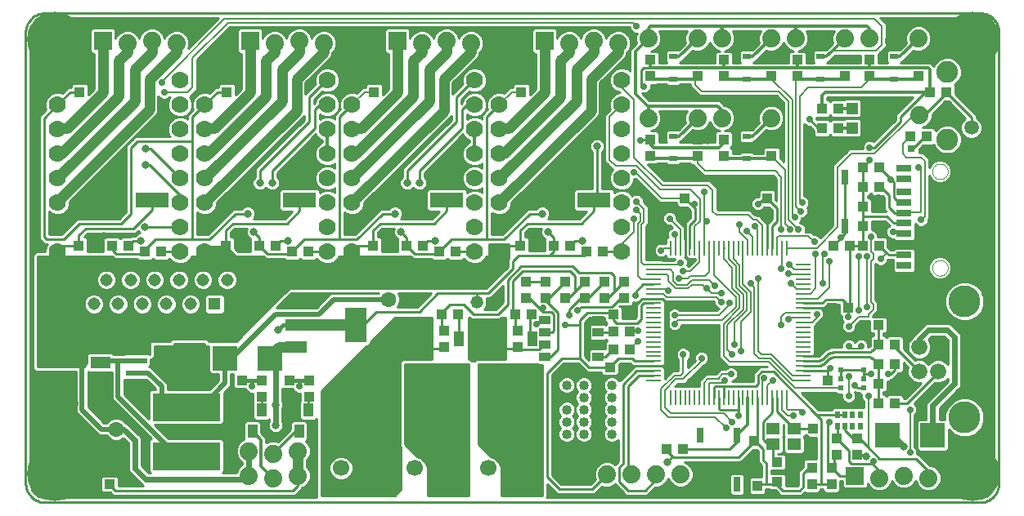
<source format=gtl>
G75*
G70*
%OFA0B0*%
%FSLAX24Y24*%
%IPPOS*%
%LPD*%
%AMOC8*
5,1,8,0,0,1.08239X$1,22.5*
%
%ADD10C,0.0100*%
%ADD11R,0.0106X0.0591*%
%ADD12R,0.0591X0.0106*%
%ADD13R,0.0551X0.0472*%
%ADD14R,0.0433X0.0394*%
%ADD15R,0.0394X0.0433*%
%ADD16R,0.0300X0.0600*%
%ADD17C,0.0660*%
%ADD18C,0.1300*%
%ADD19R,0.0197X0.0197*%
%ADD20R,0.0327X0.0248*%
%ADD21R,0.0472X0.0472*%
%ADD22R,0.1000X0.1000*%
%ADD23C,0.0886*%
%ADD24C,0.0594*%
%ADD25C,0.0740*%
%ADD26R,0.0315X0.0315*%
%ADD27R,0.0531X0.0591*%
%ADD28R,0.0394X0.0551*%
%ADD29R,0.0394X0.0512*%
%ADD30R,0.0591X0.0295*%
%ADD31C,0.0000*%
%ADD32C,0.0700*%
%ADD33R,0.1378X0.0630*%
%ADD34R,0.0740X0.0740*%
%ADD35R,0.2126X0.2441*%
%ADD36R,0.0394X0.0630*%
%ADD37C,0.0669*%
%ADD38R,0.0880X0.0480*%
%ADD39R,0.0866X0.1417*%
%ADD40R,0.0197X0.0256*%
%ADD41R,0.0515X0.0515*%
%ADD42C,0.0515*%
%ADD43C,0.0825*%
%ADD44R,0.2756X0.1122*%
%ADD45C,0.0400*%
%ADD46R,0.0870X0.0240*%
%ADD47R,0.0827X0.0500*%
%ADD48OC8,0.0630*%
%ADD49C,0.0630*%
%ADD50OC8,0.0520*%
%ADD51C,0.0520*%
%ADD52R,0.0450X0.0360*%
%ADD53C,0.2250*%
%ADD54C,0.0317*%
%ADD55C,0.0277*%
%ADD56C,0.0120*%
%ADD57C,0.0080*%
%ADD58C,0.0200*%
%ADD59C,0.0240*%
%ADD60C,0.0160*%
%ADD61C,0.0420*%
%ADD62C,0.0460*%
%ADD63C,0.0500*%
%ADD64C,0.1000*%
D10*
X002785Y001429D02*
X002785Y019835D01*
X002985Y019835D02*
X002992Y019927D01*
X003049Y020102D01*
X003157Y020250D01*
X003305Y020358D01*
X003480Y020415D01*
X003572Y020422D01*
X010646Y020422D01*
X009409Y019185D01*
X009450Y019284D01*
X009450Y019491D01*
X009371Y019682D01*
X009225Y019828D01*
X009033Y019907D01*
X008827Y019907D01*
X008635Y019828D01*
X008489Y019682D01*
X008450Y019587D01*
X008450Y019591D01*
X008371Y019782D01*
X008225Y019928D01*
X008033Y020007D01*
X007827Y020007D01*
X007635Y019928D01*
X007489Y019782D01*
X007410Y019591D01*
X007410Y019587D01*
X007371Y019682D01*
X007225Y019828D01*
X007033Y019907D01*
X006827Y019907D01*
X006635Y019828D01*
X006489Y019682D01*
X006450Y019587D01*
X006450Y019919D01*
X006362Y020007D01*
X005498Y020007D01*
X005410Y019919D01*
X005410Y019055D01*
X005498Y018967D01*
X005570Y018967D01*
X005570Y017536D01*
X005327Y017293D01*
X005327Y017681D01*
X005239Y017769D01*
X004721Y017769D01*
X004633Y017681D01*
X004633Y017603D01*
X004513Y017603D01*
X004263Y017353D01*
X004179Y017387D01*
X003981Y017387D01*
X003797Y017311D01*
X003656Y017171D01*
X003580Y016987D01*
X003580Y016788D01*
X003614Y016705D01*
X003447Y016537D01*
X003330Y016420D01*
X003330Y011404D01*
X003430Y011304D01*
X003547Y011187D01*
X003673Y011187D01*
X003656Y011171D01*
X003580Y010987D01*
X003580Y010887D01*
X003197Y010887D01*
X003080Y010770D01*
X003080Y006104D01*
X003197Y005987D01*
X004830Y005987D01*
X004830Y004388D01*
X004868Y004296D01*
X005738Y003425D01*
X005830Y003387D01*
X006080Y003387D01*
X006086Y003374D01*
X006217Y003243D01*
X006388Y003172D01*
X006572Y003172D01*
X006743Y003243D01*
X006768Y003268D01*
X006960Y003075D01*
X006960Y001984D01*
X007001Y001884D01*
X007077Y001808D01*
X007527Y001358D01*
X007578Y001337D01*
X006581Y001337D01*
X006581Y001646D01*
X006493Y001734D01*
X005936Y001734D01*
X005848Y001646D01*
X005848Y001128D01*
X005936Y001040D01*
X006244Y001040D01*
X006347Y000937D01*
X013763Y000937D01*
X014080Y001254D01*
X014080Y001257D01*
X014175Y001296D01*
X014321Y001443D01*
X014400Y001634D01*
X014400Y001841D01*
X014321Y002032D01*
X014240Y002113D01*
X014240Y002362D01*
X014321Y002443D01*
X014400Y002634D01*
X014400Y002841D01*
X014321Y003032D01*
X014207Y003146D01*
X014277Y003217D01*
X014277Y003892D01*
X014189Y003980D01*
X013671Y003980D01*
X013583Y003892D01*
X013583Y003637D01*
X013068Y003122D01*
X012983Y003157D01*
X012777Y003157D01*
X012590Y003080D01*
X012590Y003291D01*
X012377Y003504D01*
X012377Y003892D01*
X012289Y003980D01*
X011771Y003980D01*
X011683Y003892D01*
X011683Y003219D01*
X011585Y003178D01*
X011439Y003032D01*
X011360Y002841D01*
X011360Y002634D01*
X011439Y002443D01*
X011585Y002296D01*
X011610Y002286D01*
X011610Y002188D01*
X011585Y002178D01*
X011439Y002032D01*
X011367Y001857D01*
X010801Y001857D01*
X010858Y001914D01*
X010858Y003160D01*
X010770Y003248D01*
X008623Y003248D01*
X008045Y003826D01*
X010770Y003826D01*
X010858Y003914D01*
X010858Y005112D01*
X011117Y005371D01*
X011155Y005463D01*
X011155Y005887D01*
X011245Y005887D01*
X011238Y005881D01*
X011238Y005363D01*
X011326Y005275D01*
X011744Y005275D01*
X011765Y005224D01*
X011846Y005143D01*
X011953Y005099D01*
X012038Y005099D01*
X012038Y004694D01*
X012057Y004675D01*
X012057Y004083D01*
X012145Y003995D01*
X012663Y003995D01*
X012710Y004042D01*
X012710Y003941D01*
X012672Y003849D01*
X012672Y003726D01*
X012719Y003613D01*
X012805Y003526D01*
X012919Y003479D01*
X013041Y003479D01*
X013155Y003526D01*
X013241Y003613D01*
X013288Y003726D01*
X013288Y003849D01*
X013250Y003941D01*
X013250Y004483D01*
X013288Y004576D01*
X013288Y004699D01*
X013250Y004791D01*
X013250Y005276D01*
X013251Y005275D01*
X013664Y005275D01*
X013685Y005224D01*
X013766Y005143D01*
X013873Y005099D01*
X013963Y005099D01*
X013963Y004764D01*
X013957Y004758D01*
X013957Y004083D01*
X014045Y003995D01*
X014563Y003995D01*
X014630Y004062D01*
X014630Y000854D01*
X014642Y000842D01*
X003655Y000842D01*
X003572Y000842D01*
X003480Y000849D01*
X003305Y000906D01*
X003157Y001014D01*
X003049Y001163D01*
X002992Y001338D01*
X002985Y001429D01*
X002985Y019835D01*
X002986Y019850D02*
X005410Y019850D01*
X005410Y019751D02*
X002985Y019751D01*
X002985Y019653D02*
X005410Y019653D01*
X005410Y019554D02*
X002985Y019554D01*
X002985Y019456D02*
X005410Y019456D01*
X005410Y019357D02*
X002985Y019357D01*
X002985Y019259D02*
X005410Y019259D01*
X005410Y019160D02*
X002985Y019160D01*
X002985Y019062D02*
X005410Y019062D01*
X005570Y018963D02*
X002985Y018963D01*
X002985Y018865D02*
X005570Y018865D01*
X005570Y018766D02*
X002985Y018766D01*
X002985Y018668D02*
X005570Y018668D01*
X005570Y018569D02*
X002985Y018569D01*
X002985Y018471D02*
X005570Y018471D01*
X005570Y018372D02*
X002985Y018372D01*
X002985Y018274D02*
X005570Y018274D01*
X005570Y018175D02*
X002985Y018175D01*
X002985Y018077D02*
X005570Y018077D01*
X005570Y017978D02*
X002985Y017978D01*
X002985Y017880D02*
X005570Y017880D01*
X005570Y017781D02*
X002985Y017781D01*
X002985Y017683D02*
X004634Y017683D01*
X004494Y017584D02*
X002985Y017584D01*
X002985Y017486D02*
X004395Y017486D01*
X004297Y017387D02*
X004180Y017387D01*
X003980Y017387D02*
X002985Y017387D01*
X002985Y017289D02*
X003774Y017289D01*
X003676Y017190D02*
X002985Y017190D01*
X002985Y017092D02*
X003623Y017092D01*
X003583Y016993D02*
X002985Y016993D01*
X002985Y016895D02*
X003580Y016895D01*
X003580Y016796D02*
X002985Y016796D01*
X002985Y016698D02*
X003607Y016698D01*
X003509Y016599D02*
X002985Y016599D01*
X002985Y016501D02*
X003410Y016501D01*
X003330Y016402D02*
X002985Y016402D01*
X002985Y016304D02*
X003330Y016304D01*
X003330Y016205D02*
X002985Y016205D01*
X002985Y016107D02*
X003330Y016107D01*
X003330Y016008D02*
X002985Y016008D01*
X002985Y015910D02*
X003330Y015910D01*
X003330Y015811D02*
X002985Y015811D01*
X002985Y015713D02*
X003330Y015713D01*
X003330Y015614D02*
X002985Y015614D01*
X002985Y015516D02*
X003330Y015516D01*
X003330Y015417D02*
X002985Y015417D01*
X002985Y015319D02*
X003330Y015319D01*
X003330Y015220D02*
X002985Y015220D01*
X002985Y015122D02*
X003330Y015122D01*
X003330Y015023D02*
X002985Y015023D01*
X002985Y014925D02*
X003330Y014925D01*
X003330Y014826D02*
X002985Y014826D01*
X002985Y014728D02*
X003330Y014728D01*
X003330Y014629D02*
X002985Y014629D01*
X002985Y014531D02*
X003330Y014531D01*
X003330Y014432D02*
X002985Y014432D01*
X002985Y014334D02*
X003330Y014334D01*
X003330Y014235D02*
X002985Y014235D01*
X002985Y014137D02*
X003330Y014137D01*
X003330Y014038D02*
X002985Y014038D01*
X002985Y013940D02*
X003330Y013940D01*
X003330Y013841D02*
X002985Y013841D01*
X002985Y013743D02*
X003330Y013743D01*
X003330Y013644D02*
X002985Y013644D01*
X002985Y013546D02*
X003330Y013546D01*
X003330Y013447D02*
X002985Y013447D01*
X002985Y013349D02*
X003330Y013349D01*
X003330Y013250D02*
X002985Y013250D01*
X002985Y013152D02*
X003330Y013152D01*
X003330Y013053D02*
X002985Y013053D01*
X002985Y012955D02*
X003330Y012955D01*
X003330Y012856D02*
X002985Y012856D01*
X002985Y012758D02*
X003330Y012758D01*
X003330Y012659D02*
X002985Y012659D01*
X002985Y012561D02*
X003330Y012561D01*
X003330Y012462D02*
X002985Y012462D01*
X002985Y012364D02*
X003330Y012364D01*
X003330Y012265D02*
X002985Y012265D01*
X002985Y012167D02*
X003330Y012167D01*
X003330Y012068D02*
X002985Y012068D01*
X002985Y011970D02*
X003330Y011970D01*
X003330Y011871D02*
X002985Y011871D01*
X002985Y011773D02*
X003330Y011773D01*
X003330Y011674D02*
X002985Y011674D01*
X002985Y011576D02*
X003330Y011576D01*
X003330Y011477D02*
X002985Y011477D01*
X002985Y011379D02*
X003356Y011379D01*
X003454Y011280D02*
X002985Y011280D01*
X002985Y011182D02*
X003667Y011182D01*
X003620Y011083D02*
X002985Y011083D01*
X002985Y010985D02*
X003580Y010985D01*
X003196Y010886D02*
X002985Y010886D01*
X002985Y010788D02*
X003097Y010788D01*
X003080Y010689D02*
X002985Y010689D01*
X002985Y010591D02*
X003080Y010591D01*
X003080Y010492D02*
X002985Y010492D01*
X002985Y010394D02*
X003080Y010394D01*
X003080Y010295D02*
X002985Y010295D01*
X002985Y010197D02*
X003080Y010197D01*
X003080Y010098D02*
X002985Y010098D01*
X002985Y010000D02*
X003080Y010000D01*
X003080Y009901D02*
X002985Y009901D01*
X002985Y009803D02*
X003080Y009803D01*
X003080Y009704D02*
X002985Y009704D01*
X002985Y009606D02*
X003080Y009606D01*
X003080Y009507D02*
X002985Y009507D01*
X002985Y009409D02*
X003080Y009409D01*
X003080Y009310D02*
X002985Y009310D01*
X002985Y009212D02*
X003080Y009212D01*
X003080Y009113D02*
X002985Y009113D01*
X002985Y009015D02*
X003080Y009015D01*
X003080Y008916D02*
X002985Y008916D01*
X002985Y008818D02*
X003080Y008818D01*
X003080Y008719D02*
X002985Y008719D01*
X002985Y008621D02*
X003080Y008621D01*
X003080Y008522D02*
X002985Y008522D01*
X002985Y008424D02*
X003080Y008424D01*
X003080Y008325D02*
X002985Y008325D01*
X002985Y008227D02*
X003080Y008227D01*
X003080Y008128D02*
X002985Y008128D01*
X002985Y008030D02*
X003080Y008030D01*
X003080Y007931D02*
X002985Y007931D01*
X002985Y007833D02*
X003080Y007833D01*
X003080Y007734D02*
X002985Y007734D01*
X002985Y007636D02*
X003080Y007636D01*
X003080Y007537D02*
X002985Y007537D01*
X002985Y007439D02*
X003080Y007439D01*
X003080Y007340D02*
X002985Y007340D01*
X002985Y007242D02*
X003080Y007242D01*
X003080Y007143D02*
X002985Y007143D01*
X002985Y007045D02*
X003080Y007045D01*
X003080Y006946D02*
X002985Y006946D01*
X002985Y006848D02*
X003080Y006848D01*
X003080Y006749D02*
X002985Y006749D01*
X002985Y006651D02*
X003080Y006651D01*
X003080Y006552D02*
X002985Y006552D01*
X002985Y006454D02*
X003080Y006454D01*
X003080Y006355D02*
X002985Y006355D01*
X002985Y006257D02*
X003080Y006257D01*
X003080Y006158D02*
X002985Y006158D01*
X002985Y006060D02*
X003125Y006060D01*
X002985Y005961D02*
X004830Y005961D01*
X004830Y005863D02*
X002985Y005863D01*
X002985Y005764D02*
X004830Y005764D01*
X004830Y005666D02*
X002985Y005666D01*
X002985Y005567D02*
X004830Y005567D01*
X004830Y005469D02*
X002985Y005469D01*
X002985Y005370D02*
X004830Y005370D01*
X004830Y005272D02*
X002985Y005272D01*
X002985Y005173D02*
X004830Y005173D01*
X004830Y005075D02*
X002985Y005075D01*
X002985Y004976D02*
X004830Y004976D01*
X004830Y004878D02*
X002985Y004878D01*
X002985Y004779D02*
X004830Y004779D01*
X004830Y004681D02*
X002985Y004681D01*
X002985Y004582D02*
X004830Y004582D01*
X004830Y004484D02*
X002985Y004484D01*
X002985Y004385D02*
X004831Y004385D01*
X004877Y004287D02*
X002985Y004287D01*
X002985Y004188D02*
X004976Y004188D01*
X005074Y004090D02*
X002985Y004090D01*
X002985Y003991D02*
X005173Y003991D01*
X005271Y003893D02*
X002985Y003893D01*
X002985Y003794D02*
X005370Y003794D01*
X005468Y003696D02*
X002985Y003696D01*
X002985Y003597D02*
X005567Y003597D01*
X005665Y003499D02*
X002985Y003499D01*
X002985Y003400D02*
X005800Y003400D01*
X006158Y003302D02*
X002985Y003302D01*
X002985Y003203D02*
X006313Y003203D01*
X006647Y003203D02*
X006832Y003203D01*
X006931Y003105D02*
X002985Y003105D01*
X002985Y003006D02*
X006960Y003006D01*
X006960Y002908D02*
X002985Y002908D01*
X002985Y002809D02*
X006960Y002809D01*
X006960Y002711D02*
X002985Y002711D01*
X002985Y002612D02*
X006960Y002612D01*
X006960Y002514D02*
X002985Y002514D01*
X002985Y002415D02*
X006960Y002415D01*
X006960Y002317D02*
X002985Y002317D01*
X002985Y002218D02*
X006960Y002218D01*
X006960Y002120D02*
X002985Y002120D01*
X002985Y002021D02*
X006960Y002021D01*
X006985Y001923D02*
X002985Y001923D01*
X002985Y001824D02*
X007061Y001824D01*
X007160Y001726D02*
X006502Y001726D01*
X006581Y001627D02*
X007258Y001627D01*
X007357Y001529D02*
X006581Y001529D01*
X006581Y001430D02*
X007455Y001430D01*
X007792Y001857D02*
X007500Y002149D01*
X007500Y003241D01*
X007459Y003340D01*
X007383Y003416D01*
X006933Y003866D01*
X006879Y003888D01*
X006874Y003901D01*
X006743Y004032D01*
X006572Y004102D01*
X006388Y004102D01*
X006217Y004032D01*
X006086Y003901D01*
X006080Y003887D01*
X005984Y003887D01*
X005330Y004541D01*
X005330Y005991D01*
X005354Y005967D01*
X006303Y005967D01*
X006303Y004914D01*
X006342Y004822D01*
X007915Y003248D01*
X007890Y003248D01*
X007802Y003160D01*
X007802Y001914D01*
X007859Y001857D01*
X007792Y001857D01*
X007802Y001923D02*
X007727Y001923D01*
X007802Y002021D02*
X007628Y002021D01*
X007530Y002120D02*
X007802Y002120D01*
X007802Y002218D02*
X007500Y002218D01*
X007500Y002317D02*
X007802Y002317D01*
X007802Y002415D02*
X007500Y002415D01*
X007500Y002514D02*
X007802Y002514D01*
X007802Y002612D02*
X007500Y002612D01*
X007500Y002711D02*
X007802Y002711D01*
X007802Y002809D02*
X007500Y002809D01*
X007500Y002908D02*
X007802Y002908D01*
X007802Y003006D02*
X007500Y003006D01*
X007500Y003105D02*
X007802Y003105D01*
X007845Y003203D02*
X007500Y003203D01*
X007475Y003302D02*
X007862Y003302D01*
X007764Y003400D02*
X007399Y003400D01*
X007301Y003499D02*
X007665Y003499D01*
X007567Y003597D02*
X007202Y003597D01*
X007104Y003696D02*
X007468Y003696D01*
X007370Y003794D02*
X007005Y003794D01*
X006878Y003893D02*
X007271Y003893D01*
X007173Y003991D02*
X006784Y003991D01*
X006603Y004090D02*
X007074Y004090D01*
X006976Y004188D02*
X005683Y004188D01*
X005781Y004090D02*
X006357Y004090D01*
X006176Y003991D02*
X005880Y003991D01*
X005978Y003893D02*
X006082Y003893D01*
X005584Y004287D02*
X006877Y004287D01*
X006779Y004385D02*
X005486Y004385D01*
X005387Y004484D02*
X006680Y004484D01*
X006582Y004582D02*
X005330Y004582D01*
X005330Y004681D02*
X006483Y004681D01*
X006385Y004779D02*
X005330Y004779D01*
X005330Y004878D02*
X006319Y004878D01*
X006303Y004976D02*
X005330Y004976D01*
X005330Y005075D02*
X006303Y005075D01*
X006303Y005173D02*
X005330Y005173D01*
X005330Y005272D02*
X006303Y005272D01*
X006303Y005370D02*
X005330Y005370D01*
X005330Y005469D02*
X006303Y005469D01*
X006303Y005567D02*
X005330Y005567D01*
X005330Y005666D02*
X006303Y005666D01*
X006303Y005764D02*
X005330Y005764D01*
X005330Y005863D02*
X006303Y005863D01*
X006303Y005961D02*
X005330Y005961D01*
X005180Y006187D02*
X005267Y006353D01*
X005267Y006679D01*
X005354Y006767D01*
X005275Y006687D01*
X004830Y006687D01*
X004830Y007437D01*
X007830Y007437D01*
X007830Y006687D01*
X007817Y006687D01*
X007797Y006707D01*
X006803Y006707D01*
X006783Y006687D01*
X006385Y006687D01*
X006306Y006767D01*
X005354Y006767D01*
X005484Y006767D01*
X005730Y007237D01*
X008647Y007237D01*
X008747Y007337D01*
X010163Y007337D01*
X010263Y007237D01*
X011380Y007237D01*
X013220Y009077D01*
X013220Y009099D01*
X013308Y009187D01*
X013330Y009187D01*
X013530Y009387D01*
X017451Y009387D01*
X017488Y009402D01*
X017672Y009402D01*
X017709Y009387D01*
X018372Y009387D01*
X018387Y009402D01*
X018773Y009402D01*
X018788Y009387D01*
X021547Y009387D01*
X022430Y010270D01*
X022430Y010570D01*
X022480Y010620D01*
X022480Y011187D01*
X021680Y011187D01*
X021680Y010687D01*
X021538Y010687D01*
X021504Y010604D01*
X021363Y010463D01*
X021179Y010387D01*
X020981Y010387D01*
X020797Y010463D01*
X020657Y010604D01*
X020574Y010521D01*
X020056Y010521D01*
X019980Y010596D01*
X019904Y010521D01*
X019386Y010521D01*
X019320Y010587D01*
X018563Y010587D01*
X018463Y010687D01*
X015538Y010687D01*
X015504Y010604D01*
X015363Y010463D01*
X015179Y010387D01*
X014981Y010387D01*
X014797Y010463D01*
X014657Y010604D01*
X014574Y010521D01*
X014056Y010521D01*
X013980Y010596D01*
X013904Y010521D01*
X013386Y010521D01*
X013320Y010587D01*
X012563Y010587D01*
X012463Y010687D01*
X009538Y010687D01*
X009504Y010604D01*
X009363Y010463D01*
X009179Y010387D01*
X008981Y010387D01*
X008797Y010463D01*
X008657Y010604D01*
X008574Y010521D01*
X008056Y010521D01*
X007980Y010596D01*
X007904Y010521D01*
X007386Y010521D01*
X007320Y010587D01*
X006397Y010587D01*
X006297Y010687D01*
X003280Y010687D01*
X003280Y006187D01*
X005180Y006187D01*
X005216Y006257D02*
X003280Y006257D01*
X003280Y006355D02*
X005267Y006355D01*
X005267Y006454D02*
X003280Y006454D01*
X003280Y006552D02*
X005267Y006552D01*
X005267Y006651D02*
X003280Y006651D01*
X003280Y006749D02*
X005337Y006749D01*
X004830Y006749D01*
X004830Y006848D02*
X007830Y006848D01*
X007830Y006946D02*
X004830Y006946D01*
X004830Y007045D02*
X007830Y007045D01*
X007830Y007143D02*
X004830Y007143D01*
X004830Y007242D02*
X007830Y007242D01*
X007830Y007340D02*
X004830Y007340D01*
X005577Y006946D02*
X003280Y006946D01*
X003280Y006848D02*
X005526Y006848D01*
X005629Y007045D02*
X003280Y007045D01*
X003280Y007143D02*
X005681Y007143D01*
X006323Y006749D02*
X007830Y006749D01*
X008030Y006749D02*
X010255Y006749D01*
X010255Y006651D02*
X008030Y006651D01*
X008030Y006604D02*
X008030Y007037D01*
X010255Y007037D01*
X010255Y005975D01*
X010343Y005887D01*
X010655Y005887D01*
X010655Y005616D01*
X010287Y005248D01*
X008580Y005248D01*
X008580Y005437D01*
X008542Y005529D01*
X007922Y006149D01*
X007830Y006187D01*
X007817Y006187D01*
X007817Y006187D01*
X007885Y006255D01*
X007885Y006487D01*
X007913Y006487D01*
X008030Y006604D01*
X007978Y006552D02*
X010255Y006552D01*
X010255Y006454D02*
X007885Y006454D01*
X007885Y006355D02*
X010255Y006355D01*
X010255Y006257D02*
X007885Y006257D01*
X007900Y006158D02*
X010255Y006158D01*
X010255Y006060D02*
X008011Y006060D01*
X008110Y005961D02*
X010269Y005961D01*
X010080Y005961D02*
X008830Y005961D01*
X008830Y005863D02*
X010080Y005863D01*
X010080Y005764D02*
X008830Y005764D01*
X008830Y005666D02*
X010080Y005666D01*
X010080Y005567D02*
X008830Y005567D01*
X008830Y005469D02*
X010080Y005469D01*
X010080Y005370D02*
X008830Y005370D01*
X008830Y005272D02*
X010080Y005272D01*
X010080Y005248D02*
X008830Y005248D01*
X008830Y007137D01*
X010080Y007137D01*
X010080Y005248D01*
X010311Y005272D02*
X008580Y005272D01*
X008580Y005370D02*
X010409Y005370D01*
X010508Y005469D02*
X008567Y005469D01*
X008504Y005567D02*
X010606Y005567D01*
X010655Y005666D02*
X008405Y005666D01*
X008307Y005764D02*
X010655Y005764D01*
X010655Y005863D02*
X008208Y005863D01*
X007895Y005469D02*
X006803Y005469D01*
X006803Y005567D02*
X007797Y005567D01*
X007698Y005666D02*
X006803Y005666D01*
X006803Y005667D02*
X006803Y005067D01*
X007802Y004069D01*
X007802Y005160D01*
X007890Y005248D01*
X008080Y005248D01*
X008080Y005284D01*
X007696Y005667D01*
X006803Y005667D01*
X006803Y005370D02*
X007994Y005370D01*
X008080Y005272D02*
X006803Y005272D01*
X006803Y005173D02*
X007815Y005173D01*
X007802Y005075D02*
X006803Y005075D01*
X006895Y004976D02*
X007802Y004976D01*
X007802Y004878D02*
X006993Y004878D01*
X007092Y004779D02*
X007802Y004779D01*
X007802Y004681D02*
X007190Y004681D01*
X007289Y004582D02*
X007802Y004582D01*
X007802Y004484D02*
X007387Y004484D01*
X007486Y004385D02*
X007802Y004385D01*
X007802Y004287D02*
X007584Y004287D01*
X007683Y004188D02*
X007802Y004188D01*
X007802Y004090D02*
X007781Y004090D01*
X008077Y003794D02*
X011683Y003794D01*
X011683Y003696D02*
X008175Y003696D01*
X008274Y003597D02*
X011683Y003597D01*
X011683Y003499D02*
X008372Y003499D01*
X008471Y003400D02*
X011683Y003400D01*
X011683Y003302D02*
X008569Y003302D01*
X010815Y003203D02*
X011646Y003203D01*
X011512Y003105D02*
X010858Y003105D01*
X010858Y003006D02*
X011428Y003006D01*
X011388Y002908D02*
X010858Y002908D01*
X010858Y002809D02*
X011360Y002809D01*
X011360Y002711D02*
X010858Y002711D01*
X010858Y002612D02*
X011369Y002612D01*
X011410Y002514D02*
X010858Y002514D01*
X010858Y002415D02*
X011467Y002415D01*
X011565Y002317D02*
X010858Y002317D01*
X010858Y002218D02*
X011610Y002218D01*
X011527Y002120D02*
X010858Y002120D01*
X010858Y002021D02*
X011435Y002021D01*
X011394Y001923D02*
X010858Y001923D01*
X012590Y003105D02*
X012649Y003105D01*
X012590Y003203D02*
X013149Y003203D01*
X013247Y003302D02*
X012580Y003302D01*
X012481Y003400D02*
X013346Y003400D01*
X013444Y003499D02*
X013089Y003499D01*
X013226Y003597D02*
X013543Y003597D01*
X013583Y003696D02*
X013276Y003696D01*
X013288Y003794D02*
X013583Y003794D01*
X013584Y003893D02*
X013270Y003893D01*
X013250Y003991D02*
X014630Y003991D01*
X014630Y003893D02*
X014276Y003893D01*
X014277Y003794D02*
X014630Y003794D01*
X014630Y003696D02*
X014277Y003696D01*
X014277Y003597D02*
X014630Y003597D01*
X014630Y003499D02*
X014277Y003499D01*
X014277Y003400D02*
X014630Y003400D01*
X014630Y003302D02*
X014277Y003302D01*
X014263Y003203D02*
X014630Y003203D01*
X014630Y003105D02*
X014248Y003105D01*
X014332Y003006D02*
X014630Y003006D01*
X014630Y002908D02*
X014372Y002908D01*
X014400Y002809D02*
X014630Y002809D01*
X014630Y002711D02*
X014400Y002711D01*
X014391Y002612D02*
X014630Y002612D01*
X014630Y002514D02*
X014350Y002514D01*
X014293Y002415D02*
X014630Y002415D01*
X014630Y002317D02*
X014240Y002317D01*
X014240Y002218D02*
X014630Y002218D01*
X014630Y002120D02*
X014240Y002120D01*
X014325Y002021D02*
X014630Y002021D01*
X014630Y001923D02*
X014366Y001923D01*
X014400Y001824D02*
X014630Y001824D01*
X014630Y001726D02*
X014400Y001726D01*
X014397Y001627D02*
X014630Y001627D01*
X014630Y001529D02*
X014356Y001529D01*
X014308Y001430D02*
X014630Y001430D01*
X014630Y001332D02*
X014210Y001332D01*
X014059Y001233D02*
X014630Y001233D01*
X014630Y001135D02*
X013960Y001135D01*
X013862Y001036D02*
X014630Y001036D01*
X014630Y000938D02*
X013763Y000938D01*
X013680Y001137D02*
X013880Y001337D01*
X013880Y001737D01*
X014830Y001726D02*
X015278Y001726D01*
X015230Y001773D02*
X015366Y001637D01*
X015545Y001563D01*
X015737Y001563D01*
X015916Y001637D01*
X016052Y001773D01*
X016126Y001952D01*
X016126Y002144D01*
X016052Y002322D01*
X015916Y002459D01*
X015737Y002533D01*
X015545Y002533D01*
X015366Y002459D01*
X015230Y002322D01*
X015156Y002144D01*
X015156Y001952D01*
X015230Y001773D01*
X015209Y001824D02*
X014830Y001824D01*
X014830Y001923D02*
X015168Y001923D01*
X015156Y002021D02*
X014830Y002021D01*
X014830Y002120D02*
X015156Y002120D01*
X015187Y002218D02*
X014830Y002218D01*
X014830Y002317D02*
X015228Y002317D01*
X015323Y002415D02*
X014830Y002415D01*
X014830Y002514D02*
X015499Y002514D01*
X015783Y002514D02*
X018080Y002514D01*
X018080Y002612D02*
X014830Y002612D01*
X014830Y002711D02*
X018080Y002711D01*
X018080Y002809D02*
X014830Y002809D01*
X014830Y002908D02*
X018077Y002908D01*
X018080Y002904D02*
X018080Y001187D01*
X017830Y000937D01*
X014830Y000937D01*
X014830Y005187D01*
X016671Y007029D01*
X016745Y007029D01*
X016833Y007117D01*
X016833Y007190D01*
X017830Y008187D01*
X019330Y008187D01*
X019330Y006487D01*
X018147Y006487D01*
X018097Y006437D01*
X018080Y006437D01*
X018080Y006420D01*
X018030Y006370D01*
X018030Y002954D01*
X018080Y002904D01*
X018030Y003006D02*
X014830Y003006D01*
X014830Y003105D02*
X018030Y003105D01*
X018030Y003203D02*
X014830Y003203D01*
X014830Y003302D02*
X018030Y003302D01*
X018030Y003400D02*
X014830Y003400D01*
X014830Y003499D02*
X018030Y003499D01*
X018030Y003597D02*
X014830Y003597D01*
X014830Y003696D02*
X018030Y003696D01*
X018030Y003794D02*
X014830Y003794D01*
X014830Y003893D02*
X018030Y003893D01*
X018030Y003991D02*
X014830Y003991D01*
X014830Y004090D02*
X018030Y004090D01*
X018030Y004188D02*
X014830Y004188D01*
X014830Y004287D02*
X018030Y004287D01*
X018030Y004385D02*
X014830Y004385D01*
X014830Y004484D02*
X018030Y004484D01*
X018030Y004582D02*
X014830Y004582D01*
X014830Y004681D02*
X018030Y004681D01*
X018030Y004779D02*
X014830Y004779D01*
X014830Y004878D02*
X018030Y004878D01*
X018030Y004976D02*
X014830Y004976D01*
X014830Y005075D02*
X018030Y005075D01*
X018030Y005173D02*
X014830Y005173D01*
X014914Y005272D02*
X018030Y005272D01*
X018030Y005370D02*
X015013Y005370D01*
X015111Y005469D02*
X018030Y005469D01*
X018030Y005567D02*
X015210Y005567D01*
X015308Y005666D02*
X018030Y005666D01*
X018030Y005764D02*
X015407Y005764D01*
X015505Y005863D02*
X018030Y005863D01*
X018030Y005961D02*
X015604Y005961D01*
X015702Y006060D02*
X018030Y006060D01*
X018030Y006158D02*
X015801Y006158D01*
X015899Y006257D02*
X018030Y006257D01*
X018030Y006355D02*
X015998Y006355D01*
X016096Y006454D02*
X018113Y006454D01*
X018230Y006287D02*
X020830Y006287D01*
X020830Y000937D01*
X019180Y000937D01*
X019180Y002087D01*
X019126Y002142D01*
X019126Y002144D01*
X019052Y002322D01*
X018916Y002459D01*
X018737Y002533D01*
X018735Y002533D01*
X018230Y003037D01*
X018230Y006287D01*
X018230Y006257D02*
X020830Y006257D01*
X020830Y006158D02*
X018230Y006158D01*
X018230Y006060D02*
X020830Y006060D01*
X020830Y005961D02*
X018230Y005961D01*
X018230Y005863D02*
X020830Y005863D01*
X020830Y005764D02*
X018230Y005764D01*
X018230Y005666D02*
X020830Y005666D01*
X020830Y005567D02*
X018230Y005567D01*
X018230Y005469D02*
X020830Y005469D01*
X020830Y005370D02*
X018230Y005370D01*
X018230Y005272D02*
X020830Y005272D01*
X020830Y005173D02*
X018230Y005173D01*
X018230Y005075D02*
X020830Y005075D01*
X020830Y004976D02*
X018230Y004976D01*
X018230Y004878D02*
X020830Y004878D01*
X020830Y004779D02*
X018230Y004779D01*
X018230Y004681D02*
X020830Y004681D01*
X020830Y004582D02*
X018230Y004582D01*
X018230Y004484D02*
X020830Y004484D01*
X020830Y004385D02*
X018230Y004385D01*
X018230Y004287D02*
X020830Y004287D01*
X020830Y004188D02*
X018230Y004188D01*
X018230Y004090D02*
X020830Y004090D01*
X020830Y003991D02*
X018230Y003991D01*
X018230Y003893D02*
X020830Y003893D01*
X020830Y003794D02*
X018230Y003794D01*
X018230Y003696D02*
X020830Y003696D01*
X020830Y003597D02*
X018230Y003597D01*
X018230Y003499D02*
X020830Y003499D01*
X020830Y003400D02*
X018230Y003400D01*
X018230Y003302D02*
X020830Y003302D01*
X020830Y003203D02*
X018230Y003203D01*
X018230Y003105D02*
X020830Y003105D01*
X020830Y003006D02*
X018261Y003006D01*
X018360Y002908D02*
X020830Y002908D01*
X020830Y002809D02*
X018458Y002809D01*
X018557Y002711D02*
X020830Y002711D01*
X020830Y002612D02*
X018655Y002612D01*
X018783Y002514D02*
X020830Y002514D01*
X020830Y002415D02*
X018959Y002415D01*
X019054Y002317D02*
X020830Y002317D01*
X020830Y002218D02*
X019095Y002218D01*
X019148Y002120D02*
X020830Y002120D01*
X020830Y002021D02*
X019180Y002021D01*
X019180Y001923D02*
X020830Y001923D01*
X020830Y001824D02*
X019180Y001824D01*
X019180Y001726D02*
X020830Y001726D01*
X020830Y001627D02*
X019180Y001627D01*
X019180Y001529D02*
X020830Y001529D01*
X020830Y001430D02*
X019180Y001430D01*
X019180Y001332D02*
X020830Y001332D01*
X020830Y001233D02*
X019180Y001233D01*
X019180Y001135D02*
X020830Y001135D01*
X020830Y001036D02*
X019180Y001036D01*
X019180Y000938D02*
X020830Y000938D01*
X022180Y000938D02*
X023830Y000938D01*
X023830Y000937D02*
X022180Y000937D01*
X022180Y002087D01*
X022126Y002142D01*
X022126Y002144D01*
X022052Y002322D01*
X021916Y002459D01*
X021737Y002533D01*
X021735Y002533D01*
X021230Y003037D01*
X021230Y006287D01*
X023638Y006287D01*
X023668Y006257D01*
X023830Y006257D01*
X023830Y000937D01*
X023830Y001036D02*
X022180Y001036D01*
X022180Y001135D02*
X023830Y001135D01*
X023830Y001233D02*
X022180Y001233D01*
X022180Y001332D02*
X023830Y001332D01*
X023830Y001430D02*
X022180Y001430D01*
X022180Y001529D02*
X023830Y001529D01*
X023830Y001627D02*
X022180Y001627D01*
X022180Y001726D02*
X023830Y001726D01*
X023830Y001824D02*
X022180Y001824D01*
X022180Y001923D02*
X023830Y001923D01*
X023830Y002021D02*
X022180Y002021D01*
X022148Y002120D02*
X023830Y002120D01*
X023830Y002218D02*
X022095Y002218D01*
X022054Y002317D02*
X023830Y002317D01*
X023830Y002415D02*
X021959Y002415D01*
X021783Y002514D02*
X023830Y002514D01*
X023830Y002612D02*
X021655Y002612D01*
X021557Y002711D02*
X023830Y002711D01*
X023830Y002809D02*
X021458Y002809D01*
X021360Y002908D02*
X023830Y002908D01*
X023830Y003006D02*
X021261Y003006D01*
X021230Y003105D02*
X023830Y003105D01*
X023830Y003203D02*
X021230Y003203D01*
X021230Y003302D02*
X023830Y003302D01*
X023830Y003400D02*
X021230Y003400D01*
X021230Y003499D02*
X023830Y003499D01*
X023830Y003597D02*
X021230Y003597D01*
X021230Y003696D02*
X023830Y003696D01*
X023830Y003794D02*
X021230Y003794D01*
X021230Y003893D02*
X023830Y003893D01*
X023830Y003991D02*
X021230Y003991D01*
X021230Y004090D02*
X023830Y004090D01*
X023830Y004188D02*
X021230Y004188D01*
X021230Y004287D02*
X023830Y004287D01*
X023830Y004385D02*
X021230Y004385D01*
X021230Y004484D02*
X023830Y004484D01*
X023830Y004582D02*
X021230Y004582D01*
X021230Y004681D02*
X023830Y004681D01*
X023830Y004779D02*
X021230Y004779D01*
X021230Y004878D02*
X023830Y004878D01*
X023830Y004976D02*
X021230Y004976D01*
X021230Y005075D02*
X023830Y005075D01*
X023830Y005173D02*
X021230Y005173D01*
X021230Y005272D02*
X023830Y005272D01*
X023830Y005370D02*
X021230Y005370D01*
X021230Y005469D02*
X023830Y005469D01*
X023830Y005567D02*
X021230Y005567D01*
X021230Y005666D02*
X023830Y005666D01*
X023830Y005764D02*
X021230Y005764D01*
X021230Y005863D02*
X023830Y005863D01*
X023830Y005961D02*
X021230Y005961D01*
X021230Y006060D02*
X023830Y006060D01*
X023830Y006158D02*
X021230Y006158D01*
X021230Y006257D02*
X023830Y006257D01*
X024030Y005937D02*
X024030Y001687D01*
X024530Y001187D01*
X025880Y001187D01*
X026480Y001787D01*
X026014Y002021D02*
X024230Y002021D01*
X024230Y001923D02*
X025973Y001923D01*
X025960Y001891D02*
X025960Y001684D01*
X025999Y001589D01*
X025797Y001387D01*
X024613Y001387D01*
X024230Y001770D01*
X024230Y005854D01*
X024713Y006337D01*
X025297Y006337D01*
X025667Y005967D01*
X026229Y005967D01*
X026229Y005908D01*
X026317Y005820D01*
X026874Y005820D01*
X026962Y005908D01*
X026962Y006256D01*
X027018Y006312D01*
X027422Y006312D01*
X027522Y006212D01*
X027592Y006212D01*
X027047Y005667D01*
X026988Y005608D01*
X026977Y005636D01*
X026878Y005734D01*
X026750Y005787D01*
X026610Y005787D01*
X026482Y005734D01*
X026383Y005636D01*
X026330Y005507D01*
X026330Y005368D01*
X026383Y005239D01*
X026435Y005187D01*
X026383Y005136D01*
X026330Y005007D01*
X026330Y004868D01*
X026383Y004739D01*
X026435Y004687D01*
X026383Y004636D01*
X026330Y004507D01*
X026330Y004368D01*
X026383Y004239D01*
X026435Y004187D01*
X026383Y004136D01*
X026330Y004007D01*
X026330Y003868D01*
X026383Y003739D01*
X026435Y003687D01*
X026383Y003636D01*
X026330Y003507D01*
X026330Y003368D01*
X026383Y003239D01*
X026482Y003141D01*
X026610Y003087D01*
X026750Y003087D01*
X026878Y003141D01*
X026930Y003192D01*
X026930Y002320D01*
X026806Y002196D01*
X026775Y002228D01*
X026583Y002307D01*
X026377Y002307D01*
X026185Y002228D01*
X026039Y002082D01*
X025960Y001891D01*
X025960Y001824D02*
X024230Y001824D01*
X024275Y001726D02*
X025960Y001726D01*
X025984Y001627D02*
X024373Y001627D01*
X024472Y001529D02*
X025938Y001529D01*
X025840Y001430D02*
X024570Y001430D01*
X024300Y001135D02*
X024030Y001135D01*
X024030Y001233D02*
X024201Y001233D01*
X024103Y001332D02*
X024030Y001332D01*
X024030Y001404D02*
X024330Y001104D01*
X024447Y000987D01*
X025963Y000987D01*
X026282Y001306D01*
X026377Y001267D01*
X026583Y001267D01*
X026775Y001346D01*
X026806Y001378D01*
X026897Y001287D01*
X026897Y001287D01*
X027130Y001054D01*
X027247Y000937D01*
X028113Y000937D01*
X028443Y001267D01*
X028583Y001267D01*
X028775Y001346D01*
X028921Y001493D01*
X028980Y001636D01*
X029039Y001493D01*
X029185Y001346D01*
X029377Y001267D01*
X029583Y001267D01*
X029775Y001346D01*
X029921Y001493D01*
X030000Y001684D01*
X030000Y001891D01*
X029921Y002082D01*
X029775Y002228D01*
X029632Y002287D01*
X031913Y002287D01*
X032431Y002805D01*
X032579Y002805D01*
X032630Y002754D01*
X032630Y002304D01*
X032780Y002154D01*
X032780Y001694D01*
X032346Y001694D01*
X032258Y001606D01*
X032258Y001049D01*
X032346Y000961D01*
X032864Y000961D01*
X032952Y001049D01*
X032952Y001187D01*
X033070Y001187D01*
X033117Y001140D01*
X033344Y001140D01*
X033430Y001054D01*
X033547Y000937D01*
X034413Y000937D01*
X034530Y001054D01*
X034541Y001066D01*
X034571Y001036D01*
X035089Y001036D01*
X035177Y001124D01*
X035177Y001203D01*
X035283Y001203D01*
X035283Y001124D01*
X035371Y001036D01*
X035889Y001036D01*
X035977Y001124D01*
X035977Y001537D01*
X036060Y001537D01*
X036060Y001305D01*
X036148Y001217D01*
X037012Y001217D01*
X037100Y001305D01*
X037100Y001437D01*
X037139Y001343D01*
X037285Y001196D01*
X037477Y001117D01*
X037683Y001117D01*
X037875Y001196D01*
X038021Y001343D01*
X038100Y001534D01*
X038100Y001537D01*
X038139Y001443D01*
X038285Y001296D01*
X038477Y001217D01*
X038683Y001217D01*
X038875Y001296D01*
X039021Y001443D01*
X039060Y001537D01*
X039060Y001534D01*
X039139Y001343D01*
X039285Y001196D01*
X039477Y001117D01*
X039683Y001117D01*
X039875Y001196D01*
X040021Y001343D01*
X040100Y001534D01*
X040100Y001741D01*
X040021Y001932D01*
X039875Y002078D01*
X039683Y002157D01*
X039643Y002157D01*
X039163Y002637D01*
X039119Y002637D01*
X039119Y002745D01*
X039075Y002851D01*
X039020Y002906D01*
X039020Y004219D01*
X039075Y004274D01*
X039119Y004380D01*
X039119Y004495D01*
X039075Y004601D01*
X038997Y004679D01*
X039848Y005530D01*
X039885Y005515D01*
X040075Y005515D01*
X040252Y005588D01*
X040360Y005696D01*
X040360Y005599D01*
X039526Y004765D01*
X039485Y004666D01*
X039485Y004037D01*
X039193Y004037D01*
X039105Y003949D01*
X039105Y002825D01*
X039193Y002737D01*
X040317Y002737D01*
X040405Y002825D01*
X040405Y003631D01*
X040597Y003439D01*
X040891Y003317D01*
X041209Y003317D01*
X041503Y003439D01*
X041728Y003664D01*
X041850Y003958D01*
X041850Y004276D01*
X041728Y004570D01*
X041503Y004796D01*
X041209Y004917D01*
X040891Y004917D01*
X040597Y004796D01*
X040372Y004570D01*
X040250Y004276D01*
X040250Y004037D01*
X040025Y004037D01*
X040025Y004500D01*
X040783Y005258D01*
X040859Y005334D01*
X040900Y005434D01*
X040900Y007441D01*
X040859Y007540D01*
X040559Y007840D01*
X040483Y007916D01*
X040384Y007957D01*
X039526Y007957D01*
X039427Y007916D01*
X039047Y007536D01*
X038971Y007460D01*
X038943Y007393D01*
X038928Y007386D01*
X038793Y007251D01*
X038720Y007075D01*
X038720Y006884D01*
X038793Y006708D01*
X038928Y006572D01*
X039105Y006499D01*
X039295Y006499D01*
X039472Y006572D01*
X039607Y006708D01*
X039680Y006884D01*
X039680Y007075D01*
X039607Y007251D01*
X039566Y007292D01*
X039692Y007417D01*
X040218Y007417D01*
X040360Y007275D01*
X040360Y006294D01*
X040252Y006402D01*
X040075Y006475D01*
X039885Y006475D01*
X039708Y006402D01*
X039590Y006284D01*
X039472Y006402D01*
X039295Y006475D01*
X039105Y006475D01*
X039033Y006445D01*
X038561Y006917D01*
X038561Y007366D01*
X038474Y007454D01*
X037956Y007454D01*
X037880Y007378D01*
X037804Y007454D01*
X037745Y007454D01*
X037745Y007540D01*
X037824Y007540D01*
X037912Y007628D01*
X037912Y008146D01*
X037824Y008234D01*
X037320Y008234D01*
X037320Y008259D01*
X037409Y008347D01*
X037520Y008459D01*
X037520Y008816D01*
X037420Y008916D01*
X037420Y010389D01*
X037466Y010343D01*
X037573Y010299D01*
X037687Y010299D01*
X037794Y010343D01*
X037875Y010424D01*
X037919Y010530D01*
X037919Y010540D01*
X038142Y010540D01*
X038142Y010531D01*
X038149Y010524D01*
X038142Y010517D01*
X038142Y010098D01*
X037420Y010098D01*
X037420Y010000D02*
X039641Y010000D01*
X039659Y009955D02*
X039790Y009825D01*
X039961Y009754D01*
X040146Y009754D01*
X040317Y009825D01*
X040448Y009955D01*
X040519Y010126D01*
X040519Y010311D01*
X040448Y010482D01*
X040317Y010613D01*
X040146Y010684D01*
X039961Y010684D01*
X039790Y010613D01*
X039659Y010482D01*
X039589Y010311D01*
X039589Y010126D01*
X039659Y009955D01*
X039714Y009901D02*
X037420Y009901D01*
X037420Y009803D02*
X039844Y009803D01*
X040264Y009803D02*
X042250Y009803D01*
X042250Y009901D02*
X040393Y009901D01*
X040466Y010000D02*
X042250Y010000D01*
X042250Y010098D02*
X040507Y010098D01*
X040519Y010197D02*
X042250Y010197D01*
X042250Y010295D02*
X040519Y010295D01*
X040485Y010394D02*
X042250Y010394D01*
X042250Y010492D02*
X040438Y010492D01*
X040339Y010591D02*
X042250Y010591D01*
X042250Y010689D02*
X039032Y010689D01*
X039032Y010591D02*
X039768Y010591D01*
X039669Y010492D02*
X039032Y010492D01*
X039032Y010517D02*
X039032Y010098D01*
X039600Y010098D01*
X039589Y010197D02*
X039032Y010197D01*
X039032Y010295D02*
X039589Y010295D01*
X039623Y010394D02*
X039032Y010394D01*
X039032Y010517D02*
X039026Y010524D01*
X039032Y010531D01*
X039032Y010950D01*
X038944Y011038D01*
X038230Y011038D01*
X038142Y010950D01*
X038142Y010940D01*
X038044Y010940D01*
X037911Y011073D01*
X037911Y011416D01*
X037824Y011504D01*
X037519Y011504D01*
X037519Y011545D01*
X037475Y011651D01*
X037394Y011732D01*
X037287Y011776D01*
X037262Y011776D01*
X037262Y012137D01*
X037797Y012137D01*
X037992Y011943D01*
X037966Y011932D01*
X037885Y011851D01*
X037841Y011745D01*
X037841Y011630D01*
X037885Y011524D01*
X037966Y011443D01*
X038073Y011399D01*
X038142Y011399D01*
X038142Y011397D01*
X038230Y011309D01*
X038944Y011309D01*
X039032Y011397D01*
X039032Y011816D01*
X039026Y011823D01*
X039032Y011830D01*
X039032Y012031D01*
X039035Y012024D01*
X039116Y011943D01*
X039223Y011899D01*
X039337Y011899D01*
X039444Y011943D01*
X039525Y012024D01*
X039569Y012130D01*
X039569Y012207D01*
X039620Y012259D01*
X039620Y013988D01*
X039659Y013892D01*
X039790Y013762D01*
X039961Y013691D01*
X040146Y013691D01*
X040317Y013762D01*
X040448Y013892D01*
X040519Y014063D01*
X040519Y014248D01*
X040448Y014419D01*
X040317Y014550D01*
X040146Y014621D01*
X039961Y014621D01*
X039790Y014550D01*
X039659Y014419D01*
X039620Y014324D01*
X039620Y014666D01*
X039509Y014777D01*
X039359Y014927D01*
X039192Y014927D01*
X039192Y015067D01*
X039346Y015221D01*
X039774Y015221D01*
X039794Y015241D01*
X039843Y015123D01*
X040010Y014957D01*
X040228Y014866D01*
X040464Y014866D01*
X040682Y014957D01*
X040848Y015123D01*
X040939Y015341D01*
X040939Y015577D01*
X040848Y015795D01*
X040682Y015962D01*
X040464Y016052D01*
X040228Y016052D01*
X040010Y015962D01*
X039861Y015814D01*
X039861Y015866D01*
X039774Y015954D01*
X039329Y015954D01*
X039505Y016026D01*
X039651Y016173D01*
X039730Y016364D01*
X039730Y016504D01*
X040246Y017021D01*
X040398Y017021D01*
X041085Y016334D01*
X041077Y016330D01*
X040951Y016205D01*
X040883Y016040D01*
X040883Y015863D01*
X040951Y015698D01*
X041077Y015573D01*
X041241Y015505D01*
X041419Y015505D01*
X041583Y015573D01*
X041709Y015698D01*
X041777Y015863D01*
X041777Y016040D01*
X041709Y016205D01*
X041583Y016330D01*
X041530Y016352D01*
X041530Y016455D01*
X040661Y017323D01*
X040661Y017666D01*
X040634Y017693D01*
X040682Y017713D01*
X040848Y017879D01*
X040939Y018097D01*
X040939Y018333D01*
X040848Y018551D01*
X040682Y018718D01*
X040464Y018808D01*
X040228Y018808D01*
X040010Y018718D01*
X039843Y018551D01*
X039805Y018459D01*
X039790Y018474D01*
X039667Y018597D01*
X038437Y018597D01*
X038470Y018630D01*
X038507Y018630D01*
X038980Y019102D01*
X039064Y019067D01*
X039271Y019067D01*
X039462Y019146D01*
X039608Y019293D01*
X039687Y019484D01*
X039687Y019691D01*
X039608Y019882D01*
X039462Y020028D01*
X039271Y020107D01*
X039064Y020107D01*
X038873Y020028D01*
X038727Y019882D01*
X038648Y019691D01*
X038648Y019484D01*
X038683Y019399D01*
X038397Y019114D01*
X037954Y019114D01*
X037867Y019026D01*
X037867Y018654D01*
X037923Y018597D01*
X037547Y018597D01*
X037547Y018935D01*
X037620Y019009D01*
X037870Y019259D01*
X037870Y020166D01*
X037759Y020277D01*
X037614Y020422D01*
X041663Y020422D01*
X041755Y020415D01*
X041929Y020358D01*
X042078Y020250D01*
X042186Y020102D01*
X042243Y019927D01*
X042250Y019835D01*
X042250Y001429D01*
X042243Y001338D01*
X042186Y001163D01*
X042078Y001014D01*
X041929Y000906D01*
X041755Y000849D01*
X041663Y000842D01*
X024018Y000842D01*
X024030Y000854D01*
X024030Y001404D01*
X024030Y001036D02*
X024398Y001036D01*
X024030Y000938D02*
X027247Y000938D01*
X027148Y001036D02*
X026012Y001036D01*
X026110Y001135D02*
X027050Y001135D01*
X026951Y001233D02*
X026209Y001233D01*
X026738Y001332D02*
X026853Y001332D01*
X026980Y001487D02*
X027330Y001137D01*
X028030Y001137D01*
X028480Y001587D01*
X028480Y001787D01*
X028976Y001627D02*
X028984Y001627D01*
X029024Y001529D02*
X028936Y001529D01*
X028858Y001430D02*
X029102Y001430D01*
X029222Y001332D02*
X028738Y001332D01*
X028409Y001233D02*
X031480Y001233D01*
X031480Y001135D02*
X028310Y001135D01*
X028212Y001036D02*
X031480Y001036D01*
X031480Y001025D02*
X031568Y000937D01*
X031992Y000937D01*
X032080Y001025D01*
X032080Y001749D01*
X031992Y001837D01*
X031568Y001837D01*
X031480Y001749D01*
X031480Y001025D01*
X031568Y000938D02*
X028113Y000938D01*
X026980Y001487D02*
X026980Y002087D01*
X027130Y002237D01*
X027130Y005467D01*
X027681Y006019D01*
X028379Y006019D01*
X028379Y006216D02*
X028758Y006216D01*
X028880Y006337D01*
X028880Y007087D01*
X028980Y007187D01*
X028980Y008687D01*
X028980Y008737D01*
X028746Y008972D01*
X028379Y008972D01*
X027914Y008972D01*
X027415Y008472D01*
X027415Y008307D01*
X027617Y008157D02*
X027680Y008220D01*
X027680Y008770D01*
X027723Y008813D01*
X027687Y008799D01*
X027573Y008799D01*
X027547Y008809D01*
X027547Y008744D01*
X027459Y008656D01*
X026981Y008656D01*
X026980Y008654D01*
X027024Y008654D01*
X027112Y008566D01*
X027112Y008157D01*
X027617Y008157D01*
X027680Y008227D02*
X027112Y008227D01*
X027112Y008325D02*
X027680Y008325D01*
X027680Y008424D02*
X027112Y008424D01*
X027112Y008522D02*
X027680Y008522D01*
X027680Y008621D02*
X027058Y008621D01*
X026680Y008637D02*
X027045Y009003D01*
X027180Y009003D01*
X027522Y008719D02*
X027680Y008719D01*
X027880Y008687D02*
X027880Y008137D01*
X027700Y007957D01*
X026860Y007957D01*
X026730Y008087D01*
X026730Y008292D01*
X026745Y008307D01*
X026665Y008387D01*
X025680Y008387D01*
X025380Y008087D01*
X025380Y007887D01*
X024780Y007887D01*
X024310Y007667D02*
X024310Y008327D01*
X024200Y008437D01*
X023880Y008437D01*
X023880Y008587D01*
X023880Y008437D02*
X023315Y009003D01*
X023180Y009003D01*
X022430Y008737D02*
X022430Y009737D01*
X022980Y010287D01*
X025080Y010287D01*
X025330Y010037D01*
X026630Y010037D01*
X026780Y009887D01*
X026780Y009272D01*
X027180Y009672D01*
X026780Y009272D02*
X026511Y009003D01*
X026380Y009003D01*
X026680Y008637D02*
X025430Y008637D01*
X025280Y008487D01*
X024930Y008537D02*
X024930Y008287D01*
X024930Y008537D02*
X025395Y009003D01*
X025580Y009003D01*
X025445Y009003D01*
X025580Y009003D02*
X025711Y009003D01*
X026380Y009672D01*
X025580Y009672D02*
X025180Y009272D01*
X025180Y009887D01*
X024980Y010087D01*
X023030Y010087D01*
X022630Y009687D01*
X022630Y008437D01*
X022730Y008337D01*
X022745Y008337D01*
X022745Y007787D01*
X022845Y007687D01*
X022830Y007672D01*
X022330Y007636D02*
X020830Y007636D01*
X020830Y007734D02*
X022330Y007734D01*
X022330Y007833D02*
X020830Y007833D01*
X020830Y007931D02*
X022330Y007931D01*
X022330Y008030D02*
X020830Y008030D01*
X020830Y008128D02*
X022330Y008128D01*
X022330Y008187D02*
X022330Y006487D01*
X021147Y006487D01*
X021097Y006437D01*
X020963Y006437D01*
X020913Y006487D01*
X020830Y006487D01*
X020830Y008187D01*
X020897Y008187D01*
X020947Y008137D01*
X022113Y008137D01*
X022163Y008187D01*
X022330Y008187D01*
X022030Y008337D02*
X022430Y008737D01*
X022230Y008820D02*
X021947Y008537D01*
X021460Y008537D01*
X021528Y008605D01*
X021590Y008756D01*
X021590Y008919D01*
X021562Y008987D01*
X021713Y008987D01*
X022230Y009504D01*
X022230Y008820D01*
X022227Y008818D02*
X021590Y008818D01*
X021590Y008916D02*
X022230Y008916D01*
X022230Y009015D02*
X021740Y009015D01*
X021839Y009113D02*
X022230Y009113D01*
X022230Y009212D02*
X021937Y009212D01*
X022036Y009310D02*
X022230Y009310D01*
X022230Y009409D02*
X022134Y009409D01*
X021765Y009606D02*
X011385Y009606D01*
X011403Y009648D02*
X011341Y009499D01*
X011226Y009384D01*
X011076Y009322D01*
X010914Y009322D01*
X010765Y009384D01*
X010650Y009499D01*
X010588Y009648D01*
X010588Y009810D01*
X010650Y009960D01*
X010765Y010075D01*
X010914Y010137D01*
X011076Y010137D01*
X011226Y010075D01*
X011341Y009960D01*
X011403Y009810D01*
X011403Y009648D01*
X011403Y009704D02*
X021864Y009704D01*
X021962Y009803D02*
X011403Y009803D01*
X011365Y009901D02*
X022061Y009901D01*
X022159Y010000D02*
X011301Y010000D01*
X011170Y010098D02*
X022258Y010098D01*
X022356Y010197D02*
X003280Y010197D01*
X003280Y010295D02*
X022430Y010295D01*
X022430Y010394D02*
X021195Y010394D01*
X021392Y010492D02*
X022430Y010492D01*
X022450Y010591D02*
X021490Y010591D01*
X021680Y010689D02*
X022480Y010689D01*
X022480Y010788D02*
X021680Y010788D01*
X021680Y010886D02*
X022480Y010886D01*
X022480Y010985D02*
X021680Y010985D01*
X021680Y011083D02*
X022480Y011083D01*
X022480Y011182D02*
X021680Y011182D01*
X021587Y011387D02*
X021587Y016394D01*
X022080Y016887D01*
X021614Y016705D02*
X021387Y016477D01*
X021387Y016287D01*
X021363Y016311D01*
X021179Y016387D01*
X021363Y016463D01*
X021504Y016604D01*
X021580Y016788D01*
X021580Y016987D01*
X021504Y017171D01*
X021363Y017311D01*
X021179Y017387D01*
X021363Y017463D01*
X021504Y017604D01*
X021580Y017788D01*
X021580Y017987D01*
X021504Y018171D01*
X021363Y018311D01*
X021179Y018387D01*
X020981Y018387D01*
X020797Y018311D01*
X020656Y018171D01*
X020580Y017987D01*
X020580Y017788D01*
X020600Y017740D01*
X020247Y017387D01*
X020190Y017387D01*
X020190Y017330D02*
X020190Y017788D01*
X021235Y018833D01*
X021290Y018966D01*
X021290Y019012D01*
X021371Y019093D01*
X021450Y019284D01*
X021450Y019491D01*
X021371Y019682D01*
X021225Y019828D01*
X021033Y019907D01*
X020827Y019907D01*
X020635Y019828D01*
X020489Y019682D01*
X020450Y019587D01*
X020450Y019591D01*
X020371Y019782D01*
X020225Y019928D01*
X020033Y020007D01*
X019827Y020007D01*
X019635Y019928D01*
X019489Y019782D01*
X019410Y019591D01*
X019410Y019587D01*
X019371Y019682D01*
X019225Y019828D01*
X019033Y019907D01*
X018827Y019907D01*
X018635Y019828D01*
X018489Y019682D01*
X018450Y019587D01*
X018450Y019919D01*
X018362Y020007D01*
X017498Y020007D01*
X017410Y019919D01*
X017410Y019055D01*
X017498Y018967D01*
X017570Y018967D01*
X017570Y017536D01*
X017327Y017293D01*
X017327Y017681D01*
X017239Y017769D01*
X016721Y017769D01*
X016633Y017681D01*
X016633Y017593D01*
X016517Y017593D01*
X016273Y017349D01*
X016179Y017387D01*
X015981Y017387D01*
X015797Y017311D01*
X015656Y017171D01*
X015580Y016987D01*
X015504Y017171D01*
X015363Y017311D01*
X015179Y017387D01*
X015363Y017463D01*
X015504Y017604D01*
X015580Y017788D01*
X015580Y017987D01*
X015504Y018171D01*
X015363Y018311D01*
X015179Y018387D01*
X014981Y018387D01*
X014797Y018311D01*
X014656Y018171D01*
X014580Y017987D01*
X014580Y017788D01*
X014600Y017740D01*
X014247Y017387D01*
X014190Y017387D01*
X014190Y017330D02*
X014190Y017788D01*
X015235Y018833D01*
X015290Y018966D01*
X015290Y019012D01*
X015371Y019093D01*
X015450Y019284D01*
X015450Y019491D01*
X015371Y019682D01*
X015225Y019828D01*
X015033Y019907D01*
X014827Y019907D01*
X014635Y019828D01*
X014489Y019682D01*
X014450Y019587D01*
X014450Y019591D01*
X014371Y019782D01*
X014225Y019928D01*
X014033Y020007D01*
X013827Y020007D01*
X013635Y019928D01*
X013489Y019782D01*
X013410Y019591D01*
X013410Y019587D01*
X013371Y019682D01*
X013225Y019828D01*
X013033Y019907D01*
X012827Y019907D01*
X012635Y019828D01*
X012489Y019682D01*
X012450Y019587D01*
X012450Y019919D01*
X012362Y020007D01*
X011498Y020007D01*
X011410Y019919D01*
X011410Y019055D01*
X011498Y018967D01*
X011570Y018967D01*
X011570Y017536D01*
X011327Y017293D01*
X011327Y017681D01*
X011239Y017769D01*
X010721Y017769D01*
X010633Y017681D01*
X010633Y017603D01*
X010513Y017603D01*
X010263Y017353D01*
X010179Y017387D01*
X009981Y017387D01*
X009797Y017311D01*
X009656Y017171D01*
X009580Y016987D01*
X009504Y017171D01*
X009468Y017206D01*
X009659Y017397D01*
X009770Y017509D01*
X009770Y018709D01*
X011109Y020047D01*
X027391Y020047D01*
X027391Y020030D01*
X027435Y019924D01*
X027516Y019843D01*
X027623Y019799D01*
X027692Y019799D01*
X027648Y019691D01*
X027648Y019484D01*
X027683Y019399D01*
X027420Y019137D01*
X027420Y018254D01*
X027363Y018311D01*
X027179Y018387D01*
X026981Y018387D01*
X026797Y018311D01*
X026656Y018171D01*
X026580Y017987D01*
X026580Y017788D01*
X026656Y017604D01*
X026797Y017463D01*
X026981Y017387D01*
X026797Y017311D01*
X026656Y017171D01*
X026580Y016987D01*
X026580Y016788D01*
X026619Y016695D01*
X026390Y016466D01*
X026390Y014559D01*
X026501Y014447D01*
X026717Y014231D01*
X026656Y014171D01*
X026580Y013987D01*
X026580Y013788D01*
X026656Y013604D01*
X026797Y013463D01*
X026981Y013387D01*
X026797Y013311D01*
X026782Y013296D01*
X026782Y013364D01*
X026694Y013452D01*
X026280Y013452D01*
X026280Y014951D01*
X026341Y015013D01*
X026388Y015126D01*
X026388Y015249D01*
X026341Y015362D01*
X026255Y015449D01*
X026141Y015496D01*
X026019Y015496D01*
X025905Y015449D01*
X025819Y015362D01*
X025772Y015249D01*
X025772Y015126D01*
X025819Y015013D01*
X025880Y014951D01*
X025880Y013452D01*
X025192Y013452D01*
X025104Y013364D01*
X025104Y012610D01*
X025192Y012522D01*
X025632Y012522D01*
X025347Y012237D01*
X024066Y012237D01*
X024091Y012263D01*
X024138Y012376D01*
X024138Y012499D01*
X024091Y012612D01*
X024005Y012699D01*
X023891Y012746D01*
X023769Y012746D01*
X023655Y012699D01*
X023594Y012637D01*
X023247Y012637D01*
X022197Y011587D01*
X021787Y011587D01*
X021787Y012473D01*
X021797Y012463D01*
X021981Y012387D01*
X022179Y012387D01*
X022363Y012463D01*
X022504Y012604D01*
X022580Y012788D01*
X022580Y012878D01*
X026135Y016433D01*
X026190Y016566D01*
X026190Y017788D01*
X027235Y018833D01*
X027290Y018966D01*
X027290Y019012D01*
X027371Y019093D01*
X027450Y019284D01*
X027450Y019491D01*
X027371Y019682D01*
X027225Y019828D01*
X027033Y019907D01*
X026827Y019907D01*
X026635Y019828D01*
X026489Y019682D01*
X026450Y019587D01*
X026450Y019591D01*
X026371Y019782D01*
X026225Y019928D01*
X026033Y020007D01*
X025827Y020007D01*
X025635Y019928D01*
X025489Y019782D01*
X025410Y019591D01*
X025410Y019587D01*
X025371Y019682D01*
X025225Y019828D01*
X025033Y019907D01*
X024827Y019907D01*
X024635Y019828D01*
X024489Y019682D01*
X024450Y019587D01*
X024450Y019919D01*
X024362Y020007D01*
X023498Y020007D01*
X023410Y019919D01*
X023410Y019055D01*
X023498Y018967D01*
X023570Y018967D01*
X023570Y017536D01*
X023327Y017293D01*
X023327Y017681D01*
X023239Y017769D01*
X022721Y017769D01*
X022633Y017681D01*
X022633Y017593D01*
X022517Y017593D01*
X022273Y017349D01*
X022179Y017387D01*
X021981Y017387D01*
X021797Y017311D01*
X021656Y017171D01*
X021580Y016987D01*
X021580Y016788D01*
X021614Y016705D01*
X021607Y016698D02*
X021543Y016698D01*
X021509Y016599D02*
X021499Y016599D01*
X021410Y016501D02*
X021400Y016501D01*
X021387Y016402D02*
X021215Y016402D01*
X021179Y016387D02*
X020981Y016387D01*
X020797Y016463D01*
X020780Y016480D01*
X020780Y016294D01*
X020797Y016311D01*
X020981Y016387D01*
X021179Y016387D01*
X021371Y016304D02*
X021387Y016304D01*
X020945Y016402D02*
X020780Y016402D01*
X020780Y016304D02*
X020789Y016304D01*
X020330Y016187D02*
X018330Y014187D01*
X018330Y013687D01*
X018055Y013546D02*
X017247Y013546D01*
X017346Y013644D02*
X018022Y013644D01*
X018022Y013626D02*
X018069Y013513D01*
X018155Y013426D01*
X018269Y013379D01*
X018391Y013379D01*
X018505Y013426D01*
X018580Y013501D01*
X018655Y013426D01*
X018769Y013379D01*
X018891Y013379D01*
X019005Y013426D01*
X019091Y013513D01*
X019138Y013626D01*
X019138Y013749D01*
X019091Y013862D01*
X019030Y013923D01*
X019030Y014104D01*
X020619Y015694D01*
X020656Y015604D01*
X020797Y015463D01*
X020870Y015433D01*
X020870Y015342D01*
X020797Y015311D01*
X020656Y015171D01*
X020580Y014987D01*
X020580Y014788D01*
X020656Y014604D01*
X020797Y014463D01*
X020981Y014387D01*
X020797Y014311D01*
X020656Y014171D01*
X020580Y013987D01*
X020580Y013788D01*
X020656Y013604D01*
X020797Y013463D01*
X020981Y013387D01*
X020797Y013311D01*
X020782Y013296D01*
X020782Y013364D01*
X020694Y013452D01*
X019192Y013452D01*
X019104Y013364D01*
X019104Y012610D01*
X019192Y012522D01*
X019632Y012522D01*
X019347Y012237D01*
X018066Y012237D01*
X018091Y012263D01*
X018138Y012376D01*
X018138Y012499D01*
X018091Y012612D01*
X018005Y012699D01*
X017891Y012746D01*
X017769Y012746D01*
X017655Y012699D01*
X017594Y012637D01*
X017247Y012637D01*
X016197Y011587D01*
X015784Y011587D01*
X015784Y012476D01*
X015797Y012463D01*
X015981Y012387D01*
X016179Y012387D01*
X016363Y012463D01*
X016504Y012604D01*
X016580Y012788D01*
X016580Y012878D01*
X020130Y016428D01*
X020130Y016270D01*
X018247Y014387D01*
X018130Y014270D01*
X018130Y013923D01*
X018069Y013862D01*
X018022Y013749D01*
X018022Y013626D01*
X018022Y013743D02*
X017444Y013743D01*
X017543Y013841D02*
X018060Y013841D01*
X018130Y013940D02*
X017641Y013940D01*
X017740Y014038D02*
X018130Y014038D01*
X018130Y014137D02*
X017838Y014137D01*
X017937Y014235D02*
X018130Y014235D01*
X018193Y014334D02*
X018035Y014334D01*
X018134Y014432D02*
X018292Y014432D01*
X018232Y014531D02*
X018390Y014531D01*
X018331Y014629D02*
X018489Y014629D01*
X018429Y014728D02*
X018587Y014728D01*
X018528Y014826D02*
X018686Y014826D01*
X018626Y014925D02*
X018784Y014925D01*
X018725Y015023D02*
X018883Y015023D01*
X018823Y015122D02*
X018981Y015122D01*
X018922Y015220D02*
X019080Y015220D01*
X019020Y015319D02*
X019178Y015319D01*
X019119Y015417D02*
X019277Y015417D01*
X019217Y015516D02*
X019375Y015516D01*
X019316Y015614D02*
X019474Y015614D01*
X019414Y015713D02*
X019572Y015713D01*
X019513Y015811D02*
X019671Y015811D01*
X019611Y015910D02*
X019769Y015910D01*
X019710Y016008D02*
X019868Y016008D01*
X019808Y016107D02*
X019966Y016107D01*
X019907Y016205D02*
X020065Y016205D01*
X020005Y016304D02*
X020130Y016304D01*
X020130Y016402D02*
X020104Y016402D01*
X020580Y016687D02*
X020580Y015937D01*
X018830Y014187D01*
X018830Y013687D01*
X019105Y013546D02*
X020715Y013546D01*
X020699Y013447D02*
X020836Y013447D01*
X020887Y013349D02*
X020782Y013349D01*
X020981Y013387D02*
X021179Y013387D01*
X021363Y013311D01*
X021387Y013287D01*
X021387Y013487D01*
X021363Y013463D01*
X021179Y013387D01*
X020981Y013387D01*
X021273Y013349D02*
X021387Y013349D01*
X021387Y013447D02*
X021324Y013447D01*
X020640Y013644D02*
X019138Y013644D01*
X019138Y013743D02*
X020599Y013743D01*
X020580Y013841D02*
X019100Y013841D01*
X019030Y013940D02*
X020580Y013940D01*
X020601Y014038D02*
X019030Y014038D01*
X019062Y014137D02*
X020642Y014137D01*
X020721Y014235D02*
X019161Y014235D01*
X019259Y014334D02*
X020851Y014334D01*
X020872Y014432D02*
X019358Y014432D01*
X019456Y014531D02*
X020730Y014531D01*
X020646Y014629D02*
X019555Y014629D01*
X019653Y014728D02*
X020605Y014728D01*
X020580Y014826D02*
X019752Y014826D01*
X019850Y014925D02*
X020580Y014925D01*
X020595Y015023D02*
X019949Y015023D01*
X020047Y015122D02*
X020636Y015122D01*
X020706Y015220D02*
X020146Y015220D01*
X020244Y015319D02*
X020815Y015319D01*
X020870Y015417D02*
X020343Y015417D01*
X020441Y015516D02*
X020745Y015516D01*
X020652Y015614D02*
X020540Y015614D01*
X020330Y016187D02*
X020330Y017187D01*
X021030Y017887D01*
X021080Y017887D01*
X021580Y017880D02*
X023570Y017880D01*
X023570Y017978D02*
X021580Y017978D01*
X021543Y018077D02*
X023570Y018077D01*
X023570Y018175D02*
X021499Y018175D01*
X021401Y018274D02*
X023570Y018274D01*
X023570Y018372D02*
X021216Y018372D01*
X020944Y018372D02*
X020774Y018372D01*
X020759Y018274D02*
X020675Y018274D01*
X020661Y018175D02*
X020577Y018175D01*
X020617Y018077D02*
X020478Y018077D01*
X020380Y017978D02*
X020580Y017978D01*
X020580Y017880D02*
X020281Y017880D01*
X020190Y017781D02*
X020583Y017781D01*
X020542Y017683D02*
X020190Y017683D01*
X020190Y017584D02*
X020444Y017584D01*
X020345Y017486D02*
X020190Y017486D01*
X020247Y017387D02*
X020190Y017330D01*
X020530Y017104D02*
X020862Y017436D01*
X020981Y017387D01*
X021179Y017387D01*
X020981Y017387D01*
X020797Y017311D01*
X020656Y017171D01*
X020580Y016987D01*
X020580Y016970D01*
X020530Y016920D01*
X020530Y017104D01*
X020530Y017092D02*
X020623Y017092D01*
X020616Y017190D02*
X020676Y017190D01*
X020714Y017289D02*
X020774Y017289D01*
X020813Y017387D02*
X020980Y017387D01*
X021180Y017387D02*
X021980Y017387D01*
X022180Y017387D02*
X022311Y017387D01*
X022410Y017486D02*
X021385Y017486D01*
X021484Y017584D02*
X022508Y017584D01*
X022634Y017683D02*
X021536Y017683D01*
X021577Y017781D02*
X023570Y017781D01*
X023570Y017683D02*
X023326Y017683D01*
X023327Y017584D02*
X023570Y017584D01*
X023519Y017486D02*
X023327Y017486D01*
X023327Y017387D02*
X023421Y017387D01*
X021774Y017289D02*
X021386Y017289D01*
X021484Y017190D02*
X021676Y017190D01*
X021623Y017092D02*
X021537Y017092D01*
X021577Y016993D02*
X021583Y016993D01*
X021580Y016895D02*
X021580Y016895D01*
X021580Y016796D02*
X021580Y016796D01*
X021080Y016887D02*
X020780Y016887D01*
X020580Y016687D01*
X020583Y016993D02*
X020530Y016993D01*
X020872Y018471D02*
X023570Y018471D01*
X023570Y018569D02*
X020971Y018569D01*
X021069Y018668D02*
X023570Y018668D01*
X023570Y018766D02*
X021168Y018766D01*
X021248Y018865D02*
X023570Y018865D01*
X023570Y018963D02*
X021289Y018963D01*
X021340Y019062D02*
X023410Y019062D01*
X023410Y019160D02*
X021399Y019160D01*
X021440Y019259D02*
X023410Y019259D01*
X023410Y019357D02*
X021450Y019357D01*
X021450Y019456D02*
X023410Y019456D01*
X023410Y019554D02*
X021424Y019554D01*
X021383Y019653D02*
X023410Y019653D01*
X023410Y019751D02*
X021302Y019751D01*
X021173Y019850D02*
X023410Y019850D01*
X023439Y019948D02*
X020176Y019948D01*
X020303Y019850D02*
X020687Y019850D01*
X020558Y019751D02*
X020384Y019751D01*
X020424Y019653D02*
X020477Y019653D01*
X019684Y019948D02*
X018421Y019948D01*
X018450Y019850D02*
X018687Y019850D01*
X018558Y019751D02*
X018450Y019751D01*
X018450Y019653D02*
X018477Y019653D01*
X019173Y019850D02*
X019557Y019850D01*
X019476Y019751D02*
X019302Y019751D01*
X019383Y019653D02*
X019436Y019653D01*
X017570Y018963D02*
X015289Y018963D01*
X015248Y018865D02*
X017570Y018865D01*
X017570Y018766D02*
X015168Y018766D01*
X015069Y018668D02*
X017570Y018668D01*
X017570Y018569D02*
X014971Y018569D01*
X014872Y018471D02*
X017570Y018471D01*
X017570Y018372D02*
X015216Y018372D01*
X015401Y018274D02*
X017570Y018274D01*
X017570Y018175D02*
X015499Y018175D01*
X015543Y018077D02*
X017570Y018077D01*
X017570Y017978D02*
X015580Y017978D01*
X015580Y017880D02*
X017570Y017880D01*
X017570Y017781D02*
X015577Y017781D01*
X015536Y017683D02*
X016634Y017683D01*
X016508Y017584D02*
X015484Y017584D01*
X015385Y017486D02*
X016410Y017486D01*
X016311Y017387D02*
X016180Y017387D01*
X015980Y017387D02*
X015180Y017387D01*
X015179Y017387D02*
X014981Y017387D01*
X014862Y017436D01*
X014530Y017104D01*
X014530Y016920D01*
X014580Y016970D01*
X014580Y016987D01*
X014656Y017171D01*
X014797Y017311D01*
X014981Y017387D01*
X015179Y017387D01*
X014980Y017387D02*
X014813Y017387D01*
X014774Y017289D02*
X014714Y017289D01*
X014676Y017190D02*
X014616Y017190D01*
X014623Y017092D02*
X014530Y017092D01*
X014530Y016993D02*
X014583Y016993D01*
X014780Y016887D02*
X014580Y016687D01*
X014580Y015937D01*
X012830Y014187D01*
X012830Y013687D01*
X013105Y013546D02*
X014715Y013546D01*
X014656Y013604D02*
X014797Y013463D01*
X014981Y013387D01*
X014797Y013311D01*
X014782Y013296D01*
X014782Y013364D01*
X014694Y013452D01*
X013192Y013452D01*
X013104Y013364D01*
X013104Y012610D01*
X013192Y012522D01*
X013632Y012522D01*
X013347Y012237D01*
X012066Y012237D01*
X012091Y012263D01*
X012138Y012376D01*
X012138Y012499D01*
X012091Y012612D01*
X012005Y012699D01*
X011891Y012746D01*
X011769Y012746D01*
X011655Y012699D01*
X011594Y012637D01*
X011247Y012637D01*
X011130Y012520D01*
X010197Y011587D01*
X009780Y011587D01*
X009780Y012480D01*
X009797Y012463D01*
X009981Y012387D01*
X010179Y012387D01*
X010363Y012463D01*
X010504Y012604D01*
X010580Y012788D01*
X010580Y012878D01*
X014130Y016428D01*
X014130Y016270D01*
X012247Y014387D01*
X012130Y014270D01*
X012130Y013923D01*
X012069Y013862D01*
X012022Y013749D01*
X012022Y013626D01*
X012069Y013513D01*
X012155Y013426D01*
X012269Y013379D01*
X012391Y013379D01*
X012505Y013426D01*
X012580Y013501D01*
X012655Y013426D01*
X012769Y013379D01*
X012891Y013379D01*
X013005Y013426D01*
X013091Y013513D01*
X013138Y013626D01*
X013138Y013749D01*
X013091Y013862D01*
X013030Y013923D01*
X013030Y014104D01*
X014619Y015694D01*
X014656Y015604D01*
X014797Y015463D01*
X014870Y015433D01*
X014870Y015342D01*
X014797Y015311D01*
X014656Y015171D01*
X014580Y014987D01*
X014580Y014788D01*
X014656Y014604D01*
X014797Y014463D01*
X014981Y014387D01*
X014797Y014311D01*
X014656Y014171D01*
X014580Y013987D01*
X014580Y013788D01*
X014656Y013604D01*
X014640Y013644D02*
X013138Y013644D01*
X013138Y013743D02*
X014599Y013743D01*
X014580Y013841D02*
X013100Y013841D01*
X013030Y013940D02*
X014580Y013940D01*
X014601Y014038D02*
X013030Y014038D01*
X013062Y014137D02*
X014642Y014137D01*
X014721Y014235D02*
X013161Y014235D01*
X013259Y014334D02*
X014851Y014334D01*
X014872Y014432D02*
X013358Y014432D01*
X013456Y014531D02*
X014730Y014531D01*
X014646Y014629D02*
X013555Y014629D01*
X013653Y014728D02*
X014605Y014728D01*
X014580Y014826D02*
X013752Y014826D01*
X013850Y014925D02*
X014580Y014925D01*
X014595Y015023D02*
X013949Y015023D01*
X014047Y015122D02*
X014636Y015122D01*
X014706Y015220D02*
X014146Y015220D01*
X014244Y015319D02*
X014815Y015319D01*
X014870Y015417D02*
X014343Y015417D01*
X014441Y015516D02*
X014745Y015516D01*
X014652Y015614D02*
X014540Y015614D01*
X014330Y016187D02*
X012330Y014187D01*
X012330Y013687D01*
X012055Y013546D02*
X011247Y013546D01*
X011346Y013644D02*
X012022Y013644D01*
X012022Y013743D02*
X011444Y013743D01*
X011543Y013841D02*
X012060Y013841D01*
X012130Y013940D02*
X011641Y013940D01*
X011740Y014038D02*
X012130Y014038D01*
X012130Y014137D02*
X011838Y014137D01*
X011937Y014235D02*
X012130Y014235D01*
X012193Y014334D02*
X012035Y014334D01*
X012134Y014432D02*
X012292Y014432D01*
X012232Y014531D02*
X012390Y014531D01*
X012331Y014629D02*
X012489Y014629D01*
X012429Y014728D02*
X012587Y014728D01*
X012528Y014826D02*
X012686Y014826D01*
X012626Y014925D02*
X012784Y014925D01*
X012725Y015023D02*
X012883Y015023D01*
X012823Y015122D02*
X012981Y015122D01*
X012922Y015220D02*
X013080Y015220D01*
X013020Y015319D02*
X013178Y015319D01*
X013119Y015417D02*
X013277Y015417D01*
X013217Y015516D02*
X013375Y015516D01*
X013316Y015614D02*
X013474Y015614D01*
X013414Y015713D02*
X013572Y015713D01*
X013513Y015811D02*
X013671Y015811D01*
X013611Y015910D02*
X013769Y015910D01*
X013710Y016008D02*
X013868Y016008D01*
X013808Y016107D02*
X013966Y016107D01*
X013907Y016205D02*
X014065Y016205D01*
X014005Y016304D02*
X014130Y016304D01*
X014130Y016402D02*
X014104Y016402D01*
X014780Y016402D02*
X014945Y016402D01*
X014981Y016387D02*
X015179Y016387D01*
X015363Y016463D01*
X015504Y016604D01*
X015580Y016788D01*
X015580Y016987D01*
X015580Y016788D01*
X015614Y016705D01*
X015384Y016474D01*
X015384Y016291D01*
X015363Y016311D01*
X015179Y016387D01*
X014981Y016387D01*
X014797Y016463D01*
X014780Y016480D01*
X014780Y016294D01*
X014797Y016311D01*
X014981Y016387D01*
X014789Y016304D02*
X014780Y016304D01*
X015215Y016402D02*
X015384Y016402D01*
X015371Y016304D02*
X015384Y016304D01*
X015400Y016501D02*
X015410Y016501D01*
X015499Y016599D02*
X015509Y016599D01*
X015543Y016698D02*
X015607Y016698D01*
X015580Y016796D02*
X015580Y016796D01*
X015580Y016895D02*
X015580Y016895D01*
X015577Y016993D02*
X015583Y016993D01*
X015623Y017092D02*
X015537Y017092D01*
X015484Y017190D02*
X015676Y017190D01*
X015774Y017289D02*
X015386Y017289D01*
X015080Y016887D02*
X014780Y016887D01*
X014330Y017187D02*
X014330Y016187D01*
X015584Y016391D02*
X016080Y016887D01*
X015584Y016391D02*
X015584Y011387D01*
X014145Y011387D01*
X013645Y010887D01*
X013645Y010853D01*
X013580Y010787D01*
X012645Y010787D01*
X012295Y011137D01*
X012295Y011472D01*
X012080Y011687D01*
X011792Y011576D02*
X011145Y011576D01*
X011145Y011484D02*
X011145Y011670D01*
X011313Y011837D01*
X011808Y011837D01*
X011772Y011749D01*
X011772Y011626D01*
X011819Y011513D01*
X011905Y011426D01*
X011949Y011408D01*
X011949Y010887D01*
X011446Y010887D01*
X011312Y011021D01*
X011312Y011396D01*
X011224Y011484D01*
X011145Y011484D01*
X011231Y011477D02*
X011854Y011477D01*
X011949Y011379D02*
X011312Y011379D01*
X011312Y011280D02*
X011949Y011280D01*
X011949Y011182D02*
X011312Y011182D01*
X011312Y011083D02*
X011949Y011083D01*
X011949Y010985D02*
X011348Y010985D01*
X011615Y011137D02*
X011615Y011653D01*
X011580Y011687D01*
X011772Y011674D02*
X011150Y011674D01*
X011248Y011773D02*
X011781Y011773D01*
X011230Y012037D02*
X010945Y011753D01*
X010945Y011137D01*
X010945Y011003D01*
X010830Y010887D01*
X010280Y011387D02*
X009580Y011387D01*
X009580Y015387D01*
X007330Y015387D01*
X007080Y015137D01*
X007080Y012437D01*
X006680Y012037D01*
X004980Y012037D01*
X004330Y011387D01*
X003630Y011387D01*
X003530Y011487D01*
X003530Y016337D01*
X004080Y016887D01*
X004595Y017403D01*
X004980Y017403D01*
X005327Y017387D02*
X005421Y017387D01*
X005327Y017486D02*
X005519Y017486D01*
X005570Y017584D02*
X005327Y017584D01*
X005326Y017683D02*
X005570Y017683D01*
X004980Y018072D02*
X004265Y018072D01*
X004080Y017887D01*
X006450Y019653D02*
X006477Y019653D01*
X006450Y019751D02*
X006558Y019751D01*
X006450Y019850D02*
X006687Y019850D01*
X006421Y019948D02*
X007684Y019948D01*
X007557Y019850D02*
X007173Y019850D01*
X007302Y019751D02*
X007476Y019751D01*
X007436Y019653D02*
X007383Y019653D01*
X008176Y019948D02*
X010172Y019948D01*
X010074Y019850D02*
X009173Y019850D01*
X009302Y019751D02*
X009975Y019751D01*
X009877Y019653D02*
X009383Y019653D01*
X009424Y019554D02*
X009778Y019554D01*
X009680Y019456D02*
X009450Y019456D01*
X009450Y019357D02*
X009581Y019357D01*
X009483Y019259D02*
X009440Y019259D01*
X010024Y018963D02*
X011570Y018963D01*
X011570Y018865D02*
X009926Y018865D01*
X009827Y018766D02*
X011570Y018766D01*
X011570Y018668D02*
X009770Y018668D01*
X009770Y018569D02*
X011570Y018569D01*
X011570Y018471D02*
X009770Y018471D01*
X009770Y018372D02*
X011570Y018372D01*
X011570Y018274D02*
X009770Y018274D01*
X009770Y018175D02*
X011570Y018175D01*
X011570Y018077D02*
X009770Y018077D01*
X009770Y017978D02*
X011570Y017978D01*
X011570Y017880D02*
X009770Y017880D01*
X009770Y017781D02*
X011570Y017781D01*
X011570Y017683D02*
X011326Y017683D01*
X011327Y017584D02*
X011570Y017584D01*
X011519Y017486D02*
X011327Y017486D01*
X011327Y017387D02*
X011421Y017387D01*
X010980Y017403D02*
X010595Y017403D01*
X010080Y016887D01*
X009580Y016387D01*
X009580Y015387D01*
X008673Y015587D02*
X007247Y015587D01*
X007130Y015470D01*
X006880Y015220D01*
X006872Y015220D01*
X006880Y015220D02*
X006880Y012520D01*
X006597Y012237D01*
X004897Y012237D01*
X004780Y012120D01*
X004247Y011587D01*
X003730Y011587D01*
X003730Y012530D01*
X003797Y012463D01*
X003981Y012387D01*
X004179Y012387D01*
X004363Y012463D01*
X004504Y012604D01*
X004580Y012788D01*
X004580Y012928D01*
X008135Y016483D01*
X008190Y016616D01*
X008190Y017219D01*
X008266Y017143D01*
X008373Y017099D01*
X008487Y017099D01*
X008594Y017143D01*
X008648Y017197D01*
X008683Y017197D01*
X008656Y017171D01*
X008580Y016987D01*
X008580Y016788D01*
X008656Y016604D01*
X008797Y016463D01*
X008981Y016387D01*
X009179Y016387D01*
X009363Y016463D01*
X009504Y016604D01*
X009580Y016788D01*
X009580Y016987D01*
X009580Y016788D01*
X009614Y016705D01*
X009380Y016470D01*
X009380Y016294D01*
X009363Y016311D01*
X009179Y016387D01*
X008981Y016387D01*
X008797Y016311D01*
X008656Y016171D01*
X008580Y015987D01*
X008580Y015788D01*
X008656Y015604D01*
X008673Y015587D01*
X008652Y015614D02*
X007266Y015614D01*
X007175Y015516D02*
X007167Y015516D01*
X007077Y015417D02*
X007069Y015417D01*
X006978Y015319D02*
X006970Y015319D01*
X006880Y015122D02*
X006773Y015122D01*
X006675Y015023D02*
X006880Y015023D01*
X006880Y014925D02*
X006576Y014925D01*
X006478Y014826D02*
X006880Y014826D01*
X006880Y014728D02*
X006379Y014728D01*
X006281Y014629D02*
X006880Y014629D01*
X006880Y014531D02*
X006182Y014531D01*
X006084Y014432D02*
X006880Y014432D01*
X006880Y014334D02*
X005985Y014334D01*
X005887Y014235D02*
X006880Y014235D01*
X006880Y014137D02*
X005788Y014137D01*
X005690Y014038D02*
X006880Y014038D01*
X006880Y013940D02*
X005591Y013940D01*
X005493Y013841D02*
X006880Y013841D01*
X006880Y013743D02*
X005394Y013743D01*
X005296Y013644D02*
X006880Y013644D01*
X006880Y013546D02*
X005197Y013546D01*
X005099Y013447D02*
X006880Y013447D01*
X006880Y013349D02*
X005000Y013349D01*
X004902Y013250D02*
X006880Y013250D01*
X006880Y013152D02*
X004803Y013152D01*
X004705Y013053D02*
X006880Y013053D01*
X006880Y012955D02*
X004606Y012955D01*
X004580Y012856D02*
X006880Y012856D01*
X006880Y012758D02*
X004567Y012758D01*
X004527Y012659D02*
X006880Y012659D01*
X006880Y012561D02*
X004460Y012561D01*
X004360Y012462D02*
X006822Y012462D01*
X006723Y012364D02*
X003730Y012364D01*
X003730Y012462D02*
X003800Y012462D01*
X003730Y012265D02*
X006625Y012265D01*
X005980Y012337D02*
X005980Y012824D01*
X005817Y012987D01*
X005930Y012874D01*
X005980Y012337D02*
X004530Y012337D01*
X004080Y011887D01*
X004334Y011674D02*
X003730Y011674D01*
X003730Y011773D02*
X004432Y011773D01*
X004531Y011871D02*
X003730Y011871D01*
X003730Y011970D02*
X004629Y011970D01*
X004728Y012068D02*
X003730Y012068D01*
X003730Y012167D02*
X004826Y012167D01*
X005230Y011837D02*
X007180Y011837D01*
X007943Y012600D01*
X007943Y012987D01*
X009080Y012887D02*
X009080Y013187D01*
X007830Y014437D01*
X007680Y014437D01*
X007680Y015097D02*
X007870Y015097D01*
X009080Y013887D01*
X010755Y013053D02*
X013104Y013053D01*
X013104Y012955D02*
X010656Y012955D01*
X010580Y012856D02*
X013104Y012856D01*
X013104Y012758D02*
X010567Y012758D01*
X010527Y012659D02*
X011616Y012659D01*
X011830Y012437D02*
X011330Y012437D01*
X010280Y011387D01*
X010284Y011674D02*
X009780Y011674D01*
X009780Y011773D02*
X010382Y011773D01*
X010481Y011871D02*
X009780Y011871D01*
X009780Y011970D02*
X010579Y011970D01*
X010678Y012068D02*
X009780Y012068D01*
X009780Y012167D02*
X010776Y012167D01*
X010875Y012265D02*
X009780Y012265D01*
X009780Y012364D02*
X010973Y012364D01*
X011072Y012462D02*
X010360Y012462D01*
X010460Y012561D02*
X011170Y012561D01*
X012044Y012659D02*
X013104Y012659D01*
X013154Y012561D02*
X012113Y012561D01*
X012138Y012462D02*
X013572Y012462D01*
X013473Y012364D02*
X012133Y012364D01*
X012092Y012265D02*
X013375Y012265D01*
X013430Y012037D02*
X011230Y012037D01*
X011180Y012987D02*
X010080Y011887D01*
X009580Y011387D02*
X008080Y011387D01*
X007645Y010953D01*
X007645Y010887D01*
X007645Y010853D01*
X007580Y010787D01*
X006480Y010787D01*
X006330Y010937D01*
X006330Y011103D01*
X006295Y011137D01*
X005949Y011182D02*
X005312Y011182D01*
X005312Y011280D02*
X005949Y011280D01*
X005949Y011379D02*
X005312Y011379D01*
X005312Y011396D02*
X005312Y010887D01*
X005949Y010887D01*
X005949Y011416D01*
X006036Y011504D01*
X006554Y011504D01*
X006630Y011428D01*
X006706Y011504D01*
X007048Y011504D01*
X007082Y011537D01*
X007244Y011537D01*
X007305Y011599D01*
X007419Y011646D01*
X007435Y011646D01*
X007369Y011713D01*
X007360Y011734D01*
X007263Y011637D01*
X005313Y011637D01*
X005160Y011484D01*
X005224Y011484D01*
X005312Y011396D01*
X005231Y011477D02*
X006010Y011477D01*
X005980Y011537D02*
X005615Y011172D01*
X005615Y011137D01*
X005312Y011083D02*
X005949Y011083D01*
X005949Y010985D02*
X005312Y010985D01*
X004945Y011137D02*
X004330Y011137D01*
X004080Y010887D01*
X003280Y010591D02*
X006394Y010591D01*
X006155Y010137D02*
X005993Y010137D01*
X005843Y010075D01*
X005729Y009960D01*
X005667Y009810D01*
X005667Y009648D01*
X005729Y009499D01*
X005843Y009384D01*
X005993Y009322D01*
X006155Y009322D01*
X006305Y009384D01*
X006420Y009499D01*
X006482Y009648D01*
X006482Y009810D01*
X006420Y009960D01*
X006305Y010075D01*
X006155Y010137D01*
X006249Y010098D02*
X006883Y010098D01*
X006828Y010075D02*
X006713Y009960D01*
X006651Y009810D01*
X006651Y009648D01*
X006713Y009499D01*
X006828Y009384D01*
X006977Y009322D01*
X007139Y009322D01*
X007289Y009384D01*
X007404Y009499D01*
X007466Y009648D01*
X007466Y009810D01*
X007404Y009960D01*
X007289Y010075D01*
X007139Y010137D01*
X006977Y010137D01*
X006828Y010075D01*
X006752Y010000D02*
X006380Y010000D01*
X006444Y009901D02*
X006688Y009901D01*
X006651Y009803D02*
X006482Y009803D01*
X006482Y009704D02*
X006651Y009704D01*
X006669Y009606D02*
X006464Y009606D01*
X006423Y009507D02*
X006709Y009507D01*
X006803Y009409D02*
X006329Y009409D01*
X006469Y009153D02*
X006320Y009091D01*
X006205Y008976D01*
X006143Y008826D01*
X006143Y008664D01*
X006205Y008514D01*
X006320Y008400D01*
X006469Y008338D01*
X006632Y008338D01*
X006781Y008400D01*
X006896Y008514D01*
X006958Y008664D01*
X006958Y008826D01*
X006896Y008976D01*
X006781Y009091D01*
X006632Y009153D01*
X006469Y009153D01*
X006374Y009113D02*
X005743Y009113D01*
X005797Y009091D02*
X005647Y009153D01*
X005485Y009153D01*
X005335Y009091D01*
X005221Y008976D01*
X005159Y008826D01*
X005159Y008664D01*
X005221Y008514D01*
X005335Y008400D01*
X005485Y008338D01*
X005647Y008338D01*
X005797Y008400D01*
X005912Y008514D01*
X005974Y008664D01*
X005974Y008826D01*
X005912Y008976D01*
X005797Y009091D01*
X005873Y009015D02*
X006244Y009015D01*
X006180Y008916D02*
X005936Y008916D01*
X005974Y008818D02*
X006143Y008818D01*
X006143Y008719D02*
X005974Y008719D01*
X005956Y008621D02*
X006161Y008621D01*
X006202Y008522D02*
X005915Y008522D01*
X005821Y008424D02*
X006296Y008424D01*
X006805Y008424D02*
X007280Y008424D01*
X007304Y008400D02*
X007189Y008514D01*
X007127Y008664D01*
X007127Y008826D01*
X007189Y008976D01*
X007304Y009091D01*
X007454Y009153D01*
X007616Y009153D01*
X007766Y009091D01*
X007880Y008976D01*
X007942Y008826D01*
X007942Y008664D01*
X007880Y008514D01*
X007766Y008400D01*
X007616Y008338D01*
X007454Y008338D01*
X007304Y008400D01*
X007186Y008522D02*
X006899Y008522D01*
X006940Y008621D02*
X007145Y008621D01*
X007127Y008719D02*
X006958Y008719D01*
X006958Y008818D02*
X007127Y008818D01*
X007164Y008916D02*
X006921Y008916D01*
X006857Y009015D02*
X007228Y009015D01*
X007358Y009113D02*
X006727Y009113D01*
X007314Y009409D02*
X007787Y009409D01*
X007812Y009384D02*
X007962Y009322D01*
X008124Y009322D01*
X008273Y009384D01*
X008388Y009499D01*
X008450Y009648D01*
X008450Y009810D01*
X008388Y009960D01*
X008273Y010075D01*
X008124Y010137D01*
X007962Y010137D01*
X007812Y010075D01*
X007697Y009960D01*
X007635Y009810D01*
X007635Y009648D01*
X007697Y009499D01*
X007812Y009384D01*
X007694Y009507D02*
X007407Y009507D01*
X007448Y009606D02*
X007653Y009606D01*
X007635Y009704D02*
X007466Y009704D01*
X007466Y009803D02*
X007635Y009803D01*
X007673Y009901D02*
X007428Y009901D01*
X007364Y010000D02*
X007736Y010000D01*
X007868Y010098D02*
X007233Y010098D01*
X007974Y010591D02*
X007986Y010591D01*
X008315Y010887D02*
X009080Y010887D01*
X009490Y010591D02*
X012559Y010591D01*
X012965Y011137D02*
X013165Y011337D01*
X013480Y011337D01*
X014315Y010887D02*
X015080Y010887D01*
X015490Y010591D02*
X018559Y010591D01*
X018645Y010787D02*
X018295Y011137D01*
X018295Y011472D01*
X018080Y011687D01*
X017792Y011576D02*
X017145Y011576D01*
X017145Y011484D02*
X017145Y011670D01*
X017313Y011837D01*
X017808Y011837D01*
X017772Y011749D01*
X017772Y011626D01*
X017819Y011513D01*
X017905Y011426D01*
X017949Y011408D01*
X017949Y010887D01*
X017312Y010887D01*
X017312Y011396D01*
X017224Y011484D01*
X017145Y011484D01*
X017231Y011477D02*
X017854Y011477D01*
X017949Y011379D02*
X017312Y011379D01*
X017312Y011280D02*
X017949Y011280D01*
X017949Y011182D02*
X017312Y011182D01*
X017312Y011083D02*
X017949Y011083D01*
X017949Y010985D02*
X017312Y010985D01*
X017615Y011137D02*
X017615Y011653D01*
X017580Y011687D01*
X017772Y011674D02*
X017150Y011674D01*
X017248Y011773D02*
X017781Y011773D01*
X017230Y012037D02*
X016945Y011753D01*
X016945Y011137D01*
X016330Y011137D01*
X016080Y010887D01*
X015392Y010492D02*
X020768Y010492D01*
X020670Y010591D02*
X020643Y010591D01*
X020965Y010394D02*
X015195Y010394D01*
X014965Y010394D02*
X009195Y010394D01*
X009392Y010492D02*
X014768Y010492D01*
X014670Y010591D02*
X014643Y010591D01*
X013986Y010591D02*
X013974Y010591D01*
X015584Y011387D02*
X016280Y011387D01*
X017330Y012437D01*
X017830Y012437D01*
X018113Y012561D02*
X019154Y012561D01*
X019104Y012659D02*
X018044Y012659D01*
X018138Y012462D02*
X019572Y012462D01*
X019473Y012364D02*
X018133Y012364D01*
X018092Y012265D02*
X019375Y012265D01*
X019430Y012037D02*
X017230Y012037D01*
X016973Y012364D02*
X015784Y012364D01*
X015784Y012462D02*
X015800Y012462D01*
X015784Y012265D02*
X016875Y012265D01*
X016776Y012167D02*
X015784Y012167D01*
X015784Y012068D02*
X016678Y012068D01*
X016579Y011970D02*
X015784Y011970D01*
X015784Y011871D02*
X016481Y011871D01*
X016382Y011773D02*
X015784Y011773D01*
X015784Y011674D02*
X016284Y011674D01*
X016080Y011887D02*
X017180Y012987D01*
X017817Y012987D01*
X017616Y012659D02*
X016527Y012659D01*
X016567Y012758D02*
X019104Y012758D01*
X019104Y012856D02*
X016580Y012856D01*
X016656Y012955D02*
X019104Y012955D01*
X019104Y013053D02*
X016755Y013053D01*
X016853Y013152D02*
X019104Y013152D01*
X019104Y013250D02*
X016952Y013250D01*
X017050Y013349D02*
X019104Y013349D01*
X019026Y013447D02*
X019187Y013447D01*
X018634Y013447D02*
X018526Y013447D01*
X018134Y013447D02*
X017149Y013447D01*
X015384Y013447D02*
X015324Y013447D01*
X015363Y013463D02*
X015179Y013387D01*
X014981Y013387D01*
X015179Y013387D01*
X015363Y013311D01*
X015384Y013291D01*
X015384Y013484D01*
X015363Y013463D01*
X015384Y013349D02*
X015273Y013349D01*
X014887Y013349D02*
X014782Y013349D01*
X014836Y013447D02*
X014699Y013447D01*
X013943Y012987D02*
X013943Y012550D01*
X013430Y012037D01*
X011817Y012987D02*
X011180Y012987D01*
X010853Y013152D02*
X013104Y013152D01*
X013104Y013250D02*
X010952Y013250D01*
X011050Y013349D02*
X013104Y013349D01*
X013026Y013447D02*
X013187Y013447D01*
X012634Y013447D02*
X012526Y013447D01*
X012134Y013447D02*
X011149Y013447D01*
X009800Y012462D02*
X009780Y012462D01*
X009080Y011887D02*
X007630Y011887D01*
X007407Y011674D02*
X007300Y011674D01*
X007282Y011576D02*
X005251Y011576D01*
X005230Y011837D02*
X004945Y011553D01*
X004945Y011137D01*
X003280Y010492D02*
X008768Y010492D01*
X008670Y010591D02*
X008643Y010591D01*
X008965Y010394D02*
X003280Y010394D01*
X003280Y010098D02*
X005899Y010098D01*
X005768Y010000D02*
X003280Y010000D01*
X003280Y009901D02*
X005704Y009901D01*
X005667Y009803D02*
X003280Y009803D01*
X003280Y009704D02*
X005667Y009704D01*
X005684Y009606D02*
X003280Y009606D01*
X003280Y009507D02*
X005725Y009507D01*
X005819Y009409D02*
X003280Y009409D01*
X003280Y009310D02*
X013453Y009310D01*
X013354Y009212D02*
X003280Y009212D01*
X003280Y009113D02*
X005390Y009113D01*
X005259Y009015D02*
X003280Y009015D01*
X003280Y008916D02*
X005196Y008916D01*
X005159Y008818D02*
X003280Y008818D01*
X003280Y008719D02*
X005159Y008719D01*
X005177Y008621D02*
X003280Y008621D01*
X003280Y008522D02*
X005218Y008522D01*
X005312Y008424D02*
X003280Y008424D01*
X003280Y008325D02*
X012468Y008325D01*
X012566Y008424D02*
X010893Y008424D01*
X010895Y008426D02*
X010807Y008338D01*
X010168Y008338D01*
X010080Y008426D01*
X010080Y009065D01*
X010168Y009153D01*
X010807Y009153D01*
X010895Y009065D01*
X010895Y008426D01*
X010895Y008522D02*
X012665Y008522D01*
X012763Y008621D02*
X010895Y008621D01*
X010895Y008719D02*
X012862Y008719D01*
X012960Y008818D02*
X010895Y008818D01*
X010895Y008916D02*
X013059Y008916D01*
X013157Y009015D02*
X010895Y009015D01*
X010847Y009113D02*
X013234Y009113D01*
X013342Y008916D02*
X014955Y008916D01*
X014857Y008818D02*
X013243Y008818D01*
X013145Y008719D02*
X014758Y008719D01*
X014660Y008621D02*
X013046Y008621D01*
X013013Y008587D02*
X013613Y009187D01*
X017180Y009187D01*
X015280Y009187D01*
X015188Y009149D01*
X014626Y008587D01*
X013013Y008587D01*
X013440Y009015D02*
X015054Y009015D01*
X015152Y009113D02*
X013539Y009113D01*
X012369Y008227D02*
X003280Y008227D01*
X003280Y008128D02*
X012271Y008128D01*
X012172Y008030D02*
X003280Y008030D01*
X003280Y007931D02*
X012074Y007931D01*
X011975Y007833D02*
X003280Y007833D01*
X003280Y007734D02*
X011877Y007734D01*
X011778Y007636D02*
X003280Y007636D01*
X003280Y007537D02*
X011680Y007537D01*
X011581Y007439D02*
X003280Y007439D01*
X003280Y007340D02*
X011483Y007340D01*
X011384Y007242D02*
X010259Y007242D01*
X010080Y007045D02*
X008830Y007045D01*
X008830Y006946D02*
X010080Y006946D01*
X010080Y006848D02*
X008830Y006848D01*
X008830Y006749D02*
X010080Y006749D01*
X010080Y006651D02*
X008830Y006651D01*
X008830Y006552D02*
X010080Y006552D01*
X010080Y006454D02*
X008830Y006454D01*
X008830Y006355D02*
X010080Y006355D01*
X010080Y006257D02*
X008830Y006257D01*
X008830Y006158D02*
X010080Y006158D01*
X010080Y006060D02*
X008830Y006060D01*
X009360Y005937D02*
X009360Y006437D01*
X009360Y006937D01*
X008651Y007242D02*
X003280Y007242D01*
X007300Y005437D02*
X007330Y005437D01*
X007630Y005137D01*
X009360Y005437D02*
X009360Y005937D01*
X011018Y005272D02*
X011745Y005272D01*
X011816Y005173D02*
X010919Y005173D01*
X010858Y005075D02*
X012038Y005075D01*
X012038Y004976D02*
X010858Y004976D01*
X010858Y004878D02*
X012038Y004878D01*
X012038Y004779D02*
X010858Y004779D01*
X010858Y004681D02*
X012052Y004681D01*
X012057Y004582D02*
X010858Y004582D01*
X010858Y004484D02*
X012057Y004484D01*
X012057Y004385D02*
X010858Y004385D01*
X010858Y004287D02*
X012057Y004287D01*
X012057Y004188D02*
X010858Y004188D01*
X010858Y004090D02*
X012057Y004090D01*
X012376Y003893D02*
X012690Y003893D01*
X012710Y003991D02*
X010858Y003991D01*
X010836Y003893D02*
X011684Y003893D01*
X012377Y003794D02*
X012672Y003794D01*
X012684Y003696D02*
X012377Y003696D01*
X012377Y003597D02*
X012734Y003597D01*
X012871Y003499D02*
X012383Y003499D01*
X013250Y004090D02*
X013957Y004090D01*
X013957Y004188D02*
X013250Y004188D01*
X013250Y004287D02*
X013957Y004287D01*
X013957Y004385D02*
X013250Y004385D01*
X013250Y004484D02*
X013957Y004484D01*
X013957Y004582D02*
X013288Y004582D01*
X013288Y004681D02*
X013957Y004681D01*
X013963Y004779D02*
X013255Y004779D01*
X013250Y004878D02*
X013963Y004878D01*
X013963Y004976D02*
X013250Y004976D01*
X013250Y005075D02*
X013963Y005075D01*
X013736Y005173D02*
X013250Y005173D01*
X013250Y005272D02*
X013665Y005272D01*
X013556Y004977D02*
X013530Y004953D01*
X013556Y004977D02*
X013556Y004420D01*
X014304Y004420D02*
X014304Y004977D01*
X014330Y004953D01*
X012405Y004953D02*
X012404Y005002D01*
X012404Y004420D01*
X011656Y004420D02*
X011656Y004952D01*
X011605Y004953D01*
X011238Y005370D02*
X011116Y005370D01*
X011155Y005469D02*
X011238Y005469D01*
X011238Y005567D02*
X011155Y005567D01*
X011155Y005666D02*
X011238Y005666D01*
X011238Y005764D02*
X011155Y005764D01*
X011155Y005863D02*
X011238Y005863D01*
X010255Y006848D02*
X008030Y006848D01*
X008030Y006946D02*
X010255Y006946D01*
X009734Y008400D02*
X009849Y008514D01*
X009911Y008664D01*
X009911Y008826D01*
X009849Y008976D01*
X009734Y009091D01*
X009584Y009153D01*
X009422Y009153D01*
X009272Y009091D01*
X009158Y008976D01*
X009096Y008826D01*
X009096Y008664D01*
X009158Y008514D01*
X009272Y008400D01*
X009422Y008338D01*
X009584Y008338D01*
X009734Y008400D01*
X009758Y008424D02*
X010082Y008424D01*
X010080Y008522D02*
X009852Y008522D01*
X009893Y008621D02*
X010080Y008621D01*
X010080Y008719D02*
X009911Y008719D01*
X009911Y008818D02*
X010080Y008818D01*
X010080Y008916D02*
X009874Y008916D01*
X009810Y009015D02*
X010080Y009015D01*
X010128Y009113D02*
X009680Y009113D01*
X009780Y009384D02*
X009930Y009322D01*
X010092Y009322D01*
X010242Y009384D01*
X010357Y009499D01*
X010419Y009648D01*
X010419Y009810D01*
X010357Y009960D01*
X010242Y010075D01*
X010092Y010137D01*
X009930Y010137D01*
X009780Y010075D01*
X009666Y009960D01*
X009604Y009810D01*
X009604Y009648D01*
X009666Y009499D01*
X009780Y009384D01*
X009756Y009409D02*
X009282Y009409D01*
X009258Y009384D02*
X009372Y009499D01*
X009434Y009648D01*
X009434Y009810D01*
X009372Y009960D01*
X009258Y010075D01*
X009108Y010137D01*
X008946Y010137D01*
X008796Y010075D01*
X008681Y009960D01*
X008619Y009810D01*
X008619Y009648D01*
X008681Y009499D01*
X008796Y009384D01*
X008946Y009322D01*
X009108Y009322D01*
X009258Y009384D01*
X009376Y009507D02*
X009662Y009507D01*
X009621Y009606D02*
X009417Y009606D01*
X009434Y009704D02*
X009604Y009704D01*
X009604Y009803D02*
X009434Y009803D01*
X009397Y009901D02*
X009641Y009901D01*
X009705Y010000D02*
X009333Y010000D01*
X009202Y010098D02*
X009836Y010098D01*
X010186Y010098D02*
X010820Y010098D01*
X010689Y010000D02*
X010317Y010000D01*
X010381Y009901D02*
X010625Y009901D01*
X010588Y009803D02*
X010419Y009803D01*
X010419Y009704D02*
X010588Y009704D01*
X010606Y009606D02*
X010401Y009606D01*
X010360Y009507D02*
X010646Y009507D01*
X010740Y009409D02*
X010266Y009409D01*
X011251Y009409D02*
X021568Y009409D01*
X021667Y009507D02*
X011344Y009507D01*
X009327Y009113D02*
X008696Y009113D01*
X008750Y009091D02*
X008600Y009153D01*
X008438Y009153D01*
X008288Y009091D01*
X008174Y008976D01*
X008111Y008826D01*
X008111Y008664D01*
X008174Y008514D01*
X008288Y008400D01*
X008438Y008338D01*
X008600Y008338D01*
X008750Y008400D01*
X008864Y008514D01*
X008926Y008664D01*
X008926Y008826D01*
X008864Y008976D01*
X008750Y009091D01*
X008826Y009015D02*
X009196Y009015D01*
X009133Y008916D02*
X008889Y008916D01*
X008926Y008818D02*
X009096Y008818D01*
X009096Y008719D02*
X008926Y008719D01*
X008908Y008621D02*
X009114Y008621D01*
X009155Y008522D02*
X008868Y008522D01*
X008774Y008424D02*
X009249Y008424D01*
X008264Y008424D02*
X007789Y008424D01*
X007883Y008522D02*
X008170Y008522D01*
X008130Y008621D02*
X007924Y008621D01*
X007942Y008719D02*
X008111Y008719D01*
X008111Y008818D02*
X007942Y008818D01*
X007905Y008916D02*
X008149Y008916D01*
X008212Y009015D02*
X007842Y009015D01*
X007711Y009113D02*
X008342Y009113D01*
X008298Y009409D02*
X008771Y009409D01*
X008678Y009507D02*
X008392Y009507D01*
X008432Y009606D02*
X008637Y009606D01*
X008619Y009704D02*
X008450Y009704D01*
X008450Y009803D02*
X008619Y009803D01*
X008657Y009901D02*
X008413Y009901D01*
X008349Y010000D02*
X008721Y010000D01*
X008852Y010098D02*
X008217Y010098D01*
X007165Y011337D02*
X006965Y011137D01*
X007165Y011337D02*
X007480Y011337D01*
X006679Y011477D02*
X006581Y011477D01*
X014981Y014387D02*
X015179Y014387D01*
X015363Y014311D01*
X015384Y014291D01*
X015384Y014484D01*
X015363Y014463D01*
X015179Y014387D01*
X014981Y014387D01*
X015288Y014432D02*
X015384Y014432D01*
X015384Y014334D02*
X015309Y014334D01*
X016460Y012561D02*
X017170Y012561D01*
X017072Y012462D02*
X016360Y012462D01*
X018965Y011137D02*
X019165Y011337D01*
X019480Y011337D01*
X019645Y010887D02*
X019645Y010853D01*
X019580Y010787D01*
X018645Y010787D01*
X019645Y010887D02*
X020145Y011387D01*
X021587Y011387D01*
X022280Y011387D01*
X023330Y012437D01*
X023830Y012437D01*
X024113Y012561D02*
X025154Y012561D01*
X025104Y012659D02*
X024044Y012659D01*
X024138Y012462D02*
X025572Y012462D01*
X025473Y012364D02*
X024133Y012364D01*
X024092Y012265D02*
X025375Y012265D01*
X025430Y012037D02*
X023230Y012037D01*
X022945Y011753D01*
X022945Y011137D01*
X022330Y011137D01*
X022080Y010887D01*
X022630Y010487D02*
X022880Y010737D01*
X024130Y010737D01*
X025530Y010737D01*
X025645Y010853D01*
X025645Y010887D01*
X026315Y010887D02*
X027080Y010887D01*
X028070Y010886D02*
X028391Y010886D01*
X028391Y010880D02*
X028435Y010774D01*
X028516Y010693D01*
X028623Y010649D01*
X028737Y010649D01*
X028844Y010693D01*
X028865Y010714D01*
X028865Y010681D01*
X028953Y010593D01*
X029232Y010593D01*
X029210Y010539D01*
X028749Y010539D01*
X028736Y010553D01*
X028070Y010553D01*
X028070Y011909D01*
X028170Y012009D01*
X028170Y012716D01*
X027969Y012917D01*
X027969Y012995D01*
X027925Y013101D01*
X027844Y013182D01*
X027737Y013226D01*
X027623Y013226D01*
X027516Y013182D01*
X027504Y013170D01*
X027504Y013171D01*
X027363Y013311D01*
X027179Y013387D01*
X026981Y013387D01*
X027179Y013387D01*
X027363Y013463D01*
X027504Y013604D01*
X027580Y013788D01*
X027580Y013849D01*
X027637Y013849D01*
X027646Y013852D01*
X028617Y012882D01*
X029308Y012882D01*
X029308Y012793D01*
X029396Y012705D01*
X029739Y012705D01*
X029880Y012564D01*
X029880Y012270D01*
X029655Y012045D01*
X029655Y011405D01*
X029651Y011409D01*
X029651Y011884D01*
X029319Y012217D01*
X029319Y012295D01*
X029275Y012401D01*
X029194Y012482D01*
X029087Y012526D01*
X028973Y012526D01*
X028866Y012482D01*
X028785Y012401D01*
X028741Y012295D01*
X028741Y012180D01*
X028785Y012074D01*
X028866Y011993D01*
X028973Y011949D01*
X029050Y011949D01*
X029137Y011861D01*
X029066Y011832D01*
X028985Y011751D01*
X028941Y011645D01*
X028941Y011530D01*
X028960Y011484D01*
X028953Y011484D01*
X028865Y011396D01*
X028865Y011228D01*
X028702Y011228D01*
X028700Y011226D01*
X028623Y011226D01*
X028516Y011182D01*
X028435Y011101D01*
X028391Y010995D01*
X028391Y010880D01*
X028429Y010788D02*
X028070Y010788D01*
X028070Y010689D02*
X028525Y010689D01*
X028835Y010689D02*
X028865Y010689D01*
X029231Y010591D02*
X028070Y010591D01*
X028070Y010985D02*
X028391Y010985D01*
X028428Y011083D02*
X028070Y011083D01*
X028070Y011182D02*
X028516Y011182D01*
X028865Y011280D02*
X028070Y011280D01*
X028070Y011379D02*
X028865Y011379D01*
X028946Y011477D02*
X028070Y011477D01*
X028070Y011576D02*
X028941Y011576D01*
X028953Y011674D02*
X028070Y011674D01*
X028070Y011773D02*
X029007Y011773D01*
X029128Y011871D02*
X028070Y011871D01*
X028131Y011970D02*
X028922Y011970D01*
X028791Y012068D02*
X028170Y012068D01*
X028170Y012167D02*
X028747Y012167D01*
X028741Y012265D02*
X028170Y012265D01*
X028170Y012364D02*
X028770Y012364D01*
X028846Y012462D02*
X028170Y012462D01*
X028170Y012561D02*
X029880Y012561D01*
X029880Y012462D02*
X029214Y012462D01*
X029290Y012364D02*
X029880Y012364D01*
X029875Y012265D02*
X029319Y012265D01*
X029369Y012167D02*
X029776Y012167D01*
X029678Y012068D02*
X029468Y012068D01*
X029566Y011970D02*
X029655Y011970D01*
X029651Y011871D02*
X029655Y011871D01*
X029651Y011773D02*
X029655Y011773D01*
X029651Y011674D02*
X029655Y011674D01*
X029651Y011576D02*
X029655Y011576D01*
X029651Y011477D02*
X029655Y011477D01*
X029658Y011038D02*
X029658Y010709D01*
X029880Y010487D01*
X029918Y010394D02*
X029769Y010394D01*
X029769Y010380D02*
X029747Y010328D01*
X029798Y010277D01*
X029801Y010277D01*
X030059Y010535D01*
X030059Y010593D01*
X029740Y010593D01*
X029658Y010675D01*
X029655Y010671D01*
X029725Y010601D01*
X029769Y010495D01*
X029769Y010380D01*
X029781Y010295D02*
X029819Y010295D01*
X029769Y010492D02*
X030016Y010492D01*
X030059Y010591D02*
X029729Y010591D01*
X029658Y011038D02*
X029658Y012399D01*
X029655Y012403D01*
X030080Y012187D02*
X030080Y012647D01*
X030010Y012717D01*
X030010Y012817D01*
X030030Y012837D01*
X030010Y012717D02*
X029655Y013072D01*
X029308Y012856D02*
X028030Y012856D01*
X027969Y012955D02*
X028544Y012955D01*
X028446Y013053D02*
X027945Y013053D01*
X027874Y013152D02*
X028347Y013152D01*
X028249Y013250D02*
X027424Y013250D01*
X027273Y013349D02*
X028150Y013349D01*
X028052Y013447D02*
X027324Y013447D01*
X027445Y013546D02*
X027953Y013546D01*
X027855Y013644D02*
X027520Y013644D01*
X027561Y013743D02*
X027756Y013743D01*
X027658Y013841D02*
X027580Y013841D01*
X026836Y013447D02*
X026699Y013447D01*
X026715Y013546D02*
X026280Y013546D01*
X026280Y013644D02*
X026640Y013644D01*
X026599Y013743D02*
X026280Y013743D01*
X026280Y013841D02*
X026580Y013841D01*
X026580Y013940D02*
X026280Y013940D01*
X026280Y014038D02*
X026601Y014038D01*
X026642Y014137D02*
X026280Y014137D01*
X026280Y014235D02*
X026714Y014235D01*
X026615Y014334D02*
X026280Y014334D01*
X026280Y014432D02*
X026517Y014432D01*
X026418Y014531D02*
X026280Y014531D01*
X026280Y014629D02*
X026390Y014629D01*
X026390Y014728D02*
X026280Y014728D01*
X026280Y014826D02*
X026390Y014826D01*
X026390Y014925D02*
X026280Y014925D01*
X026346Y015023D02*
X026390Y015023D01*
X026387Y015122D02*
X026390Y015122D01*
X026388Y015220D02*
X026390Y015220D01*
X026390Y015319D02*
X026359Y015319D01*
X026390Y015417D02*
X026286Y015417D01*
X026390Y015516D02*
X025217Y015516D01*
X025316Y015614D02*
X026390Y015614D01*
X026390Y015713D02*
X025414Y015713D01*
X025513Y015811D02*
X026390Y015811D01*
X026390Y015910D02*
X025611Y015910D01*
X025710Y016008D02*
X026390Y016008D01*
X026390Y016107D02*
X025808Y016107D01*
X025907Y016205D02*
X026390Y016205D01*
X026390Y016304D02*
X026005Y016304D01*
X026104Y016402D02*
X026390Y016402D01*
X026425Y016501D02*
X026163Y016501D01*
X026190Y016599D02*
X026523Y016599D01*
X026617Y016698D02*
X026190Y016698D01*
X026190Y016796D02*
X026580Y016796D01*
X026580Y016895D02*
X026190Y016895D01*
X026190Y016993D02*
X026583Y016993D01*
X026623Y017092D02*
X026190Y017092D01*
X026190Y017190D02*
X026676Y017190D01*
X026774Y017289D02*
X026190Y017289D01*
X026190Y017387D02*
X026980Y017387D01*
X026981Y017387D02*
X027011Y017387D01*
X027011Y017387D01*
X026981Y017387D01*
X026775Y017486D02*
X026190Y017486D01*
X026190Y017584D02*
X026676Y017584D01*
X026624Y017683D02*
X026190Y017683D01*
X026190Y017781D02*
X026583Y017781D01*
X026580Y017880D02*
X026281Y017880D01*
X026380Y017978D02*
X026580Y017978D01*
X026617Y018077D02*
X026478Y018077D01*
X026577Y018175D02*
X026661Y018175D01*
X026675Y018274D02*
X026759Y018274D01*
X026774Y018372D02*
X026944Y018372D01*
X026872Y018471D02*
X027420Y018471D01*
X027420Y018569D02*
X026971Y018569D01*
X027069Y018668D02*
X027420Y018668D01*
X027420Y018766D02*
X027168Y018766D01*
X027248Y018865D02*
X027420Y018865D01*
X027420Y018963D02*
X027289Y018963D01*
X027340Y019062D02*
X027420Y019062D01*
X027399Y019160D02*
X027443Y019160D01*
X027440Y019259D02*
X027542Y019259D01*
X027450Y019357D02*
X027640Y019357D01*
X027659Y019456D02*
X027450Y019456D01*
X027424Y019554D02*
X027648Y019554D01*
X027648Y019653D02*
X027383Y019653D01*
X027302Y019751D02*
X027672Y019751D01*
X027509Y019850D02*
X027173Y019850D01*
X027425Y019948D02*
X026176Y019948D01*
X026303Y019850D02*
X026687Y019850D01*
X026558Y019751D02*
X026384Y019751D01*
X026424Y019653D02*
X026477Y019653D01*
X025684Y019948D02*
X024421Y019948D01*
X024450Y019850D02*
X024687Y019850D01*
X024558Y019751D02*
X024450Y019751D01*
X024450Y019653D02*
X024477Y019653D01*
X025173Y019850D02*
X025557Y019850D01*
X025476Y019751D02*
X025302Y019751D01*
X025383Y019653D02*
X025436Y019653D01*
X027391Y020047D02*
X011108Y020047D01*
X011009Y019948D02*
X011439Y019948D01*
X011410Y019850D02*
X010911Y019850D01*
X010812Y019751D02*
X011410Y019751D01*
X011410Y019653D02*
X010714Y019653D01*
X010615Y019554D02*
X011410Y019554D01*
X011410Y019456D02*
X010517Y019456D01*
X010418Y019357D02*
X011410Y019357D01*
X011410Y019259D02*
X010320Y019259D01*
X010221Y019160D02*
X011410Y019160D01*
X011410Y019062D02*
X010123Y019062D01*
X008558Y019751D02*
X008384Y019751D01*
X008424Y019653D02*
X008477Y019653D01*
X008303Y019850D02*
X008687Y019850D01*
X010271Y020047D02*
X003031Y020047D01*
X002999Y019948D02*
X005439Y019948D01*
X003572Y020622D02*
X003518Y020620D01*
X003465Y020615D01*
X003412Y020606D01*
X003360Y020593D01*
X003308Y020577D01*
X003258Y020557D01*
X003210Y020534D01*
X003163Y020507D01*
X003118Y020478D01*
X003075Y020445D01*
X003035Y020410D01*
X002997Y020372D01*
X002962Y020332D01*
X002929Y020289D01*
X002900Y020244D01*
X002873Y020197D01*
X002850Y020149D01*
X002830Y020099D01*
X002814Y020047D01*
X002801Y019995D01*
X002792Y019942D01*
X002787Y019889D01*
X002785Y019835D01*
X003080Y020145D02*
X010369Y020145D01*
X010468Y020244D02*
X003152Y020244D01*
X003283Y020342D02*
X010566Y020342D01*
X012421Y019948D02*
X013684Y019948D01*
X013557Y019850D02*
X013173Y019850D01*
X013302Y019751D02*
X013476Y019751D01*
X013436Y019653D02*
X013383Y019653D01*
X012687Y019850D02*
X012450Y019850D01*
X012450Y019751D02*
X012558Y019751D01*
X012477Y019653D02*
X012450Y019653D01*
X014176Y019948D02*
X017439Y019948D01*
X017410Y019850D02*
X015173Y019850D01*
X015302Y019751D02*
X017410Y019751D01*
X017410Y019653D02*
X015383Y019653D01*
X015424Y019554D02*
X017410Y019554D01*
X017410Y019456D02*
X015450Y019456D01*
X015450Y019357D02*
X017410Y019357D01*
X017410Y019259D02*
X015440Y019259D01*
X015399Y019160D02*
X017410Y019160D01*
X017410Y019062D02*
X015340Y019062D01*
X014944Y018372D02*
X014774Y018372D01*
X014759Y018274D02*
X014675Y018274D01*
X014661Y018175D02*
X014577Y018175D01*
X014617Y018077D02*
X014478Y018077D01*
X014380Y017978D02*
X014580Y017978D01*
X014580Y017880D02*
X014281Y017880D01*
X014190Y017781D02*
X014583Y017781D01*
X014542Y017683D02*
X014190Y017683D01*
X014190Y017584D02*
X014444Y017584D01*
X014345Y017486D02*
X014190Y017486D01*
X014247Y017387D02*
X014190Y017330D01*
X014330Y017187D02*
X015030Y017887D01*
X015080Y017887D01*
X017326Y017683D02*
X017570Y017683D01*
X017570Y017584D02*
X017327Y017584D01*
X017327Y017486D02*
X017519Y017486D01*
X017421Y017387D02*
X017327Y017387D01*
X014558Y019751D02*
X014384Y019751D01*
X014424Y019653D02*
X014477Y019653D01*
X014303Y019850D02*
X014687Y019850D01*
X010980Y018072D02*
X010265Y018072D01*
X010080Y017887D01*
X009770Y017683D02*
X010634Y017683D01*
X010494Y017584D02*
X009770Y017584D01*
X009747Y017486D02*
X010395Y017486D01*
X010297Y017387D02*
X010180Y017387D01*
X009980Y017387D02*
X009648Y017387D01*
X009550Y017289D02*
X009774Y017289D01*
X009676Y017190D02*
X009484Y017190D01*
X009537Y017092D02*
X009623Y017092D01*
X009583Y016993D02*
X009577Y016993D01*
X009580Y016895D02*
X009580Y016895D01*
X009580Y016796D02*
X009580Y016796D01*
X009607Y016698D02*
X009543Y016698D01*
X009509Y016599D02*
X009499Y016599D01*
X009410Y016501D02*
X009400Y016501D01*
X009380Y016402D02*
X009215Y016402D01*
X009371Y016304D02*
X009380Y016304D01*
X008945Y016402D02*
X008054Y016402D01*
X008142Y016501D02*
X008760Y016501D01*
X008661Y016599D02*
X008183Y016599D01*
X008190Y016698D02*
X008617Y016698D01*
X008580Y016796D02*
X008190Y016796D01*
X008190Y016895D02*
X008580Y016895D01*
X008583Y016993D02*
X008190Y016993D01*
X008190Y017092D02*
X008623Y017092D01*
X008641Y017190D02*
X008676Y017190D01*
X008219Y017190D02*
X008190Y017190D01*
X007955Y016304D02*
X008789Y016304D01*
X008691Y016205D02*
X007857Y016205D01*
X007758Y016107D02*
X008630Y016107D01*
X008589Y016008D02*
X007660Y016008D01*
X007561Y015910D02*
X008580Y015910D01*
X008580Y015811D02*
X007463Y015811D01*
X007364Y015713D02*
X008611Y015713D01*
X019430Y012037D02*
X019943Y012550D01*
X019943Y012987D01*
X021787Y012462D02*
X021800Y012462D01*
X021787Y012364D02*
X022973Y012364D01*
X023072Y012462D02*
X022360Y012462D01*
X022460Y012561D02*
X023170Y012561D01*
X022875Y012265D02*
X021787Y012265D01*
X021787Y012167D02*
X022776Y012167D01*
X022678Y012068D02*
X021787Y012068D01*
X021787Y011970D02*
X022579Y011970D01*
X022481Y011871D02*
X021787Y011871D01*
X021787Y011773D02*
X022382Y011773D01*
X022284Y011674D02*
X021787Y011674D01*
X022080Y011887D02*
X023180Y012987D01*
X023817Y012987D01*
X023616Y012659D02*
X022527Y012659D01*
X022567Y012758D02*
X025104Y012758D01*
X025104Y012856D02*
X022580Y012856D01*
X022656Y012955D02*
X025104Y012955D01*
X025104Y013053D02*
X022755Y013053D01*
X022853Y013152D02*
X025104Y013152D01*
X025104Y013250D02*
X022952Y013250D01*
X023050Y013349D02*
X025104Y013349D01*
X025187Y013447D02*
X023149Y013447D01*
X023247Y013546D02*
X025880Y013546D01*
X025880Y013644D02*
X023346Y013644D01*
X023444Y013743D02*
X025880Y013743D01*
X025880Y013841D02*
X023543Y013841D01*
X023641Y013940D02*
X025880Y013940D01*
X025880Y014038D02*
X023740Y014038D01*
X023838Y014137D02*
X025880Y014137D01*
X025880Y014235D02*
X023937Y014235D01*
X024035Y014334D02*
X025880Y014334D01*
X025880Y014432D02*
X024134Y014432D01*
X024232Y014531D02*
X025880Y014531D01*
X025880Y014629D02*
X024331Y014629D01*
X024429Y014728D02*
X025880Y014728D01*
X025880Y014826D02*
X024528Y014826D01*
X024626Y014925D02*
X025880Y014925D01*
X025814Y015023D02*
X024725Y015023D01*
X024823Y015122D02*
X025773Y015122D01*
X025772Y015220D02*
X024922Y015220D01*
X025020Y015319D02*
X025801Y015319D01*
X025874Y015417D02*
X025119Y015417D01*
X026080Y015187D02*
X026080Y013124D01*
X025943Y012987D01*
X025943Y012550D01*
X025430Y012037D01*
X024295Y011472D02*
X024080Y011687D01*
X024295Y011472D02*
X024295Y011137D01*
X024295Y010903D01*
X024130Y010737D01*
X023949Y010937D02*
X023312Y010937D01*
X023312Y011396D01*
X023224Y011484D01*
X023145Y011484D01*
X023145Y011670D01*
X023313Y011837D01*
X023808Y011837D01*
X023772Y011749D01*
X023772Y011626D01*
X023819Y011513D01*
X023905Y011426D01*
X023949Y011408D01*
X023949Y010937D01*
X023949Y010985D02*
X023312Y010985D01*
X023312Y011083D02*
X023949Y011083D01*
X023949Y011182D02*
X023312Y011182D01*
X023312Y011280D02*
X023949Y011280D01*
X023949Y011379D02*
X023312Y011379D01*
X023231Y011477D02*
X023854Y011477D01*
X023792Y011576D02*
X023145Y011576D01*
X023150Y011674D02*
X023772Y011674D01*
X023781Y011773D02*
X023248Y011773D01*
X023580Y011687D02*
X023615Y011653D01*
X023615Y011137D01*
X022630Y010487D02*
X022630Y010187D01*
X021630Y009187D01*
X021180Y009187D01*
X021180Y008837D01*
X021180Y009187D02*
X019580Y009187D01*
X018830Y008437D01*
X017080Y008437D01*
X016530Y007887D01*
X016250Y007887D01*
X017081Y007439D02*
X019330Y007439D01*
X019330Y007537D02*
X017180Y007537D01*
X017278Y007636D02*
X019330Y007636D01*
X019330Y007734D02*
X017377Y007734D01*
X017475Y007833D02*
X019330Y007833D01*
X019330Y007931D02*
X017574Y007931D01*
X017672Y008030D02*
X019330Y008030D01*
X019330Y008128D02*
X017771Y008128D01*
X017938Y008637D02*
X017974Y008674D01*
X018045Y008845D01*
X018045Y009030D01*
X017980Y009187D01*
X019297Y009187D01*
X018747Y008637D01*
X017938Y008637D01*
X017993Y008719D02*
X018829Y008719D01*
X018927Y008818D02*
X018034Y008818D01*
X018045Y008916D02*
X019026Y008916D01*
X019124Y009015D02*
X018045Y009015D01*
X018011Y009113D02*
X019223Y009113D01*
X019745Y008403D02*
X020080Y008737D01*
X020630Y008737D01*
X021030Y008337D01*
X022030Y008337D01*
X022030Y008621D02*
X021534Y008621D01*
X021575Y008719D02*
X022129Y008719D01*
X023330Y008253D02*
X023415Y008337D01*
X023330Y008253D02*
X023330Y007487D01*
X023403Y007414D01*
X023515Y007414D01*
X023428Y007327D01*
X023705Y006887D02*
X023905Y007087D01*
X023955Y007087D01*
X023705Y006887D02*
X022930Y006887D01*
X022830Y006987D01*
X022830Y007003D01*
X022765Y006937D01*
X022080Y006937D01*
X022330Y006946D02*
X020830Y006946D01*
X020830Y006848D02*
X022330Y006848D01*
X022330Y006749D02*
X020830Y006749D01*
X020830Y006651D02*
X022330Y006651D01*
X022330Y006552D02*
X020830Y006552D01*
X020947Y006454D02*
X021113Y006454D01*
X020830Y007045D02*
X022330Y007045D01*
X022330Y007143D02*
X020830Y007143D01*
X020830Y007242D02*
X022330Y007242D01*
X022330Y007340D02*
X020830Y007340D01*
X020830Y007439D02*
X022330Y007439D01*
X022330Y007537D02*
X020830Y007537D01*
X020515Y007414D02*
X020428Y007327D01*
X020428Y008324D01*
X020415Y008337D01*
X019745Y008337D02*
X019745Y008403D01*
X019745Y008337D02*
X019745Y007787D01*
X019845Y007687D01*
X019830Y007672D01*
X019330Y007340D02*
X016983Y007340D01*
X016884Y007242D02*
X019330Y007242D01*
X019330Y007143D02*
X016833Y007143D01*
X016761Y007045D02*
X019330Y007045D01*
X019330Y006946D02*
X016589Y006946D01*
X016490Y006848D02*
X019330Y006848D01*
X019330Y006749D02*
X016392Y006749D01*
X016293Y006651D02*
X019330Y006651D01*
X019330Y006552D02*
X016195Y006552D01*
X019080Y006937D02*
X019765Y006937D01*
X019830Y007003D01*
X023620Y007927D02*
X023780Y008087D01*
X023955Y008087D01*
X024480Y008387D02*
X024480Y006887D01*
X024180Y006587D01*
X023955Y006587D01*
X024130Y006587D01*
X024630Y006537D02*
X024030Y005937D01*
X024238Y005863D02*
X026275Y005863D01*
X026229Y005961D02*
X024337Y005961D01*
X024435Y006060D02*
X025575Y006060D01*
X025476Y006158D02*
X024534Y006158D01*
X024632Y006257D02*
X025378Y006257D01*
X025380Y006537D02*
X025750Y006167D01*
X026595Y006167D01*
X026610Y006187D01*
X026935Y006512D01*
X027505Y006512D01*
X027605Y006412D01*
X028379Y006412D01*
X028379Y006216D02*
X027193Y006216D01*
X027265Y006167D01*
X027165Y006022D02*
X026930Y005787D01*
X025380Y005787D01*
X025180Y005587D01*
X025180Y005287D01*
X024830Y004937D01*
X024900Y004787D02*
X024760Y004787D01*
X024632Y004734D01*
X024533Y004636D01*
X024480Y004507D01*
X024480Y004368D01*
X024533Y004239D01*
X024585Y004187D01*
X024533Y004136D01*
X024480Y004007D01*
X024480Y003868D01*
X024533Y003739D01*
X024585Y003687D01*
X024533Y003636D01*
X024480Y003507D01*
X024480Y003368D01*
X024533Y003239D01*
X024632Y003141D01*
X024760Y003087D01*
X024900Y003087D01*
X025028Y003141D01*
X025127Y003239D01*
X025180Y003368D01*
X025180Y003507D01*
X025127Y003636D01*
X025075Y003687D01*
X025127Y003739D01*
X025180Y003868D01*
X025180Y004007D01*
X025127Y004136D01*
X025075Y004187D01*
X025127Y004239D01*
X025180Y004368D01*
X025180Y004507D01*
X025127Y004636D01*
X025028Y004734D01*
X024900Y004787D01*
X024920Y004779D02*
X025217Y004779D01*
X025233Y004739D02*
X025285Y004687D01*
X025233Y004636D01*
X025180Y004507D01*
X025180Y004368D01*
X025233Y004239D01*
X025285Y004187D01*
X025233Y004136D01*
X025180Y004007D01*
X025180Y003868D01*
X025233Y003739D01*
X025285Y003687D01*
X025233Y003636D01*
X025180Y003507D01*
X025180Y003368D01*
X025233Y003239D01*
X025332Y003141D01*
X025460Y003087D01*
X025600Y003087D01*
X025728Y003141D01*
X025827Y003239D01*
X025880Y003368D01*
X025880Y003507D01*
X025827Y003636D01*
X025775Y003687D01*
X025827Y003739D01*
X025880Y003868D01*
X025880Y004007D01*
X025827Y004136D01*
X025775Y004187D01*
X025827Y004239D01*
X025880Y004368D01*
X025880Y004507D01*
X025827Y004636D01*
X025775Y004687D01*
X025827Y004739D01*
X025880Y004868D01*
X025880Y005007D01*
X025827Y005136D01*
X025775Y005187D01*
X025827Y005239D01*
X025880Y005368D01*
X025880Y005507D01*
X025827Y005636D01*
X025728Y005734D01*
X025600Y005787D01*
X025460Y005787D01*
X025332Y005734D01*
X025233Y005636D01*
X025180Y005507D01*
X025127Y005636D01*
X025028Y005734D01*
X024900Y005787D01*
X024760Y005787D01*
X024632Y005734D01*
X024533Y005636D01*
X024480Y005507D01*
X024480Y005368D01*
X024533Y005239D01*
X024632Y005141D01*
X024760Y005087D01*
X024900Y005087D01*
X025028Y005141D01*
X025127Y005239D01*
X025180Y005368D01*
X025180Y005507D01*
X025180Y005368D01*
X025233Y005239D01*
X025285Y005187D01*
X025233Y005136D01*
X025180Y005007D01*
X025180Y004868D01*
X025233Y004739D01*
X025278Y004681D02*
X025082Y004681D01*
X025149Y004582D02*
X025211Y004582D01*
X025180Y004484D02*
X025180Y004484D01*
X025180Y004385D02*
X025180Y004385D01*
X025146Y004287D02*
X025214Y004287D01*
X025284Y004188D02*
X025076Y004188D01*
X025146Y004090D02*
X025214Y004090D01*
X025180Y003991D02*
X025180Y003991D01*
X025180Y003893D02*
X025180Y003893D01*
X025149Y003794D02*
X025211Y003794D01*
X025277Y003696D02*
X025083Y003696D01*
X025143Y003597D02*
X025217Y003597D01*
X025180Y003499D02*
X025180Y003499D01*
X025180Y003400D02*
X025180Y003400D01*
X025153Y003302D02*
X025207Y003302D01*
X025269Y003203D02*
X025091Y003203D01*
X024941Y003105D02*
X025419Y003105D01*
X025641Y003105D02*
X026569Y003105D01*
X026419Y003203D02*
X025791Y003203D01*
X025853Y003302D02*
X026357Y003302D01*
X026330Y003400D02*
X025880Y003400D01*
X025880Y003499D02*
X026330Y003499D01*
X026367Y003597D02*
X025843Y003597D01*
X025783Y003696D02*
X026427Y003696D01*
X026361Y003794D02*
X025849Y003794D01*
X025880Y003893D02*
X026330Y003893D01*
X026330Y003991D02*
X025880Y003991D01*
X025846Y004090D02*
X026364Y004090D01*
X026434Y004188D02*
X025776Y004188D01*
X025846Y004287D02*
X026364Y004287D01*
X026330Y004385D02*
X025880Y004385D01*
X025880Y004484D02*
X026330Y004484D01*
X026361Y004582D02*
X025849Y004582D01*
X025782Y004681D02*
X026428Y004681D01*
X026367Y004779D02*
X025843Y004779D01*
X025880Y004878D02*
X026330Y004878D01*
X026330Y004976D02*
X025880Y004976D01*
X025852Y005075D02*
X026358Y005075D01*
X026421Y005173D02*
X025789Y005173D01*
X025840Y005272D02*
X026370Y005272D01*
X026330Y005370D02*
X025880Y005370D01*
X025880Y005469D02*
X026330Y005469D01*
X026355Y005567D02*
X025855Y005567D01*
X025797Y005666D02*
X026413Y005666D01*
X026554Y005764D02*
X025656Y005764D01*
X025404Y005764D02*
X024956Y005764D01*
X025097Y005666D02*
X025263Y005666D01*
X025205Y005567D02*
X025155Y005567D01*
X025180Y005469D02*
X025180Y005469D01*
X025180Y005370D02*
X025180Y005370D01*
X025140Y005272D02*
X025220Y005272D01*
X025271Y005173D02*
X025061Y005173D01*
X025208Y005075D02*
X024230Y005075D01*
X024230Y005173D02*
X024599Y005173D01*
X024520Y005272D02*
X024230Y005272D01*
X024230Y005370D02*
X024480Y005370D01*
X024480Y005469D02*
X024230Y005469D01*
X024230Y005567D02*
X024505Y005567D01*
X024563Y005666D02*
X024230Y005666D01*
X024230Y005764D02*
X024704Y005764D01*
X025580Y006620D02*
X025730Y006470D01*
X025730Y006829D01*
X025818Y006917D01*
X026392Y006917D01*
X026399Y006911D01*
X026399Y007166D01*
X026480Y007247D01*
X026431Y007296D01*
X026392Y007257D01*
X025818Y007257D01*
X025730Y007345D01*
X025730Y007829D01*
X025818Y007917D01*
X026392Y007917D01*
X026411Y007898D01*
X026473Y007960D01*
X026467Y007960D01*
X026379Y008048D01*
X026379Y008187D01*
X025763Y008187D01*
X025580Y008004D01*
X025580Y006620D01*
X025580Y006651D02*
X025730Y006651D01*
X025730Y006749D02*
X025580Y006749D01*
X025580Y006848D02*
X025748Y006848D01*
X025580Y006946D02*
X026399Y006946D01*
X026399Y007045D02*
X025580Y007045D01*
X025580Y007143D02*
X026399Y007143D01*
X026474Y007242D02*
X025580Y007242D01*
X025580Y007340D02*
X025735Y007340D01*
X025780Y007287D02*
X025780Y007537D01*
X025680Y007537D01*
X025730Y007537D02*
X025580Y007537D01*
X025580Y007439D02*
X025730Y007439D01*
X025780Y007537D02*
X025780Y007887D01*
X025980Y008087D01*
X026105Y008087D02*
X026105Y008112D01*
X026379Y008128D02*
X025704Y008128D01*
X025605Y008030D02*
X026398Y008030D01*
X026444Y007931D02*
X025580Y007931D01*
X025580Y007833D02*
X025733Y007833D01*
X025730Y007734D02*
X025580Y007734D01*
X025580Y007636D02*
X025730Y007636D01*
X026105Y007587D02*
X026625Y007587D01*
X026745Y007607D01*
X025980Y007087D02*
X025780Y007287D01*
X026395Y006587D02*
X026695Y006887D01*
X026745Y006887D01*
X026395Y006587D02*
X026105Y006587D01*
X025730Y006552D02*
X025648Y006552D01*
X025380Y006537D02*
X024630Y006537D01*
X025380Y006537D02*
X025380Y007887D01*
X024480Y008387D02*
X023980Y008887D01*
X023980Y009003D01*
X024111Y009003D01*
X024780Y009672D01*
X025180Y009272D02*
X024911Y009003D01*
X024780Y009003D01*
X023980Y009672D02*
X023180Y009672D01*
X021080Y010887D02*
X020315Y010887D01*
X019986Y010591D02*
X019974Y010591D01*
X017180Y009187D02*
X017180Y009187D01*
X023955Y007587D02*
X024230Y007587D01*
X024310Y007667D01*
X026962Y006257D02*
X027478Y006257D01*
X027538Y006158D02*
X026962Y006158D01*
X026962Y006060D02*
X027439Y006060D01*
X027341Y005961D02*
X026962Y005961D01*
X026916Y005863D02*
X027242Y005863D01*
X027144Y005764D02*
X026806Y005764D01*
X026947Y005666D02*
X027045Y005666D01*
X027047Y005667D02*
X027047Y005667D01*
X027330Y005387D02*
X027330Y001937D01*
X027480Y001787D01*
X026828Y002218D02*
X026785Y002218D01*
X026926Y002317D02*
X024230Y002317D01*
X024230Y002415D02*
X026930Y002415D01*
X026930Y002514D02*
X024230Y002514D01*
X024230Y002612D02*
X026930Y002612D01*
X026930Y002711D02*
X024230Y002711D01*
X024230Y002809D02*
X026930Y002809D01*
X026930Y002908D02*
X024230Y002908D01*
X024230Y003006D02*
X026930Y003006D01*
X026930Y003105D02*
X026791Y003105D01*
X026175Y002218D02*
X024230Y002218D01*
X024230Y002120D02*
X026077Y002120D01*
X024719Y003105D02*
X024230Y003105D01*
X024230Y003203D02*
X024569Y003203D01*
X024507Y003302D02*
X024230Y003302D01*
X024230Y003400D02*
X024480Y003400D01*
X024480Y003499D02*
X024230Y003499D01*
X024230Y003597D02*
X024517Y003597D01*
X024577Y003696D02*
X024230Y003696D01*
X024230Y003794D02*
X024511Y003794D01*
X024480Y003893D02*
X024230Y003893D01*
X024230Y003991D02*
X024480Y003991D01*
X024514Y004090D02*
X024230Y004090D01*
X024230Y004188D02*
X024584Y004188D01*
X024514Y004287D02*
X024230Y004287D01*
X024230Y004385D02*
X024480Y004385D01*
X024480Y004484D02*
X024230Y004484D01*
X024230Y004582D02*
X024511Y004582D01*
X024578Y004681D02*
X024230Y004681D01*
X024230Y004779D02*
X024740Y004779D01*
X025180Y004878D02*
X024230Y004878D01*
X024230Y004976D02*
X025180Y004976D01*
X027330Y005387D02*
X027765Y005822D01*
X028379Y005822D01*
X028824Y005863D02*
X028987Y005863D01*
X029085Y005961D02*
X028824Y005961D01*
X028824Y006060D02*
X029390Y006060D01*
X029390Y006027D02*
X029151Y006027D01*
X028824Y005700D01*
X028824Y006134D01*
X028743Y006216D01*
X028824Y006297D01*
X028824Y008847D01*
X030841Y008847D01*
X030841Y008780D01*
X030885Y008674D01*
X030966Y008593D01*
X031037Y008563D01*
X030951Y008477D01*
X029448Y008477D01*
X029394Y008532D01*
X029287Y008576D01*
X029173Y008576D01*
X029066Y008532D01*
X028985Y008451D01*
X028941Y008345D01*
X028941Y008230D01*
X028985Y008124D01*
X028997Y008112D01*
X028985Y008101D01*
X028941Y007995D01*
X028941Y007880D01*
X028985Y007774D01*
X029066Y007693D01*
X029173Y007649D01*
X029287Y007649D01*
X029394Y007693D01*
X029475Y007774D01*
X029519Y007880D01*
X029519Y007897D01*
X031040Y007897D01*
X031040Y006559D01*
X031151Y006447D01*
X031401Y006197D01*
X033001Y006197D01*
X033011Y006187D01*
X032697Y006187D01*
X032580Y006070D01*
X032430Y005920D01*
X032430Y005587D01*
X031569Y005587D01*
X031569Y005599D01*
X031587Y005599D01*
X031694Y005643D01*
X031775Y005724D01*
X031819Y005830D01*
X031819Y005945D01*
X031775Y006051D01*
X031694Y006132D01*
X031587Y006176D01*
X031473Y006176D01*
X031366Y006132D01*
X031312Y006077D01*
X031101Y006077D01*
X030990Y005966D01*
X030901Y005877D01*
X030501Y005877D01*
X030390Y005766D01*
X030240Y005616D01*
X030240Y005381D01*
X029243Y005381D01*
X029359Y005497D01*
X029659Y005497D01*
X029770Y005609D01*
X030426Y006264D01*
X030494Y006293D01*
X030575Y006374D01*
X030619Y006480D01*
X030619Y006595D01*
X030575Y006701D01*
X030494Y006782D01*
X030387Y006826D01*
X030273Y006826D01*
X030166Y006782D01*
X030085Y006701D01*
X030041Y006595D01*
X030041Y006480D01*
X030060Y006436D01*
X029770Y006146D01*
X029770Y006469D01*
X029825Y006524D01*
X029869Y006630D01*
X029869Y006745D01*
X029825Y006851D01*
X029744Y006932D01*
X029637Y006976D01*
X029523Y006976D01*
X029416Y006932D01*
X029335Y006851D01*
X029291Y006745D01*
X029291Y006630D01*
X029335Y006524D01*
X029390Y006469D01*
X029390Y006027D01*
X029390Y006158D02*
X028800Y006158D01*
X028783Y006257D02*
X029390Y006257D01*
X029390Y006355D02*
X028824Y006355D01*
X028824Y006454D02*
X029390Y006454D01*
X029323Y006552D02*
X028824Y006552D01*
X028824Y006651D02*
X029291Y006651D01*
X029293Y006749D02*
X028824Y006749D01*
X028824Y006848D02*
X029334Y006848D01*
X029450Y006946D02*
X028824Y006946D01*
X028824Y007045D02*
X031040Y007045D01*
X031040Y007143D02*
X028824Y007143D01*
X028824Y007242D02*
X031040Y007242D01*
X031040Y007340D02*
X028824Y007340D01*
X028824Y007439D02*
X031040Y007439D01*
X031040Y007537D02*
X028824Y007537D01*
X028824Y007636D02*
X031040Y007636D01*
X031040Y007734D02*
X029435Y007734D01*
X029499Y007833D02*
X031040Y007833D01*
X030996Y008522D02*
X029404Y008522D01*
X029056Y008522D02*
X028824Y008522D01*
X028824Y008424D02*
X028974Y008424D01*
X028941Y008325D02*
X028824Y008325D01*
X028824Y008227D02*
X028943Y008227D01*
X028983Y008128D02*
X028824Y008128D01*
X028824Y008030D02*
X028956Y008030D01*
X028941Y007931D02*
X028824Y007931D01*
X028824Y007833D02*
X028961Y007833D01*
X029025Y007734D02*
X028824Y007734D01*
X029710Y006946D02*
X031040Y006946D01*
X031040Y006848D02*
X029826Y006848D01*
X029867Y006749D02*
X030133Y006749D01*
X030064Y006651D02*
X029869Y006651D01*
X029837Y006552D02*
X030041Y006552D01*
X030052Y006454D02*
X029770Y006454D01*
X029770Y006355D02*
X029979Y006355D01*
X029881Y006257D02*
X029770Y006257D01*
X029770Y006158D02*
X029782Y006158D01*
X030122Y005961D02*
X030985Y005961D01*
X031084Y006060D02*
X030221Y006060D01*
X030319Y006158D02*
X031429Y006158D01*
X031342Y006257D02*
X030418Y006257D01*
X030556Y006355D02*
X031244Y006355D01*
X031145Y006454D02*
X030608Y006454D01*
X030619Y006552D02*
X031047Y006552D01*
X031040Y006651D02*
X030596Y006651D01*
X030527Y006749D02*
X031040Y006749D01*
X031631Y006158D02*
X032668Y006158D01*
X032569Y006060D02*
X031766Y006060D01*
X031812Y005961D02*
X032471Y005961D01*
X032430Y005863D02*
X031819Y005863D01*
X031791Y005764D02*
X032430Y005764D01*
X032430Y005666D02*
X031717Y005666D01*
X031230Y005387D02*
X032530Y005387D01*
X032630Y005487D01*
X032630Y005837D01*
X032780Y005987D01*
X033260Y005987D01*
X035014Y004233D01*
X035219Y004029D01*
X035219Y001403D01*
X035630Y001403D01*
X035977Y001430D02*
X036060Y001430D01*
X036060Y001332D02*
X035977Y001332D01*
X035977Y001233D02*
X036132Y001233D01*
X035977Y001135D02*
X037435Y001135D01*
X037249Y001233D02*
X037028Y001233D01*
X037100Y001332D02*
X037150Y001332D01*
X037103Y001430D02*
X037100Y001430D01*
X037580Y001637D02*
X037580Y001937D01*
X037305Y002212D01*
X037280Y002237D01*
X036430Y002237D01*
X036330Y002337D01*
X036330Y002772D01*
X035830Y003272D01*
X035858Y003300D01*
X035858Y003741D01*
X036173Y003741D02*
X036173Y003595D01*
X036495Y003272D01*
X036680Y003272D01*
X036765Y003187D01*
X036830Y003187D01*
X037105Y002912D01*
X037580Y002437D01*
X039080Y002437D01*
X039580Y001937D01*
X039580Y001637D01*
X040057Y001430D02*
X042250Y001430D01*
X042250Y001529D02*
X040098Y001529D01*
X040100Y001627D02*
X042250Y001627D01*
X042250Y001726D02*
X040100Y001726D01*
X040065Y001824D02*
X042250Y001824D01*
X042250Y001923D02*
X040025Y001923D01*
X039932Y002021D02*
X042250Y002021D01*
X042250Y002120D02*
X039775Y002120D01*
X039582Y002218D02*
X042250Y002218D01*
X042250Y002317D02*
X039484Y002317D01*
X039385Y002415D02*
X042250Y002415D01*
X042250Y002514D02*
X039287Y002514D01*
X039188Y002612D02*
X042250Y002612D01*
X042250Y002711D02*
X039119Y002711D01*
X039121Y002809D02*
X039092Y002809D01*
X039105Y002908D02*
X039020Y002908D01*
X039020Y003006D02*
X039105Y003006D01*
X039105Y003105D02*
X039020Y003105D01*
X039020Y003203D02*
X039105Y003203D01*
X039105Y003302D02*
X039020Y003302D01*
X039020Y003400D02*
X039105Y003400D01*
X039105Y003499D02*
X039020Y003499D01*
X039020Y003597D02*
X039105Y003597D01*
X039105Y003696D02*
X039020Y003696D01*
X039020Y003794D02*
X039105Y003794D01*
X039105Y003893D02*
X039020Y003893D01*
X039020Y003991D02*
X039147Y003991D01*
X039020Y004090D02*
X039485Y004090D01*
X039485Y004188D02*
X039020Y004188D01*
X039080Y004287D02*
X039485Y004287D01*
X039485Y004385D02*
X039119Y004385D01*
X039119Y004484D02*
X039485Y004484D01*
X039485Y004582D02*
X039083Y004582D01*
X038998Y004681D02*
X039491Y004681D01*
X039540Y004779D02*
X039097Y004779D01*
X039195Y004878D02*
X039638Y004878D01*
X039737Y004976D02*
X039294Y004976D01*
X039392Y005075D02*
X039835Y005075D01*
X039934Y005173D02*
X039491Y005173D01*
X039589Y005272D02*
X040032Y005272D01*
X040131Y005370D02*
X039688Y005370D01*
X039786Y005469D02*
X040229Y005469D01*
X040201Y005567D02*
X040328Y005567D01*
X040329Y005666D02*
X040360Y005666D01*
X040796Y005272D02*
X042250Y005272D01*
X042250Y005370D02*
X040874Y005370D01*
X040900Y005469D02*
X042250Y005469D01*
X042250Y005567D02*
X040900Y005567D01*
X040900Y005666D02*
X042250Y005666D01*
X042250Y005764D02*
X040900Y005764D01*
X040900Y005863D02*
X042250Y005863D01*
X042250Y005961D02*
X040900Y005961D01*
X040900Y006060D02*
X042250Y006060D01*
X042250Y006158D02*
X040900Y006158D01*
X040900Y006257D02*
X042250Y006257D01*
X042250Y006355D02*
X040900Y006355D01*
X040900Y006454D02*
X042250Y006454D01*
X042250Y006552D02*
X040900Y006552D01*
X040900Y006651D02*
X042250Y006651D01*
X042250Y006749D02*
X040900Y006749D01*
X040900Y006848D02*
X042250Y006848D01*
X042250Y006946D02*
X040900Y006946D01*
X040900Y007045D02*
X042250Y007045D01*
X042250Y007143D02*
X040900Y007143D01*
X040900Y007242D02*
X042250Y007242D01*
X042250Y007340D02*
X040900Y007340D01*
X040900Y007439D02*
X042250Y007439D01*
X042250Y007537D02*
X040860Y007537D01*
X040764Y007636D02*
X042250Y007636D01*
X042250Y007734D02*
X040665Y007734D01*
X040567Y007833D02*
X042250Y007833D01*
X042250Y007931D02*
X040447Y007931D01*
X040597Y008179D02*
X040891Y008057D01*
X041209Y008057D01*
X041503Y008179D01*
X041728Y008404D01*
X041850Y008698D01*
X041850Y009016D01*
X041728Y009310D01*
X042250Y009310D01*
X042250Y009212D02*
X041769Y009212D01*
X041728Y009310D02*
X041503Y009536D01*
X041209Y009657D01*
X040891Y009657D01*
X040597Y009536D01*
X040372Y009310D01*
X037420Y009310D01*
X037420Y009212D02*
X040331Y009212D01*
X040372Y009310D02*
X040250Y009016D01*
X040250Y008698D01*
X040372Y008404D01*
X040597Y008179D01*
X040549Y008227D02*
X037832Y008227D01*
X037912Y008128D02*
X040720Y008128D01*
X040451Y008325D02*
X037386Y008325D01*
X037485Y008424D02*
X040364Y008424D01*
X040323Y008522D02*
X037520Y008522D01*
X037520Y008621D02*
X040282Y008621D01*
X040250Y008719D02*
X037520Y008719D01*
X037518Y008818D02*
X040250Y008818D01*
X040250Y008916D02*
X037420Y008916D01*
X037420Y009015D02*
X040250Y009015D01*
X040290Y009113D02*
X037420Y009113D01*
X037420Y009409D02*
X040470Y009409D01*
X040568Y009507D02*
X037420Y009507D01*
X037420Y009606D02*
X040766Y009606D01*
X041334Y009606D02*
X042250Y009606D01*
X042250Y009704D02*
X037420Y009704D01*
X037420Y010197D02*
X038142Y010197D01*
X038142Y010295D02*
X037420Y010295D01*
X037845Y010394D02*
X038142Y010394D01*
X038142Y010492D02*
X037903Y010492D01*
X038142Y010098D02*
X038230Y010010D01*
X038944Y010010D01*
X039032Y010098D01*
X039032Y010788D02*
X042250Y010788D01*
X042250Y010886D02*
X039032Y010886D01*
X038998Y010985D02*
X042250Y010985D01*
X042250Y011083D02*
X037911Y011083D01*
X037911Y011182D02*
X042250Y011182D01*
X042250Y011280D02*
X037911Y011280D01*
X037911Y011379D02*
X038160Y011379D01*
X038080Y011337D02*
X038080Y011187D01*
X038080Y011337D02*
X038244Y011174D01*
X038587Y011174D01*
X038176Y010985D02*
X038000Y010985D01*
X037872Y010830D02*
X037565Y011137D01*
X037872Y010830D02*
X037961Y010740D01*
X038587Y010740D01*
X038080Y011337D02*
X037565Y011853D01*
X037565Y011937D01*
X037452Y011674D02*
X037841Y011674D01*
X037853Y011773D02*
X037296Y011773D01*
X037262Y011871D02*
X037905Y011871D01*
X037965Y011970D02*
X037262Y011970D01*
X037262Y012068D02*
X037866Y012068D01*
X037880Y012337D02*
X036895Y012337D01*
X036895Y012737D01*
X036895Y013537D01*
X036895Y014337D01*
X037180Y014622D01*
X037180Y014637D01*
X037565Y014337D02*
X037580Y014337D01*
X038055Y013862D01*
X038180Y013737D01*
X038180Y013087D01*
X038361Y012906D01*
X038587Y012906D01*
X038587Y012473D02*
X038195Y012473D01*
X037980Y012687D01*
X037980Y013187D01*
X037630Y013537D01*
X037565Y013537D01*
X037230Y013246D02*
X037306Y013171D01*
X037714Y013171D01*
X037780Y013104D01*
X037780Y012604D01*
X037847Y012537D01*
X037262Y012537D01*
X037262Y012996D01*
X037174Y013084D01*
X037095Y013084D01*
X037095Y013171D01*
X037154Y013171D01*
X037230Y013246D01*
X037095Y013152D02*
X037733Y013152D01*
X037780Y013053D02*
X037205Y013053D01*
X037262Y012955D02*
X037780Y012955D01*
X037780Y012856D02*
X037262Y012856D01*
X037262Y012758D02*
X037780Y012758D01*
X037780Y012659D02*
X037262Y012659D01*
X037262Y012561D02*
X037824Y012561D01*
X037880Y012337D02*
X038178Y012040D01*
X038587Y012040D01*
X039032Y011970D02*
X039089Y011970D01*
X039032Y011871D02*
X042250Y011871D01*
X042250Y011773D02*
X039032Y011773D01*
X039032Y011674D02*
X042250Y011674D01*
X042250Y011576D02*
X039032Y011576D01*
X039032Y011477D02*
X042250Y011477D01*
X042250Y011379D02*
X039014Y011379D01*
X039471Y011970D02*
X042250Y011970D01*
X042250Y012068D02*
X039543Y012068D01*
X039569Y012167D02*
X042250Y012167D01*
X042250Y012265D02*
X039620Y012265D01*
X039620Y012364D02*
X042250Y012364D01*
X042250Y012462D02*
X039620Y012462D01*
X039620Y012561D02*
X042250Y012561D01*
X042250Y012659D02*
X039620Y012659D01*
X039620Y012758D02*
X042250Y012758D01*
X042250Y012856D02*
X039620Y012856D01*
X039620Y012955D02*
X042250Y012955D01*
X042250Y013053D02*
X039620Y013053D01*
X039620Y013152D02*
X042250Y013152D01*
X042250Y013250D02*
X039620Y013250D01*
X039620Y013349D02*
X042250Y013349D01*
X042250Y013447D02*
X039620Y013447D01*
X039620Y013546D02*
X042250Y013546D01*
X042250Y013644D02*
X039620Y013644D01*
X039620Y013743D02*
X039836Y013743D01*
X039711Y013841D02*
X039620Y013841D01*
X039620Y013940D02*
X039640Y013940D01*
X040271Y013743D02*
X042250Y013743D01*
X042250Y013841D02*
X040396Y013841D01*
X040467Y013940D02*
X042250Y013940D01*
X042250Y014038D02*
X040508Y014038D01*
X040519Y014137D02*
X042250Y014137D01*
X042250Y014235D02*
X040519Y014235D01*
X040483Y014334D02*
X042250Y014334D01*
X042250Y014432D02*
X040435Y014432D01*
X040336Y014531D02*
X042250Y014531D01*
X042250Y014629D02*
X039620Y014629D01*
X039620Y014531D02*
X039771Y014531D01*
X039672Y014432D02*
X039620Y014432D01*
X039620Y014334D02*
X039624Y014334D01*
X039558Y014728D02*
X042250Y014728D01*
X042250Y014826D02*
X039460Y014826D01*
X039361Y014925D02*
X040087Y014925D01*
X039930Y014887D02*
X039730Y015087D01*
X039475Y015087D01*
X039346Y015220D02*
X039803Y015220D01*
X039845Y015122D02*
X039247Y015122D01*
X039192Y015023D02*
X039944Y015023D01*
X039930Y014887D02*
X041897Y014887D01*
X041983Y014973D01*
X041947Y014937D01*
X041947Y017106D01*
X041330Y017723D01*
X040848Y017880D02*
X042250Y017880D01*
X042250Y017978D02*
X040889Y017978D01*
X040930Y018077D02*
X042250Y018077D01*
X042250Y018175D02*
X040939Y018175D01*
X040939Y018274D02*
X042250Y018274D01*
X042250Y018372D02*
X040923Y018372D01*
X040882Y018471D02*
X042250Y018471D01*
X042250Y018569D02*
X040830Y018569D01*
X040732Y018668D02*
X042250Y018668D01*
X042250Y018766D02*
X040565Y018766D01*
X040126Y018766D02*
X038643Y018766D01*
X038545Y018668D02*
X039960Y018668D01*
X039861Y018569D02*
X039695Y018569D01*
X039794Y018471D02*
X039810Y018471D01*
X038742Y018865D02*
X042250Y018865D01*
X042250Y018963D02*
X038840Y018963D01*
X038939Y019062D02*
X042250Y019062D01*
X042250Y019160D02*
X039476Y019160D01*
X039574Y019259D02*
X042250Y019259D01*
X042250Y019357D02*
X039635Y019357D01*
X039676Y019456D02*
X042250Y019456D01*
X042250Y019554D02*
X039687Y019554D01*
X039687Y019653D02*
X042250Y019653D01*
X042250Y019751D02*
X039663Y019751D01*
X039622Y019850D02*
X042249Y019850D01*
X042236Y019948D02*
X039542Y019948D01*
X039418Y020047D02*
X042204Y020047D01*
X042154Y020145D02*
X037870Y020145D01*
X037870Y020047D02*
X038917Y020047D01*
X038793Y019948D02*
X037870Y019948D01*
X037870Y019850D02*
X038713Y019850D01*
X038672Y019751D02*
X037870Y019751D01*
X037870Y019653D02*
X038648Y019653D01*
X038648Y019554D02*
X037870Y019554D01*
X037870Y019456D02*
X038659Y019456D01*
X038640Y019357D02*
X037870Y019357D01*
X037870Y019259D02*
X038542Y019259D01*
X038443Y019160D02*
X037771Y019160D01*
X037673Y019062D02*
X037902Y019062D01*
X037867Y018963D02*
X037574Y018963D01*
X037547Y018865D02*
X037867Y018865D01*
X037867Y018766D02*
X037547Y018766D01*
X037547Y018668D02*
X037867Y018668D01*
X036813Y018668D02*
X035545Y018668D01*
X035507Y018630D02*
X035736Y018859D01*
X035774Y018897D01*
X036813Y018897D01*
X036813Y018597D01*
X035437Y018597D01*
X035470Y018630D01*
X035507Y018630D01*
X035643Y018766D02*
X036813Y018766D01*
X036813Y018865D02*
X035742Y018865D01*
X035439Y019156D02*
X035397Y019114D01*
X034954Y019114D01*
X034867Y019026D01*
X034867Y018654D01*
X034923Y018597D01*
X034597Y018597D01*
X034597Y018981D01*
X034509Y019069D01*
X034275Y019069D01*
X034462Y019146D01*
X034608Y019293D01*
X034687Y019484D01*
X034687Y019691D01*
X034610Y019877D01*
X035725Y019877D01*
X035648Y019691D01*
X035648Y019484D01*
X035683Y019399D01*
X035439Y019156D01*
X035443Y019160D02*
X034476Y019160D01*
X034516Y019062D02*
X034902Y019062D01*
X034867Y018963D02*
X034597Y018963D01*
X034597Y018865D02*
X034867Y018865D01*
X034867Y018766D02*
X034597Y018766D01*
X034597Y018668D02*
X034867Y018668D01*
X034060Y019069D02*
X033951Y019069D01*
X033863Y018981D01*
X033863Y018597D01*
X032437Y018597D01*
X032470Y018630D01*
X032507Y018630D01*
X032630Y018753D01*
X032630Y018753D01*
X032980Y019102D01*
X033064Y019067D01*
X033271Y019067D01*
X033462Y019146D01*
X033608Y019293D01*
X033667Y019436D01*
X033727Y019293D01*
X033873Y019146D01*
X034060Y019069D01*
X033944Y019062D02*
X032939Y019062D01*
X032840Y018963D02*
X033863Y018963D01*
X033863Y018865D02*
X032742Y018865D01*
X032643Y018766D02*
X033863Y018766D01*
X033863Y018668D02*
X032545Y018668D01*
X032397Y019114D02*
X031954Y019114D01*
X031867Y019026D01*
X031867Y018654D01*
X031923Y018597D01*
X031597Y018597D01*
X031597Y018981D01*
X031509Y019069D01*
X031275Y019069D01*
X031462Y019146D01*
X031608Y019293D01*
X031687Y019484D01*
X031687Y019691D01*
X031610Y019877D01*
X032725Y019877D01*
X032648Y019691D01*
X032648Y019484D01*
X032683Y019399D01*
X032397Y019114D01*
X032443Y019160D02*
X031476Y019160D01*
X031516Y019062D02*
X031902Y019062D01*
X031867Y018963D02*
X031597Y018963D01*
X031597Y018865D02*
X031867Y018865D01*
X031867Y018766D02*
X031597Y018766D01*
X031597Y018668D02*
X031867Y018668D01*
X031060Y019069D02*
X030951Y019069D01*
X030863Y018981D01*
X030863Y018597D01*
X029437Y018597D01*
X029470Y018630D01*
X029507Y018630D01*
X029980Y019102D01*
X030064Y019067D01*
X030271Y019067D01*
X030462Y019146D01*
X030608Y019293D01*
X030668Y019436D01*
X030727Y019293D01*
X030873Y019146D01*
X031060Y019069D01*
X030944Y019062D02*
X029939Y019062D01*
X029840Y018963D02*
X030863Y018963D01*
X030863Y018865D02*
X029742Y018865D01*
X029643Y018766D02*
X030863Y018766D01*
X030863Y018668D02*
X029545Y018668D01*
X028923Y018597D02*
X028597Y018597D01*
X028597Y018981D01*
X028509Y019069D01*
X028275Y019069D01*
X028462Y019146D01*
X028608Y019293D01*
X028687Y019484D01*
X028687Y019691D01*
X028610Y019877D01*
X029725Y019877D01*
X029648Y019691D01*
X029648Y019484D01*
X029683Y019399D01*
X029397Y019114D01*
X028954Y019114D01*
X028867Y019026D01*
X028867Y018654D01*
X028923Y018597D01*
X028867Y018668D02*
X028597Y018668D01*
X028597Y018766D02*
X028867Y018766D01*
X028867Y018865D02*
X028597Y018865D01*
X028597Y018963D02*
X028867Y018963D01*
X028902Y019062D02*
X028516Y019062D01*
X028476Y019160D02*
X029443Y019160D01*
X029542Y019259D02*
X028574Y019259D01*
X028635Y019357D02*
X029640Y019357D01*
X029659Y019456D02*
X028676Y019456D01*
X028687Y019554D02*
X029648Y019554D01*
X029648Y019653D02*
X028687Y019653D01*
X028663Y019751D02*
X029672Y019751D01*
X029713Y019850D02*
X028622Y019850D01*
X030476Y019160D02*
X030859Y019160D01*
X030761Y019259D02*
X030574Y019259D01*
X030635Y019357D02*
X030700Y019357D01*
X031574Y019259D02*
X032542Y019259D01*
X032640Y019357D02*
X031635Y019357D01*
X031676Y019456D02*
X032659Y019456D01*
X032648Y019554D02*
X031687Y019554D01*
X031687Y019653D02*
X032648Y019653D01*
X032672Y019751D02*
X031663Y019751D01*
X031622Y019850D02*
X032713Y019850D01*
X033635Y019357D02*
X033700Y019357D01*
X033761Y019259D02*
X033574Y019259D01*
X033476Y019160D02*
X033859Y019160D01*
X034574Y019259D02*
X035542Y019259D01*
X035640Y019357D02*
X034635Y019357D01*
X034676Y019456D02*
X035659Y019456D01*
X035648Y019554D02*
X034687Y019554D01*
X034687Y019653D02*
X035648Y019653D01*
X035672Y019751D02*
X034663Y019751D01*
X034622Y019850D02*
X035713Y019850D01*
X037694Y020342D02*
X041952Y020342D01*
X042083Y020244D02*
X037792Y020244D01*
X041663Y020622D02*
X003572Y020622D01*
X020981Y014387D02*
X021179Y014387D01*
X021363Y014311D01*
X021387Y014287D01*
X021387Y014487D01*
X021363Y014463D01*
X021179Y014387D01*
X020981Y014387D01*
X021288Y014432D02*
X021387Y014432D01*
X021387Y014334D02*
X021309Y014334D01*
X026782Y013349D02*
X026887Y013349D01*
X028128Y012758D02*
X029344Y012758D01*
X029785Y012659D02*
X028170Y012659D01*
X029855Y011962D02*
X030080Y012187D01*
X029855Y011962D02*
X029855Y011038D01*
X031230Y011042D02*
X031233Y011038D01*
X033005Y011038D02*
X033005Y012402D01*
X032665Y012402D01*
X032630Y012437D01*
X032659Y012377D02*
X032509Y012377D01*
X032420Y012466D01*
X032309Y012577D01*
X031009Y012577D01*
X030970Y012616D01*
X030970Y013466D01*
X030859Y013577D01*
X030659Y013777D01*
X028809Y013777D01*
X028130Y014456D01*
X028509Y014456D01*
X028527Y014475D01*
X028890Y014475D01*
X028954Y014411D01*
X029406Y014411D01*
X029470Y014475D01*
X029883Y014475D01*
X029921Y014436D01*
X029990Y014436D01*
X029990Y014409D01*
X030101Y014297D01*
X030101Y014297D01*
X030290Y014109D01*
X030401Y013997D01*
X033251Y013997D01*
X033390Y013859D01*
X033390Y012970D01*
X033352Y013008D01*
X033352Y013351D01*
X033264Y013438D01*
X032746Y013438D01*
X032658Y013351D01*
X032658Y013148D01*
X032636Y013126D01*
X032573Y013126D01*
X032466Y013082D01*
X032385Y013001D01*
X032341Y012895D01*
X032341Y012780D01*
X032385Y012674D01*
X032466Y012593D01*
X032573Y012549D01*
X032687Y012549D01*
X032794Y012593D01*
X032875Y012674D01*
X032888Y012705D01*
X033089Y012705D01*
X033205Y012589D01*
X033205Y012220D01*
X033002Y012017D01*
X033002Y011405D01*
X032998Y011409D01*
X032998Y012038D01*
X032770Y012266D01*
X032659Y012377D01*
X032672Y012364D02*
X033205Y012364D01*
X033205Y012462D02*
X032424Y012462D01*
X032420Y012466D02*
X032420Y012466D01*
X032325Y012561D02*
X032544Y012561D01*
X032716Y012561D02*
X033205Y012561D01*
X033135Y012659D02*
X032860Y012659D01*
X032680Y012887D02*
X032630Y012837D01*
X032865Y013072D01*
X033005Y013072D01*
X033405Y012672D01*
X033405Y012137D01*
X033202Y011934D01*
X033202Y011038D01*
X033002Y011477D02*
X032998Y011477D01*
X032998Y011576D02*
X033002Y011576D01*
X032998Y011674D02*
X033002Y011674D01*
X032998Y011773D02*
X033002Y011773D01*
X032998Y011871D02*
X033002Y011871D01*
X032998Y011970D02*
X033002Y011970D01*
X032968Y012068D02*
X033053Y012068D01*
X033151Y012167D02*
X032869Y012167D01*
X032771Y012265D02*
X033205Y012265D01*
X032400Y012659D02*
X030970Y012659D01*
X030970Y012758D02*
X032351Y012758D01*
X032341Y012856D02*
X030970Y012856D01*
X030970Y012955D02*
X032366Y012955D01*
X032437Y013053D02*
X030970Y013053D01*
X030970Y013152D02*
X032658Y013152D01*
X032658Y013250D02*
X030970Y013250D01*
X030970Y013349D02*
X032658Y013349D01*
X033352Y013349D02*
X033390Y013349D01*
X033390Y013447D02*
X030970Y013447D01*
X030890Y013546D02*
X033390Y013546D01*
X033390Y013644D02*
X030792Y013644D01*
X030693Y013743D02*
X033390Y013743D01*
X033390Y013841D02*
X028745Y013841D01*
X028646Y013940D02*
X033309Y013940D01*
X033352Y013250D02*
X033390Y013250D01*
X033390Y013152D02*
X033352Y013152D01*
X033352Y013053D02*
X033390Y013053D01*
X034520Y013163D02*
X034520Y016089D01*
X034566Y016043D01*
X034673Y015999D01*
X034736Y015999D01*
X034899Y015836D01*
X034899Y015659D01*
X034986Y015571D01*
X035504Y015571D01*
X035580Y015646D01*
X035656Y015571D01*
X036149Y015571D01*
X036168Y015551D01*
X036765Y015551D01*
X036853Y015639D01*
X036853Y016236D01*
X036765Y016324D01*
X036168Y016324D01*
X036149Y016304D01*
X035656Y016304D01*
X035580Y016228D01*
X035504Y016304D01*
X035019Y016304D01*
X035019Y016345D01*
X035008Y016371D01*
X035504Y016371D01*
X035580Y016446D01*
X035656Y016371D01*
X036149Y016371D01*
X036168Y016351D01*
X036765Y016351D01*
X036853Y016439D01*
X036853Y017036D01*
X036765Y017124D01*
X036168Y017124D01*
X036149Y017104D01*
X035656Y017104D01*
X035580Y017028D01*
X035504Y017104D01*
X035455Y017104D01*
X035455Y017166D01*
X035467Y017177D01*
X038937Y017177D01*
X038347Y016587D01*
X038230Y016470D01*
X038230Y016270D01*
X037342Y015383D01*
X037237Y015426D01*
X037123Y015426D01*
X037016Y015382D01*
X036935Y015301D01*
X036891Y015195D01*
X036891Y015080D01*
X036892Y015077D01*
X036351Y015077D01*
X036240Y014966D01*
X035690Y014416D01*
X035690Y011966D01*
X035175Y011451D01*
X035175Y011451D01*
X035094Y011532D01*
X034987Y011576D01*
X034910Y011576D01*
X034759Y011727D01*
X034568Y011727D01*
X034569Y011730D01*
X034569Y011845D01*
X034525Y011951D01*
X034444Y012032D01*
X034337Y012076D01*
X034327Y012076D01*
X034375Y012124D01*
X034419Y012230D01*
X034419Y012249D01*
X034437Y012249D01*
X034544Y012293D01*
X034625Y012374D01*
X034669Y012480D01*
X034669Y012595D01*
X034633Y012682D01*
X034675Y012724D01*
X034719Y012830D01*
X034719Y012945D01*
X034675Y013051D01*
X034594Y013132D01*
X034520Y013163D01*
X034547Y013152D02*
X035690Y013152D01*
X035690Y013250D02*
X034520Y013250D01*
X034520Y013349D02*
X035690Y013349D01*
X035690Y013447D02*
X034520Y013447D01*
X034520Y013546D02*
X035690Y013546D01*
X035690Y013644D02*
X034520Y013644D01*
X034520Y013743D02*
X035690Y013743D01*
X035690Y013841D02*
X034520Y013841D01*
X034520Y013940D02*
X035690Y013940D01*
X035690Y014038D02*
X034520Y014038D01*
X034520Y014137D02*
X035690Y014137D01*
X035690Y014235D02*
X034520Y014235D01*
X034520Y014334D02*
X035690Y014334D01*
X035706Y014432D02*
X034520Y014432D01*
X034520Y014531D02*
X035805Y014531D01*
X035903Y014629D02*
X034520Y014629D01*
X034520Y014728D02*
X036002Y014728D01*
X036100Y014826D02*
X034520Y014826D01*
X034520Y014925D02*
X036199Y014925D01*
X036297Y015023D02*
X034520Y015023D01*
X034520Y015122D02*
X036891Y015122D01*
X036902Y015220D02*
X034520Y015220D01*
X034520Y015319D02*
X036953Y015319D01*
X037101Y015417D02*
X034520Y015417D01*
X034520Y015516D02*
X037475Y015516D01*
X037574Y015614D02*
X036828Y015614D01*
X036853Y015713D02*
X037672Y015713D01*
X037771Y015811D02*
X036853Y015811D01*
X036853Y015910D02*
X037869Y015910D01*
X037968Y016008D02*
X036853Y016008D01*
X036853Y016107D02*
X038066Y016107D01*
X038165Y016205D02*
X036853Y016205D01*
X036785Y016304D02*
X038230Y016304D01*
X038230Y016402D02*
X036816Y016402D01*
X036853Y016501D02*
X038260Y016501D01*
X038359Y016599D02*
X036853Y016599D01*
X036853Y016698D02*
X038457Y016698D01*
X038556Y016796D02*
X036853Y016796D01*
X036853Y016895D02*
X038654Y016895D01*
X038753Y016993D02*
X036853Y016993D01*
X036797Y017092D02*
X038851Y017092D01*
X039430Y017387D02*
X038430Y016387D01*
X038430Y016187D01*
X037380Y015137D01*
X037180Y015137D01*
X037259Y015417D02*
X037377Y015417D01*
X038885Y015087D02*
X038930Y015087D01*
X039430Y015587D01*
X039515Y015587D01*
X039818Y015910D02*
X039957Y015910D01*
X040121Y016008D02*
X039460Y016008D01*
X039585Y016107D02*
X040911Y016107D01*
X040883Y016008D02*
X040570Y016008D01*
X040734Y015910D02*
X040883Y015910D01*
X040904Y015811D02*
X040833Y015811D01*
X040883Y015713D02*
X040945Y015713D01*
X040923Y015614D02*
X041035Y015614D01*
X040939Y015516D02*
X041215Y015516D01*
X041445Y015516D02*
X042250Y015516D01*
X042250Y015614D02*
X041625Y015614D01*
X041715Y015713D02*
X042250Y015713D01*
X042250Y015811D02*
X041756Y015811D01*
X041777Y015910D02*
X042250Y015910D01*
X042250Y016008D02*
X041777Y016008D01*
X041749Y016107D02*
X042250Y016107D01*
X042250Y016205D02*
X041708Y016205D01*
X041610Y016304D02*
X042250Y016304D01*
X042250Y016402D02*
X041530Y016402D01*
X041484Y016501D02*
X042250Y016501D01*
X042250Y016599D02*
X041386Y016599D01*
X041287Y016698D02*
X042250Y016698D01*
X042250Y016796D02*
X041189Y016796D01*
X041090Y016895D02*
X042250Y016895D01*
X042250Y016993D02*
X040992Y016993D01*
X040893Y017092D02*
X042250Y017092D01*
X042250Y017190D02*
X040795Y017190D01*
X040696Y017289D02*
X042250Y017289D01*
X042250Y017387D02*
X040661Y017387D01*
X040661Y017486D02*
X042250Y017486D01*
X042250Y017584D02*
X040661Y017584D01*
X040645Y017683D02*
X042250Y017683D01*
X042250Y017781D02*
X040750Y017781D01*
X040315Y017387D02*
X040315Y017372D01*
X039410Y016467D01*
X039210Y016467D01*
X039730Y016501D02*
X040919Y016501D01*
X041017Y016402D02*
X039730Y016402D01*
X039705Y016304D02*
X041050Y016304D01*
X040952Y016205D02*
X039664Y016205D01*
X039825Y016599D02*
X040820Y016599D01*
X040722Y016698D02*
X039923Y016698D01*
X040022Y016796D02*
X040623Y016796D01*
X040525Y016895D02*
X040120Y016895D01*
X040219Y016993D02*
X040426Y016993D01*
X040315Y017387D02*
X041330Y016372D01*
X041330Y015951D01*
X040939Y015417D02*
X042250Y015417D01*
X042250Y015319D02*
X040929Y015319D01*
X040888Y015220D02*
X042250Y015220D01*
X042250Y015122D02*
X040846Y015122D01*
X040748Y015023D02*
X042250Y015023D01*
X042250Y014925D02*
X040604Y014925D01*
X037565Y013043D02*
X037530Y013077D01*
X037565Y013043D02*
X037565Y012737D01*
X036895Y012337D02*
X036895Y011937D01*
X036895Y011137D01*
X036365Y011137D01*
X036365Y008637D01*
X036315Y008587D01*
X036315Y008227D01*
X036109Y008025D02*
X036085Y008001D01*
X036041Y007895D01*
X036041Y007780D01*
X036085Y007674D01*
X036166Y007593D01*
X036273Y007549D01*
X036387Y007549D01*
X036494Y007593D01*
X036575Y007674D01*
X036619Y007780D01*
X036619Y007857D01*
X036809Y008047D01*
X037179Y008047D01*
X037179Y007628D01*
X037267Y007540D01*
X037345Y007540D01*
X037345Y007454D01*
X037286Y007454D01*
X037199Y007366D01*
X037199Y007024D01*
X037177Y007007D01*
X037119Y006983D01*
X037119Y007095D01*
X037075Y007201D01*
X036994Y007282D01*
X036887Y007326D01*
X036773Y007326D01*
X036666Y007282D01*
X036585Y007201D01*
X036580Y007188D01*
X036575Y007201D01*
X036494Y007282D01*
X036387Y007326D01*
X036273Y007326D01*
X036166Y007282D01*
X036085Y007201D01*
X036041Y007095D01*
X036041Y006980D01*
X036042Y006977D01*
X035611Y006977D01*
X035353Y006871D01*
X035313Y006831D01*
X035255Y006772D01*
X035196Y006714D01*
X035125Y006642D01*
X035109Y006630D01*
X035073Y006614D01*
X035053Y006612D01*
X034848Y006612D01*
X034926Y006691D01*
X034926Y007815D01*
X035020Y007909D01*
X035220Y008109D01*
X035220Y008119D01*
X035275Y008174D01*
X035319Y008280D01*
X035319Y008395D01*
X035275Y008501D01*
X035201Y008575D01*
X035325Y008575D01*
X035488Y008737D01*
X035948Y008737D01*
X035948Y008328D01*
X036026Y008251D01*
X036026Y008170D01*
X036070Y008064D01*
X036109Y008025D01*
X036104Y008030D02*
X035141Y008030D01*
X035229Y008128D02*
X036043Y008128D01*
X036026Y008227D02*
X035297Y008227D01*
X035319Y008325D02*
X035951Y008325D01*
X035948Y008424D02*
X035307Y008424D01*
X035254Y008522D02*
X035948Y008522D01*
X035948Y008621D02*
X035371Y008621D01*
X035470Y008719D02*
X035948Y008719D01*
X036080Y008937D02*
X035405Y008937D01*
X035242Y008775D01*
X034481Y008775D01*
X034481Y008578D02*
X035636Y008578D01*
X035645Y008587D01*
X036080Y008937D02*
X036315Y008703D01*
X036315Y008587D01*
X036791Y008030D02*
X037179Y008030D01*
X037179Y007931D02*
X036692Y007931D01*
X036619Y007833D02*
X037179Y007833D01*
X037179Y007734D02*
X036600Y007734D01*
X036537Y007636D02*
X037179Y007636D01*
X037345Y007537D02*
X034926Y007537D01*
X034926Y007439D02*
X037271Y007439D01*
X037199Y007340D02*
X034926Y007340D01*
X034926Y007242D02*
X036126Y007242D01*
X036061Y007143D02*
X034926Y007143D01*
X034926Y007045D02*
X036041Y007045D01*
X035750Y006777D02*
X037080Y006777D01*
X037080Y006597D02*
X035824Y006597D01*
X035471Y006451D02*
X035382Y006362D01*
X035266Y006501D02*
X035396Y006631D01*
X035232Y006749D02*
X034926Y006749D01*
X034926Y006848D02*
X035330Y006848D01*
X035353Y006871D02*
X035353Y006871D01*
X035535Y006946D02*
X034926Y006946D01*
X035052Y006609D02*
X035505Y007062D01*
X035133Y006651D02*
X034886Y006651D01*
X035029Y006216D02*
X035073Y006218D01*
X035116Y006224D01*
X035158Y006233D01*
X035200Y006246D01*
X035240Y006263D01*
X035279Y006283D01*
X035316Y006306D01*
X035350Y006333D01*
X035383Y006362D01*
X035580Y006137D02*
X035480Y006037D01*
X035480Y005622D01*
X036008Y005687D02*
X036008Y006061D01*
X036952Y006061D01*
X036952Y005887D01*
X037230Y005887D01*
X037130Y005887D01*
X036952Y005887D02*
X036952Y005687D01*
X036952Y005713D01*
X037545Y005487D02*
X037545Y006287D01*
X037345Y006487D01*
X037318Y006512D01*
X037288Y006534D01*
X037257Y006553D01*
X037224Y006568D01*
X037189Y006581D01*
X037153Y006590D01*
X037117Y006595D01*
X037080Y006597D01*
X037345Y006887D02*
X037545Y007087D01*
X037545Y007887D01*
X037912Y007931D02*
X039463Y007931D01*
X039343Y007833D02*
X037912Y007833D01*
X037912Y007734D02*
X039245Y007734D01*
X039146Y007636D02*
X037912Y007636D01*
X037745Y007537D02*
X039048Y007537D01*
X038962Y007439D02*
X038489Y007439D01*
X038561Y007340D02*
X038882Y007340D01*
X038789Y007242D02*
X038561Y007242D01*
X038561Y007143D02*
X038748Y007143D01*
X038720Y007045D02*
X038561Y007045D01*
X038561Y006946D02*
X038720Y006946D01*
X038735Y006848D02*
X038630Y006848D01*
X038730Y006787D02*
X038730Y007372D01*
X038215Y007887D01*
X037912Y008030D02*
X042250Y008030D01*
X042250Y008128D02*
X041380Y008128D01*
X041551Y008227D02*
X042250Y008227D01*
X042250Y008325D02*
X041649Y008325D01*
X041736Y008424D02*
X042250Y008424D01*
X042250Y008522D02*
X041777Y008522D01*
X041818Y008621D02*
X042250Y008621D01*
X042250Y008719D02*
X041850Y008719D01*
X041850Y008818D02*
X042250Y008818D01*
X042250Y008916D02*
X041850Y008916D01*
X041850Y009015D02*
X042250Y009015D01*
X042250Y009113D02*
X041810Y009113D01*
X041630Y009409D02*
X042250Y009409D01*
X042250Y009507D02*
X041532Y009507D01*
X037932Y011477D02*
X037850Y011477D01*
X037864Y011576D02*
X037506Y011576D01*
X036180Y011622D02*
X036003Y011445D01*
X035695Y011137D01*
X035201Y011477D02*
X035149Y011477D01*
X035300Y011576D02*
X034989Y011576D01*
X034812Y011674D02*
X035398Y011674D01*
X035497Y011773D02*
X034569Y011773D01*
X034558Y011871D02*
X035595Y011871D01*
X035690Y011970D02*
X034506Y011970D01*
X034680Y011937D02*
X034680Y012737D01*
X034780Y012837D01*
X034780Y013137D01*
X034680Y013237D01*
X034680Y013937D01*
X033690Y014546D02*
X033527Y014709D01*
X033527Y015081D01*
X033439Y015169D01*
X032921Y015169D01*
X032833Y015081D01*
X032833Y014895D01*
X032470Y014895D01*
X032406Y014959D01*
X031954Y014959D01*
X031890Y014895D01*
X031597Y014895D01*
X031597Y015062D01*
X031521Y015137D01*
X031597Y015213D01*
X031597Y015731D01*
X031509Y015819D01*
X031275Y015819D01*
X031462Y015896D01*
X031608Y016043D01*
X031687Y016234D01*
X031687Y016441D01*
X031608Y016632D01*
X031462Y016778D01*
X031271Y016857D01*
X031257Y016857D01*
X031067Y017047D01*
X028217Y017047D01*
X027911Y017353D01*
X027923Y017349D01*
X028037Y017349D01*
X028144Y017393D01*
X028225Y017474D01*
X028269Y017580D01*
X028269Y017695D01*
X028264Y017706D01*
X028509Y017706D01*
X028527Y017725D01*
X028890Y017725D01*
X028954Y017661D01*
X029406Y017661D01*
X029470Y017725D01*
X029872Y017725D01*
X029872Y017627D01*
X030140Y017359D01*
X030251Y017247D01*
X033401Y017247D01*
X033690Y016959D01*
X033690Y014546D01*
X033690Y014629D02*
X033607Y014629D01*
X033527Y014728D02*
X033690Y014728D01*
X033690Y014826D02*
X033527Y014826D01*
X033527Y014925D02*
X033690Y014925D01*
X033690Y015023D02*
X033527Y015023D01*
X033487Y015122D02*
X033690Y015122D01*
X033690Y015220D02*
X031597Y015220D01*
X031597Y015319D02*
X031952Y015319D01*
X031954Y015316D02*
X032406Y015316D01*
X032470Y015380D01*
X032507Y015380D01*
X032980Y015852D01*
X033064Y015817D01*
X033271Y015817D01*
X033462Y015896D01*
X033608Y016043D01*
X033687Y016234D01*
X033687Y016441D01*
X033608Y016632D01*
X033462Y016778D01*
X033271Y016857D01*
X033064Y016857D01*
X032873Y016778D01*
X032727Y016632D01*
X032648Y016441D01*
X032648Y016234D01*
X032683Y016149D01*
X032397Y015864D01*
X031954Y015864D01*
X031867Y015776D01*
X031867Y015404D01*
X031954Y015316D01*
X031867Y015417D02*
X031597Y015417D01*
X031597Y015516D02*
X031867Y015516D01*
X031867Y015614D02*
X031597Y015614D01*
X031597Y015713D02*
X031867Y015713D01*
X031901Y015811D02*
X031516Y015811D01*
X031475Y015910D02*
X032443Y015910D01*
X032541Y016008D02*
X031574Y016008D01*
X031635Y016107D02*
X032640Y016107D01*
X032659Y016205D02*
X031676Y016205D01*
X031687Y016304D02*
X032648Y016304D01*
X032648Y016402D02*
X031687Y016402D01*
X031663Y016501D02*
X032672Y016501D01*
X032713Y016599D02*
X031622Y016599D01*
X031543Y016698D02*
X032792Y016698D01*
X032916Y016796D02*
X031419Y016796D01*
X031220Y016895D02*
X033690Y016895D01*
X033690Y016796D02*
X033419Y016796D01*
X033543Y016698D02*
X033690Y016698D01*
X033690Y016599D02*
X033622Y016599D01*
X033663Y016501D02*
X033690Y016501D01*
X033687Y016402D02*
X033690Y016402D01*
X033687Y016304D02*
X033690Y016304D01*
X033676Y016205D02*
X033690Y016205D01*
X033690Y016107D02*
X033635Y016107D01*
X033690Y016008D02*
X033574Y016008D01*
X033475Y015910D02*
X033690Y015910D01*
X033690Y015811D02*
X032938Y015811D01*
X032840Y015713D02*
X033690Y015713D01*
X033690Y015614D02*
X032741Y015614D01*
X032643Y015516D02*
X033690Y015516D01*
X033690Y015417D02*
X032544Y015417D01*
X032408Y015319D02*
X033690Y015319D01*
X032873Y015122D02*
X031537Y015122D01*
X031597Y015023D02*
X032833Y015023D01*
X032833Y014925D02*
X032440Y014925D01*
X031920Y014925D02*
X031597Y014925D01*
X030863Y015347D02*
X029437Y015347D01*
X029470Y015380D01*
X029507Y015380D01*
X029980Y015852D01*
X030064Y015817D01*
X030271Y015817D01*
X030462Y015896D01*
X030608Y016043D01*
X030668Y016186D01*
X030727Y016043D01*
X030873Y015896D01*
X031060Y015819D01*
X030951Y015819D01*
X030863Y015731D01*
X030863Y015347D01*
X030863Y015417D02*
X029544Y015417D01*
X029643Y015516D02*
X030863Y015516D01*
X030863Y015614D02*
X029741Y015614D01*
X029840Y015713D02*
X030863Y015713D01*
X030944Y015811D02*
X029938Y015811D01*
X029640Y016107D02*
X028635Y016107D01*
X028608Y016043D02*
X028687Y016234D01*
X028687Y016441D01*
X028610Y016627D01*
X029725Y016627D01*
X029648Y016441D01*
X029648Y016234D01*
X029683Y016149D01*
X029397Y015864D01*
X028954Y015864D01*
X028867Y015776D01*
X028867Y015404D01*
X028923Y015347D01*
X028597Y015347D01*
X028597Y015731D01*
X028509Y015819D01*
X028275Y015819D01*
X028462Y015896D01*
X028608Y016043D01*
X028574Y016008D02*
X029541Y016008D01*
X029443Y015910D02*
X028475Y015910D01*
X028516Y015811D02*
X028901Y015811D01*
X028867Y015713D02*
X028597Y015713D01*
X028597Y015614D02*
X028867Y015614D01*
X028867Y015516D02*
X028597Y015516D01*
X028597Y015417D02*
X028867Y015417D01*
X028230Y015472D02*
X027865Y015472D01*
X027830Y015437D01*
X028676Y016205D02*
X029659Y016205D01*
X029648Y016304D02*
X028687Y016304D01*
X028687Y016402D02*
X029648Y016402D01*
X029672Y016501D02*
X028663Y016501D01*
X028622Y016599D02*
X029713Y016599D01*
X030574Y016008D02*
X030761Y016008D01*
X030700Y016107D02*
X030635Y016107D01*
X030475Y015910D02*
X030860Y015910D01*
X031121Y016993D02*
X033656Y016993D01*
X033557Y017092D02*
X028173Y017092D01*
X028074Y017190D02*
X033459Y017190D01*
X034730Y016287D02*
X035080Y015937D01*
X035245Y015937D01*
X034899Y015811D02*
X034520Y015811D01*
X034520Y015713D02*
X034899Y015713D01*
X034943Y015614D02*
X034520Y015614D01*
X034520Y015910D02*
X034825Y015910D01*
X034650Y016008D02*
X034520Y016008D01*
X035505Y016304D02*
X035655Y016304D01*
X035624Y016402D02*
X035536Y016402D01*
X035517Y017092D02*
X035643Y017092D01*
X035612Y015614D02*
X035548Y015614D01*
X036180Y013937D02*
X036180Y011937D01*
X036180Y011622D01*
X035690Y012068D02*
X034357Y012068D01*
X034393Y012167D02*
X035690Y012167D01*
X035690Y012265D02*
X034477Y012265D01*
X034615Y012364D02*
X035690Y012364D01*
X035690Y012462D02*
X034661Y012462D01*
X034669Y012561D02*
X035690Y012561D01*
X035690Y012659D02*
X034642Y012659D01*
X034689Y012758D02*
X035690Y012758D01*
X035690Y012856D02*
X034719Y012856D01*
X034715Y012955D02*
X035690Y012955D01*
X035690Y013053D02*
X034673Y013053D01*
X030361Y014038D02*
X028548Y014038D01*
X028449Y014137D02*
X030262Y014137D01*
X030164Y014235D02*
X028351Y014235D01*
X028252Y014334D02*
X030065Y014334D01*
X029990Y014432D02*
X029427Y014432D01*
X028933Y014432D02*
X028154Y014432D01*
X027976Y017289D02*
X030210Y017289D01*
X030112Y017387D02*
X028130Y017387D01*
X028230Y017486D02*
X030013Y017486D01*
X029915Y017584D02*
X028269Y017584D01*
X028269Y017683D02*
X028932Y017683D01*
X029428Y017683D02*
X029872Y017683D01*
X028230Y018387D02*
X027980Y018387D01*
X027880Y018287D01*
X027880Y017737D01*
X027980Y017637D01*
X027420Y018274D02*
X027401Y018274D01*
X027420Y018372D02*
X027216Y018372D01*
X041663Y020622D02*
X041717Y020620D01*
X041770Y020615D01*
X041823Y020606D01*
X041875Y020593D01*
X041927Y020577D01*
X041977Y020557D01*
X042025Y020534D01*
X042072Y020507D01*
X042117Y020478D01*
X042160Y020445D01*
X042200Y020410D01*
X042238Y020372D01*
X042273Y020332D01*
X042306Y020289D01*
X042335Y020244D01*
X042362Y020197D01*
X042385Y020149D01*
X042405Y020099D01*
X042421Y020047D01*
X042434Y019995D01*
X042443Y019942D01*
X042448Y019889D01*
X042450Y019835D01*
X042450Y001429D01*
X042241Y001332D02*
X040010Y001332D01*
X039911Y001233D02*
X042209Y001233D01*
X042166Y001135D02*
X039725Y001135D01*
X039435Y001135D02*
X037725Y001135D01*
X037911Y001233D02*
X038439Y001233D01*
X038250Y001332D02*
X038010Y001332D01*
X038057Y001430D02*
X038152Y001430D01*
X038104Y001529D02*
X038098Y001529D01*
X038910Y001332D02*
X039150Y001332D01*
X039103Y001430D02*
X039008Y001430D01*
X039056Y001529D02*
X039062Y001529D01*
X039249Y001233D02*
X038721Y001233D01*
X036580Y001737D02*
X035965Y001737D01*
X035630Y002072D01*
X035630Y002137D01*
X035530Y002237D01*
X035480Y002237D01*
X035480Y003887D01*
X035530Y003937D01*
X034880Y003672D02*
X034810Y003652D01*
X034113Y003652D01*
X033580Y004185D01*
X033580Y004187D01*
X033399Y004369D01*
X033399Y004936D01*
X033202Y004936D02*
X033202Y004309D01*
X032830Y003937D01*
X032830Y003237D01*
X033045Y003022D01*
X033247Y003022D01*
X033247Y002436D01*
X033395Y002287D01*
X033762Y002317D02*
X034483Y002317D01*
X034483Y002351D02*
X034483Y002123D01*
X034397Y002037D01*
X034280Y001920D01*
X034280Y001370D01*
X034247Y001337D01*
X033762Y001337D01*
X033762Y001746D01*
X033674Y001834D01*
X033180Y001834D01*
X033180Y001940D01*
X033674Y001940D01*
X033762Y002028D01*
X033762Y002546D01*
X033674Y002634D01*
X033447Y002634D01*
X033447Y002636D01*
X033585Y002636D01*
X033673Y002724D01*
X033673Y003321D01*
X033656Y003337D01*
X033673Y003354D01*
X033673Y003810D01*
X033687Y003795D01*
X033687Y003354D01*
X033704Y003337D01*
X033687Y003321D01*
X033687Y002724D01*
X033775Y002636D01*
X034451Y002636D01*
X034539Y002724D01*
X034539Y003321D01*
X034522Y003337D01*
X034539Y003354D01*
X034539Y003388D01*
X034621Y003305D01*
X035019Y003305D01*
X035019Y002438D01*
X034571Y002438D01*
X034483Y002351D01*
X034548Y002415D02*
X033762Y002415D01*
X033762Y002514D02*
X035019Y002514D01*
X035019Y002612D02*
X033696Y002612D01*
X033701Y002711D02*
X033659Y002711D01*
X033673Y002809D02*
X033687Y002809D01*
X033673Y002908D02*
X033687Y002908D01*
X033673Y003006D02*
X033687Y003006D01*
X033673Y003105D02*
X033687Y003105D01*
X033673Y003203D02*
X033687Y003203D01*
X033673Y003302D02*
X033687Y003302D01*
X033673Y003400D02*
X033687Y003400D01*
X033673Y003499D02*
X033687Y003499D01*
X033673Y003597D02*
X033687Y003597D01*
X033673Y003696D02*
X033687Y003696D01*
X033673Y003794D02*
X033687Y003794D01*
X034539Y003302D02*
X035019Y003302D01*
X035019Y003203D02*
X034539Y003203D01*
X034539Y003105D02*
X035019Y003105D01*
X035019Y003006D02*
X034539Y003006D01*
X034539Y002908D02*
X035019Y002908D01*
X035019Y002809D02*
X034539Y002809D01*
X034525Y002711D02*
X035019Y002711D01*
X034830Y002887D02*
X034880Y003003D01*
X034830Y002887D02*
X034552Y002610D01*
X034558Y002610D01*
X034630Y002537D01*
X034552Y002610D02*
X034230Y002287D01*
X034065Y002287D01*
X034065Y001487D01*
X034280Y001529D02*
X033762Y001529D01*
X033762Y001627D02*
X034280Y001627D01*
X034280Y001726D02*
X033762Y001726D01*
X033684Y001824D02*
X034280Y001824D01*
X034282Y001923D02*
X033180Y001923D01*
X032980Y002237D02*
X032980Y001387D01*
X032665Y001387D01*
X032605Y001328D01*
X032258Y001332D02*
X032080Y001332D01*
X032080Y001430D02*
X032258Y001430D01*
X032258Y001529D02*
X032080Y001529D01*
X032080Y001627D02*
X032279Y001627D01*
X032080Y001726D02*
X032780Y001726D01*
X032780Y001824D02*
X032005Y001824D01*
X031555Y001824D02*
X030000Y001824D01*
X030000Y001726D02*
X031480Y001726D01*
X031480Y001627D02*
X029976Y001627D01*
X029936Y001529D02*
X031480Y001529D01*
X031480Y001430D02*
X029858Y001430D01*
X029738Y001332D02*
X031480Y001332D01*
X032080Y001233D02*
X032258Y001233D01*
X032258Y001135D02*
X032080Y001135D01*
X032080Y001036D02*
X032271Y001036D01*
X031992Y000938D02*
X033547Y000938D01*
X033448Y001036D02*
X032939Y001036D01*
X032952Y001135D02*
X033350Y001135D01*
X033395Y001372D02*
X033630Y001137D01*
X034330Y001137D01*
X034480Y001287D01*
X034480Y001837D01*
X034715Y002072D01*
X034830Y002072D01*
X034479Y002120D02*
X033762Y002120D01*
X033762Y002218D02*
X034483Y002218D01*
X034381Y002021D02*
X033755Y002021D01*
X032980Y002237D02*
X032830Y002387D01*
X032830Y002837D01*
X032530Y003137D01*
X032480Y003137D01*
X031830Y002487D01*
X029180Y002487D01*
X029155Y002512D01*
X028930Y002287D01*
X029155Y002512D02*
X028895Y002772D01*
X028895Y002837D01*
X029565Y002837D02*
X031480Y002837D01*
X031830Y003187D01*
X031830Y003337D01*
X031780Y003387D01*
X032480Y003172D02*
X032480Y003137D01*
X032480Y003172D02*
X032611Y003303D01*
X032611Y004936D01*
X031824Y004936D02*
X031824Y004437D01*
X031080Y004437D01*
X031036Y004481D01*
X031036Y004936D01*
X030839Y004936D02*
X030839Y005337D01*
X030889Y005387D01*
X031230Y005387D01*
X031233Y005334D01*
X031233Y004936D01*
X031824Y004437D02*
X031824Y004194D01*
X031830Y004187D01*
X034407Y005123D02*
X035789Y005123D01*
X035847Y005065D01*
X036050Y005065D01*
X036041Y005045D01*
X036041Y004930D01*
X036085Y004824D01*
X036166Y004743D01*
X036273Y004699D01*
X036387Y004699D01*
X036494Y004743D01*
X036575Y004824D01*
X036619Y004930D01*
X036619Y005045D01*
X036576Y005149D01*
X036586Y005149D01*
X036621Y005113D01*
X036743Y005113D01*
X036792Y005065D01*
X036850Y005065D01*
X036841Y005045D01*
X036841Y004930D01*
X036885Y004824D01*
X036940Y004769D01*
X036940Y004511D01*
X036648Y004511D01*
X035697Y004511D01*
X035619Y004433D01*
X035097Y004433D01*
X034407Y005123D01*
X034456Y005075D02*
X035837Y005075D01*
X035830Y004987D02*
X035515Y004987D01*
X035480Y004953D01*
X036041Y004976D02*
X034554Y004976D01*
X034653Y004878D02*
X036063Y004878D01*
X036130Y004779D02*
X034751Y004779D01*
X034850Y004681D02*
X036940Y004681D01*
X036930Y004779D02*
X036530Y004779D01*
X036597Y004878D02*
X036863Y004878D01*
X036841Y004976D02*
X036619Y004976D01*
X036606Y005075D02*
X036782Y005075D01*
X036704Y005313D02*
X036580Y005437D01*
X036704Y005313D02*
X036952Y005313D01*
X037545Y005487D02*
X037545Y004687D01*
X037880Y004978D02*
X037804Y005054D01*
X037745Y005054D01*
X037745Y005140D01*
X037824Y005140D01*
X037912Y005228D01*
X037912Y005599D01*
X037987Y005599D01*
X038094Y005643D01*
X038175Y005724D01*
X038193Y005767D01*
X038230Y005804D01*
X038230Y005804D01*
X038346Y005921D01*
X038474Y005921D01*
X038561Y006009D01*
X038561Y006351D01*
X038750Y006163D01*
X038720Y006091D01*
X038720Y005900D01*
X038793Y005723D01*
X038928Y005588D01*
X039105Y005515D01*
X039267Y005515D01*
X038639Y004887D01*
X038561Y004887D01*
X038561Y004966D01*
X038474Y005054D01*
X037956Y005054D01*
X037880Y004978D01*
X037745Y005075D02*
X038827Y005075D01*
X038925Y005173D02*
X037857Y005173D01*
X037912Y005272D02*
X039024Y005272D01*
X039122Y005370D02*
X037912Y005370D01*
X037912Y005469D02*
X039221Y005469D01*
X038979Y005567D02*
X037912Y005567D01*
X038117Y005666D02*
X038851Y005666D01*
X038776Y005764D02*
X038191Y005764D01*
X038288Y005863D02*
X038735Y005863D01*
X038720Y005961D02*
X038514Y005961D01*
X038561Y006060D02*
X038720Y006060D01*
X038748Y006158D02*
X038561Y006158D01*
X038561Y006257D02*
X038656Y006257D01*
X039024Y006454D02*
X039052Y006454D01*
X039030Y006487D02*
X038730Y006787D01*
X038729Y006749D02*
X038776Y006749D01*
X038827Y006651D02*
X038850Y006651D01*
X038926Y006552D02*
X038978Y006552D01*
X039030Y006487D02*
X039530Y006487D01*
X040022Y006979D01*
X039980Y006979D01*
X039680Y006946D02*
X040360Y006946D01*
X040360Y006848D02*
X039665Y006848D01*
X039624Y006749D02*
X040360Y006749D01*
X040360Y006651D02*
X039550Y006651D01*
X039422Y006552D02*
X040360Y006552D01*
X040360Y006454D02*
X040128Y006454D01*
X040299Y006355D02*
X040360Y006355D01*
X039832Y006454D02*
X039348Y006454D01*
X039519Y006355D02*
X039661Y006355D01*
X039980Y005995D02*
X039980Y005945D01*
X038722Y004687D01*
X038215Y004687D01*
X038551Y004976D02*
X038728Y004976D01*
X038630Y005487D02*
X038215Y005487D01*
X038030Y005887D02*
X037930Y005887D01*
X038030Y005887D02*
X038215Y006072D01*
X038215Y006287D01*
X038215Y006981D02*
X039200Y005995D01*
X040599Y005075D02*
X042250Y005075D01*
X042250Y005173D02*
X040698Y005173D01*
X040501Y004976D02*
X042250Y004976D01*
X042250Y004878D02*
X041305Y004878D01*
X041520Y004779D02*
X042250Y004779D01*
X042250Y004681D02*
X041618Y004681D01*
X041717Y004582D02*
X042250Y004582D01*
X042250Y004484D02*
X041764Y004484D01*
X041805Y004385D02*
X042250Y004385D01*
X042250Y004287D02*
X041846Y004287D01*
X041850Y004188D02*
X042250Y004188D01*
X042250Y004090D02*
X041850Y004090D01*
X041850Y003991D02*
X042250Y003991D01*
X042250Y003893D02*
X041823Y003893D01*
X041782Y003794D02*
X042250Y003794D01*
X042250Y003696D02*
X041741Y003696D01*
X041661Y003597D02*
X042250Y003597D01*
X042250Y003499D02*
X041563Y003499D01*
X041409Y003400D02*
X042250Y003400D01*
X042250Y003302D02*
X040405Y003302D01*
X040405Y003400D02*
X040691Y003400D01*
X040537Y003499D02*
X040405Y003499D01*
X040405Y003597D02*
X040439Y003597D01*
X040405Y003203D02*
X042250Y003203D01*
X042250Y003105D02*
X040405Y003105D01*
X040405Y003006D02*
X042250Y003006D01*
X042250Y002908D02*
X040405Y002908D01*
X040389Y002809D02*
X042250Y002809D01*
X040250Y004090D02*
X040025Y004090D01*
X040025Y004188D02*
X040250Y004188D01*
X040254Y004287D02*
X040025Y004287D01*
X040025Y004385D02*
X040295Y004385D01*
X040336Y004484D02*
X040025Y004484D01*
X040107Y004582D02*
X040383Y004582D01*
X040482Y004681D02*
X040205Y004681D01*
X040304Y004779D02*
X040580Y004779D01*
X040402Y004878D02*
X040795Y004878D01*
X036940Y004582D02*
X034948Y004582D01*
X035047Y004484D02*
X035669Y004484D01*
X035858Y004233D02*
X035014Y004233D01*
X035858Y004233D02*
X036173Y004233D01*
X036665Y002603D02*
X036680Y002603D01*
X036965Y002603D01*
X037030Y002537D01*
X035730Y002503D02*
X035730Y002087D01*
X035977Y001529D02*
X036060Y001529D01*
X035219Y001403D02*
X034830Y001403D01*
X035177Y001135D02*
X035283Y001135D01*
X034512Y001036D02*
X042094Y001036D01*
X041973Y000938D02*
X034413Y000938D01*
X034280Y001430D02*
X033762Y001430D01*
X033395Y001453D02*
X033395Y001487D01*
X033395Y001372D01*
X033330Y001387D02*
X032980Y001387D01*
X033330Y001387D02*
X033395Y001453D01*
X032780Y001923D02*
X029987Y001923D01*
X029946Y002021D02*
X032780Y002021D01*
X032780Y002120D02*
X029883Y002120D01*
X029785Y002218D02*
X032716Y002218D01*
X032630Y002317D02*
X031942Y002317D01*
X031980Y002337D02*
X031830Y002187D01*
X031980Y002337D02*
X032530Y002337D01*
X032580Y002337D01*
X032580Y002022D01*
X032605Y001997D01*
X032545Y001937D01*
X031080Y001937D01*
X030630Y001487D01*
X030630Y001437D01*
X032041Y002415D02*
X032630Y002415D01*
X032630Y002514D02*
X032139Y002514D01*
X032238Y002612D02*
X032630Y002612D01*
X032630Y002711D02*
X032336Y002711D01*
X032480Y002503D02*
X032480Y002387D01*
X032530Y002337D01*
X030240Y005469D02*
X029330Y005469D01*
X029728Y005567D02*
X030240Y005567D01*
X030290Y005666D02*
X029827Y005666D01*
X029925Y005764D02*
X030388Y005764D01*
X030487Y005863D02*
X030024Y005863D01*
X028888Y005764D02*
X028824Y005764D01*
X034481Y006019D02*
X035461Y006019D01*
X035580Y006137D01*
X035396Y006631D02*
X035429Y006660D01*
X035463Y006687D01*
X035500Y006710D01*
X035539Y006730D01*
X035579Y006747D01*
X035621Y006760D01*
X035663Y006769D01*
X035706Y006775D01*
X035750Y006777D01*
X035267Y006500D02*
X035241Y006478D01*
X035214Y006458D01*
X035184Y006442D01*
X035153Y006429D01*
X035120Y006420D01*
X035087Y006414D01*
X035053Y006412D01*
X034481Y006412D01*
X034481Y006216D02*
X035029Y006216D01*
X035052Y006609D02*
X034481Y006609D01*
X035470Y006451D02*
X035503Y006480D01*
X035537Y006507D01*
X035574Y006530D01*
X035613Y006550D01*
X035653Y006567D01*
X035695Y006580D01*
X035737Y006589D01*
X035780Y006595D01*
X035824Y006597D01*
X037119Y007045D02*
X037199Y007045D01*
X037199Y007143D02*
X037099Y007143D01*
X037345Y006887D02*
X037318Y006862D01*
X037288Y006840D01*
X037257Y006821D01*
X037224Y006806D01*
X037189Y006793D01*
X037153Y006784D01*
X037117Y006779D01*
X037080Y006777D01*
X037034Y007242D02*
X037199Y007242D01*
X037820Y007439D02*
X037940Y007439D01*
X038215Y007087D02*
X038215Y006981D01*
X039611Y007242D02*
X040360Y007242D01*
X040360Y007143D02*
X039652Y007143D01*
X039680Y007045D02*
X040360Y007045D01*
X040295Y007340D02*
X039615Y007340D01*
X036626Y007242D02*
X036534Y007242D01*
X036123Y007636D02*
X034926Y007636D01*
X034926Y007734D02*
X036060Y007734D01*
X036041Y007833D02*
X034944Y007833D01*
X035042Y007931D02*
X036056Y007931D01*
X030938Y008621D02*
X028824Y008621D01*
X028824Y008719D02*
X030866Y008719D01*
X030841Y008818D02*
X028824Y008818D01*
X028379Y008775D02*
X027967Y008775D01*
X027880Y008687D01*
X027630Y009087D02*
X027630Y009237D01*
X027955Y009562D01*
X028379Y009562D01*
X025480Y011337D02*
X025165Y011337D01*
X024965Y011137D01*
X018080Y002415D02*
X015959Y002415D01*
X016054Y002317D02*
X018080Y002317D01*
X018080Y002218D02*
X016095Y002218D01*
X016126Y002120D02*
X018080Y002120D01*
X018080Y002021D02*
X016126Y002021D01*
X016114Y001923D02*
X018080Y001923D01*
X018080Y001824D02*
X016073Y001824D01*
X016004Y001726D02*
X018080Y001726D01*
X018080Y001627D02*
X015891Y001627D01*
X015391Y001627D02*
X014830Y001627D01*
X014830Y001529D02*
X018080Y001529D01*
X018080Y001430D02*
X014830Y001430D01*
X014830Y001332D02*
X018080Y001332D01*
X018080Y001233D02*
X014830Y001233D01*
X014830Y001135D02*
X018027Y001135D01*
X017929Y001036D02*
X014830Y001036D01*
X014830Y000938D02*
X017830Y000938D01*
X013680Y001137D02*
X006430Y001137D01*
X006215Y001353D01*
X006215Y001387D01*
X005848Y001430D02*
X002985Y001430D01*
X002985Y001529D02*
X005848Y001529D01*
X005848Y001627D02*
X002985Y001627D01*
X002985Y001726D02*
X005927Y001726D01*
X005848Y001332D02*
X002994Y001332D01*
X003026Y001233D02*
X005848Y001233D01*
X005848Y001135D02*
X003069Y001135D01*
X003141Y001036D02*
X006248Y001036D01*
X006347Y000938D02*
X003262Y000938D01*
X003572Y000642D02*
X041663Y000642D01*
X041717Y000644D01*
X041770Y000649D01*
X041823Y000658D01*
X041875Y000671D01*
X041927Y000687D01*
X041977Y000707D01*
X042025Y000730D01*
X042072Y000757D01*
X042117Y000786D01*
X042160Y000819D01*
X042200Y000854D01*
X042238Y000892D01*
X042273Y000932D01*
X042306Y000975D01*
X042335Y001020D01*
X042362Y001067D01*
X042385Y001115D01*
X042405Y001165D01*
X042421Y001217D01*
X042434Y001269D01*
X042443Y001322D01*
X042448Y001375D01*
X042450Y001429D01*
X003572Y000642D02*
X003518Y000644D01*
X003465Y000649D01*
X003412Y000658D01*
X003360Y000671D01*
X003308Y000687D01*
X003258Y000707D01*
X003210Y000730D01*
X003163Y000757D01*
X003118Y000786D01*
X003075Y000819D01*
X003035Y000854D01*
X002997Y000892D01*
X002962Y000932D01*
X002929Y000975D01*
X002900Y001020D01*
X002873Y001067D01*
X002850Y001115D01*
X002830Y001165D01*
X002814Y001217D01*
X002801Y001269D01*
X002792Y001322D01*
X002787Y001375D01*
X002785Y001429D01*
D11*
X029068Y004936D03*
X029265Y004936D03*
X029461Y004936D03*
X029658Y004936D03*
X029855Y004936D03*
X030052Y004936D03*
X030249Y004936D03*
X030446Y004936D03*
X030643Y004936D03*
X030839Y004936D03*
X031036Y004936D03*
X031233Y004936D03*
X031430Y004936D03*
X031627Y004936D03*
X031824Y004936D03*
X032021Y004936D03*
X032217Y004936D03*
X032414Y004936D03*
X032611Y004936D03*
X032808Y004936D03*
X033005Y004936D03*
X033202Y004936D03*
X033399Y004936D03*
X033595Y004936D03*
X033792Y004936D03*
X033792Y011038D03*
X033595Y011038D03*
X033399Y011038D03*
X033202Y011038D03*
X033005Y011038D03*
X032808Y011038D03*
X032611Y011038D03*
X032414Y011038D03*
X032217Y011038D03*
X032021Y011038D03*
X031824Y011038D03*
X031627Y011038D03*
X031430Y011038D03*
X031233Y011038D03*
X031036Y011038D03*
X030839Y011038D03*
X030643Y011038D03*
X030446Y011038D03*
X030249Y011038D03*
X030052Y011038D03*
X029855Y011038D03*
X029658Y011038D03*
X029461Y011038D03*
X029265Y011038D03*
X029068Y011038D03*
D12*
X028379Y010350D03*
X028379Y010153D03*
X028379Y009956D03*
X028379Y009759D03*
X028379Y009562D03*
X028379Y009365D03*
X028379Y009168D03*
X028379Y008972D03*
X028379Y008775D03*
X028379Y008578D03*
X028379Y008381D03*
X028379Y008184D03*
X028379Y007987D03*
X028379Y007790D03*
X028379Y007594D03*
X028379Y007397D03*
X028379Y007200D03*
X028379Y007003D03*
X028379Y006806D03*
X028379Y006609D03*
X028379Y006412D03*
X028379Y006216D03*
X028379Y006019D03*
X028379Y005822D03*
X028379Y005625D03*
X034481Y005625D03*
X034481Y005822D03*
X034481Y006019D03*
X034481Y006216D03*
X034481Y006412D03*
X034481Y006609D03*
X034481Y006806D03*
X034481Y007003D03*
X034481Y007200D03*
X034481Y007397D03*
X034481Y007594D03*
X034481Y007790D03*
X034481Y007987D03*
X034481Y008184D03*
X034481Y008381D03*
X034481Y008578D03*
X034481Y008775D03*
X034481Y008972D03*
X034481Y009168D03*
X034481Y009365D03*
X034481Y009562D03*
X034481Y009759D03*
X034481Y009956D03*
X034481Y010153D03*
X034481Y010350D03*
D13*
X034113Y003652D03*
X033247Y003652D03*
X033247Y003022D03*
X034113Y003022D03*
D14*
X034065Y002287D03*
X033395Y002287D03*
X033395Y001487D03*
X034065Y001487D03*
X037545Y005487D03*
X038215Y005487D03*
X038215Y007887D03*
X037545Y007887D03*
X036315Y008587D03*
X035645Y008587D03*
X036895Y011937D03*
X037565Y011937D03*
X037565Y012737D03*
X036895Y012737D03*
X031230Y014803D03*
X031230Y015472D03*
X028230Y015472D03*
X028230Y014803D03*
X028230Y018053D03*
X028230Y018722D03*
X031230Y018722D03*
X031230Y018053D03*
X034230Y018053D03*
X034230Y018722D03*
X037180Y018722D03*
X037180Y018053D03*
X023615Y011137D03*
X022945Y011137D03*
X023180Y009672D03*
X023980Y009672D03*
X024780Y009672D03*
X025580Y009672D03*
X026380Y009672D03*
X027180Y009672D03*
X027180Y009003D03*
X026380Y009003D03*
X025580Y009003D03*
X024780Y009003D03*
X023980Y009003D03*
X023180Y009003D03*
X022830Y007672D03*
X022830Y007003D03*
X019830Y007003D03*
X019830Y007672D03*
X014330Y005622D03*
X013530Y005622D03*
X013530Y004953D03*
X014330Y004953D03*
X012405Y004953D03*
X011605Y004953D03*
X011605Y005622D03*
X012405Y005622D03*
X006215Y001387D03*
X005545Y001387D03*
X005615Y011137D03*
X004945Y011137D03*
X010945Y011137D03*
X011615Y011137D03*
X016945Y011137D03*
X017615Y011137D03*
X026745Y008307D03*
X027415Y008307D03*
X027265Y006167D03*
X026595Y006167D03*
D15*
X026745Y006887D03*
X027415Y006887D03*
X027415Y007607D03*
X026745Y007607D03*
X023415Y008337D03*
X022745Y008337D03*
X020415Y008337D03*
X019745Y008337D03*
X019645Y010887D03*
X020315Y010887D03*
X018965Y011137D03*
X018295Y011137D03*
X014315Y010887D03*
X013645Y010887D03*
X012965Y011137D03*
X012295Y011137D03*
X008315Y010887D03*
X007645Y010887D03*
X006965Y011137D03*
X006295Y011137D03*
X004980Y017403D03*
X004980Y018072D03*
X010980Y018072D03*
X010980Y017403D03*
X016980Y017403D03*
X016980Y018072D03*
X022980Y018072D03*
X022980Y017403D03*
X030180Y018053D03*
X030180Y018722D03*
X033180Y018722D03*
X033180Y018053D03*
X035245Y016737D03*
X035915Y016737D03*
X035915Y015937D03*
X035245Y015937D03*
X033180Y015472D03*
X033180Y014803D03*
X030180Y014803D03*
X030180Y015472D03*
X029655Y013072D03*
X029655Y012403D03*
X026315Y010887D03*
X025645Y010887D03*
X024965Y011137D03*
X024295Y011137D03*
X033005Y012403D03*
X033005Y013072D03*
X036895Y013537D03*
X037565Y013537D03*
X037565Y014337D03*
X036895Y014337D03*
X038845Y015587D03*
X039515Y015587D03*
X039645Y017387D03*
X040315Y017387D03*
X039180Y018053D03*
X039180Y018722D03*
X036180Y018722D03*
X036180Y018053D03*
X036365Y011137D03*
X036895Y011137D03*
X037565Y011137D03*
X035695Y011137D03*
X037545Y007087D03*
X038215Y007087D03*
X038215Y006287D03*
X037545Y006287D03*
X035480Y005622D03*
X035480Y004953D03*
X037545Y004687D03*
X038215Y004687D03*
X036680Y003272D03*
X035830Y003272D03*
X034880Y003003D03*
X035830Y002603D03*
X036680Y002603D03*
X035630Y002072D03*
X034830Y002072D03*
X034830Y001403D03*
X035630Y001403D03*
X032605Y001328D03*
X032605Y001997D03*
X032480Y002503D03*
X032480Y003172D03*
X034880Y003672D03*
X029565Y002837D03*
X028895Y002837D03*
D16*
X030280Y003387D03*
X031780Y003387D03*
X031780Y001387D03*
X030280Y001387D03*
X034680Y011937D03*
X036180Y011937D03*
X036180Y013937D03*
X034680Y013937D03*
D17*
X039200Y006979D03*
X039980Y006979D03*
X039980Y005995D03*
X039200Y005995D03*
D18*
X041050Y004117D03*
X041050Y008857D03*
D19*
X036952Y006061D03*
X036952Y005687D03*
X036952Y005313D03*
X036008Y005313D03*
X036008Y005687D03*
X036008Y006061D03*
D20*
X032180Y014685D03*
X032180Y015590D03*
X029180Y015590D03*
X029180Y014685D03*
X029180Y017935D03*
X029180Y018840D03*
X032180Y018840D03*
X032180Y017935D03*
X035180Y017935D03*
X035180Y018840D03*
X038180Y018840D03*
X038180Y017935D03*
D21*
X037293Y016737D03*
X036467Y016737D03*
X036467Y015937D03*
X037293Y015937D03*
D22*
X012755Y006537D03*
X010905Y006537D03*
X037905Y003387D03*
X039755Y003387D03*
D23*
X040346Y015459D03*
X040346Y018215D03*
D24*
X041330Y017723D03*
X041330Y015951D03*
D25*
X040350Y016467D03*
X039210Y016467D03*
X033168Y016337D03*
X032168Y016237D03*
X031168Y016337D03*
X030168Y016337D03*
X029168Y016237D03*
X028168Y016337D03*
X026930Y019387D03*
X025930Y019487D03*
X024930Y019387D03*
X028168Y019587D03*
X029168Y019487D03*
X030168Y019587D03*
X031168Y019587D03*
X032168Y019487D03*
X033168Y019587D03*
X034168Y019587D03*
X035168Y019487D03*
X036168Y019587D03*
X037168Y019587D03*
X038168Y019487D03*
X039168Y019587D03*
X020930Y019387D03*
X019930Y019487D03*
X018930Y019387D03*
X014930Y019387D03*
X013930Y019487D03*
X012930Y019387D03*
X008930Y019387D03*
X007930Y019487D03*
X006930Y019387D03*
X011880Y002737D03*
X012880Y002637D03*
X013880Y002737D03*
X013880Y001737D03*
X012880Y001637D03*
X011880Y001737D03*
X025480Y001787D03*
X026480Y001787D03*
X027480Y001787D03*
X028480Y001787D03*
X029480Y001787D03*
X037580Y001637D03*
X038580Y001737D03*
X039580Y001637D03*
D26*
X039475Y015087D03*
X038885Y015087D03*
D27*
X041983Y014973D03*
X042002Y009402D03*
D28*
X042042Y010396D03*
X014304Y004420D03*
X013556Y004420D03*
X012404Y004420D03*
X011656Y004420D03*
X012030Y003554D03*
X013930Y003554D03*
D29*
X042042Y014067D03*
D30*
X038587Y013851D03*
X038587Y014284D03*
X038587Y013339D03*
X038587Y012906D03*
X038587Y012473D03*
X038587Y012040D03*
X038587Y011607D03*
X038587Y011174D03*
X038587Y010740D03*
X038587Y010307D03*
D31*
X039739Y010219D02*
X039741Y010254D01*
X039747Y010289D01*
X039757Y010323D01*
X039770Y010356D01*
X039787Y010387D01*
X039808Y010415D01*
X039831Y010442D01*
X039858Y010465D01*
X039886Y010486D01*
X039917Y010503D01*
X039950Y010516D01*
X039984Y010526D01*
X040019Y010532D01*
X040054Y010534D01*
X040089Y010532D01*
X040124Y010526D01*
X040158Y010516D01*
X040191Y010503D01*
X040222Y010486D01*
X040250Y010465D01*
X040277Y010442D01*
X040300Y010415D01*
X040321Y010387D01*
X040338Y010356D01*
X040351Y010323D01*
X040361Y010289D01*
X040367Y010254D01*
X040369Y010219D01*
X040367Y010184D01*
X040361Y010149D01*
X040351Y010115D01*
X040338Y010082D01*
X040321Y010051D01*
X040300Y010023D01*
X040277Y009996D01*
X040250Y009973D01*
X040222Y009952D01*
X040191Y009935D01*
X040158Y009922D01*
X040124Y009912D01*
X040089Y009906D01*
X040054Y009904D01*
X040019Y009906D01*
X039984Y009912D01*
X039950Y009922D01*
X039917Y009935D01*
X039886Y009952D01*
X039858Y009973D01*
X039831Y009996D01*
X039808Y010023D01*
X039787Y010051D01*
X039770Y010082D01*
X039757Y010115D01*
X039747Y010149D01*
X039741Y010184D01*
X039739Y010219D01*
X039739Y014156D02*
X039741Y014191D01*
X039747Y014226D01*
X039757Y014260D01*
X039770Y014293D01*
X039787Y014324D01*
X039808Y014352D01*
X039831Y014379D01*
X039858Y014402D01*
X039886Y014423D01*
X039917Y014440D01*
X039950Y014453D01*
X039984Y014463D01*
X040019Y014469D01*
X040054Y014471D01*
X040089Y014469D01*
X040124Y014463D01*
X040158Y014453D01*
X040191Y014440D01*
X040222Y014423D01*
X040250Y014402D01*
X040277Y014379D01*
X040300Y014352D01*
X040321Y014324D01*
X040338Y014293D01*
X040351Y014260D01*
X040361Y014226D01*
X040367Y014191D01*
X040369Y014156D01*
X040367Y014121D01*
X040361Y014086D01*
X040351Y014052D01*
X040338Y014019D01*
X040321Y013988D01*
X040300Y013960D01*
X040277Y013933D01*
X040250Y013910D01*
X040222Y013889D01*
X040191Y013872D01*
X040158Y013859D01*
X040124Y013849D01*
X040089Y013843D01*
X040054Y013841D01*
X040019Y013843D01*
X039984Y013849D01*
X039950Y013859D01*
X039917Y013872D01*
X039886Y013889D01*
X039858Y013910D01*
X039831Y013933D01*
X039808Y013960D01*
X039787Y013988D01*
X039770Y014019D01*
X039757Y014052D01*
X039747Y014086D01*
X039741Y014121D01*
X039739Y014156D01*
D32*
X027080Y013887D03*
X027080Y014887D03*
X027080Y015887D03*
X027080Y016887D03*
X027080Y017887D03*
X022080Y017887D03*
X021080Y017887D03*
X021080Y016887D03*
X022080Y016887D03*
X022080Y015887D03*
X021080Y015887D03*
X021080Y014887D03*
X022080Y014887D03*
X022080Y013887D03*
X021080Y013887D03*
X021080Y012887D03*
X022080Y012887D03*
X022080Y011887D03*
X021080Y011887D03*
X021080Y010887D03*
X022080Y010887D03*
X027080Y010887D03*
X027080Y011887D03*
X027080Y012887D03*
X016080Y012887D03*
X015080Y012887D03*
X015080Y011887D03*
X016080Y011887D03*
X016080Y010887D03*
X015080Y010887D03*
X010080Y010887D03*
X009080Y010887D03*
X009080Y011887D03*
X010080Y011887D03*
X010080Y012887D03*
X009080Y012887D03*
X009080Y013887D03*
X010080Y013887D03*
X010080Y014887D03*
X009080Y014887D03*
X009080Y015887D03*
X010080Y015887D03*
X010080Y016887D03*
X009080Y016887D03*
X009080Y017887D03*
X010080Y017887D03*
X015080Y017887D03*
X016080Y017887D03*
X016080Y016887D03*
X015080Y016887D03*
X015080Y015887D03*
X016080Y015887D03*
X016080Y014887D03*
X015080Y014887D03*
X015080Y013887D03*
X016080Y013887D03*
X004080Y013887D03*
X004080Y014887D03*
X004080Y015887D03*
X004080Y016887D03*
X004080Y017887D03*
X004080Y012887D03*
X004080Y011887D03*
X004080Y010887D03*
D33*
X005817Y012987D03*
X007943Y012987D03*
X011817Y012987D03*
X013943Y012987D03*
X017817Y012987D03*
X019943Y012987D03*
X023817Y012987D03*
X025943Y012987D03*
D34*
X023930Y019487D03*
X017930Y019487D03*
X011930Y019487D03*
X005930Y019487D03*
X036580Y001737D03*
D35*
X022530Y004453D03*
X019530Y004453D03*
D36*
X018632Y007327D03*
X020428Y007327D03*
X021632Y007327D03*
X023428Y007327D03*
D37*
X023019Y002048D03*
X021641Y002048D03*
X020019Y002048D03*
X018641Y002048D03*
X017019Y002048D03*
X015641Y002048D03*
D38*
X013810Y006977D03*
X013810Y007887D03*
X013810Y008797D03*
D39*
X016250Y007887D03*
D40*
X035858Y004233D03*
X036173Y004233D03*
X036487Y004233D03*
X036802Y004233D03*
X036802Y003741D03*
X036487Y003741D03*
X036173Y003741D03*
X035858Y003741D03*
D41*
X010487Y008745D03*
D42*
X009503Y008745D03*
X008519Y008745D03*
X007535Y008745D03*
X006550Y008745D03*
X005566Y008745D03*
X006074Y009729D03*
X007058Y009729D03*
X008043Y009729D03*
X009027Y009729D03*
X010011Y009729D03*
X010995Y009729D03*
D43*
X004493Y006687D02*
X003668Y006687D01*
X003668Y004687D02*
X004493Y004687D01*
D44*
X009330Y004537D03*
X009330Y002537D03*
D45*
X024830Y003437D03*
X025530Y003437D03*
X025530Y003937D03*
X024830Y003937D03*
X024830Y004437D03*
X025530Y004437D03*
X025530Y004937D03*
X024830Y004937D03*
X024830Y005437D03*
X025530Y005437D03*
X026680Y005437D03*
X026680Y004937D03*
X026680Y004437D03*
X026680Y003937D03*
X026680Y003437D03*
D46*
X009360Y005437D03*
X009360Y005937D03*
X009360Y006437D03*
X009360Y006937D03*
X007300Y006937D03*
X007300Y006437D03*
X007300Y005937D03*
X007300Y005437D03*
D47*
X005830Y004808D03*
X005830Y006367D03*
D48*
X006480Y002637D03*
X018580Y008937D03*
D49*
X017580Y008937D03*
X006480Y003637D03*
D50*
X021980Y008837D03*
D51*
X021180Y008837D03*
D52*
X023955Y008087D03*
X023955Y007587D03*
X023955Y007087D03*
X023955Y006587D03*
X026105Y006587D03*
X026105Y007087D03*
X026105Y007587D03*
X026105Y008087D03*
D53*
X041367Y001823D03*
X003966Y001823D03*
X003966Y019540D03*
X041367Y019540D03*
D54*
X039580Y018687D03*
X036580Y018687D03*
X033580Y018687D03*
X030580Y018687D03*
X030580Y015437D03*
X033580Y015437D03*
X034730Y015437D03*
X026080Y015187D03*
X023830Y012437D03*
X023580Y011687D03*
X024080Y011687D03*
X025480Y011337D03*
X019480Y011337D03*
X018080Y011687D03*
X017580Y011687D03*
X017830Y012437D03*
X018330Y013687D03*
X018830Y013687D03*
X013480Y011337D03*
X012080Y011687D03*
X011580Y011687D03*
X011830Y012437D03*
X012330Y013687D03*
X012830Y013687D03*
X007680Y014437D03*
X007680Y015097D03*
X005980Y012337D03*
X005980Y011537D03*
X007480Y011337D03*
X007630Y011887D03*
X014430Y008887D03*
X013080Y007687D03*
X009930Y006837D03*
X009930Y006387D03*
X009930Y005937D03*
X009930Y005487D03*
X007630Y005137D03*
X006080Y005287D03*
X012980Y004637D03*
X012980Y003787D03*
X018080Y006637D03*
X018080Y007087D03*
X018080Y007537D03*
X018080Y007987D03*
X018580Y007987D03*
X019080Y007987D03*
X019080Y007537D03*
X019080Y007087D03*
X019080Y006637D03*
X018580Y006637D03*
X021080Y006637D03*
X021580Y006637D03*
X022080Y006637D03*
X022080Y007087D03*
X022080Y007537D03*
X022080Y007987D03*
X021580Y007987D03*
X021080Y007987D03*
X021080Y007537D03*
X021080Y007087D03*
X028930Y002287D03*
X030630Y001437D03*
X037030Y002537D03*
X038580Y002937D03*
D55*
X038830Y002687D03*
X037330Y002337D03*
X034630Y002537D03*
X034620Y003277D03*
X035530Y003937D03*
X034430Y004337D03*
X034080Y004187D03*
X035530Y004477D03*
X035830Y004987D03*
X036330Y004987D03*
X037130Y004987D03*
X036580Y005437D03*
X036330Y005787D03*
X035580Y006137D03*
X035505Y007062D03*
X036330Y007037D03*
X036830Y007037D03*
X036330Y007837D03*
X036315Y008227D03*
X036730Y008487D03*
X037080Y008637D03*
X035280Y009587D03*
X033980Y009587D03*
X033880Y009987D03*
X033580Y010187D03*
X033910Y010347D03*
X034980Y010787D03*
X035330Y010787D03*
X035530Y010487D03*
X036730Y010687D03*
X037080Y010687D03*
X037630Y010587D03*
X038080Y011187D03*
X038130Y011687D03*
X037230Y011487D03*
X036003Y011445D03*
X034930Y011287D03*
X034280Y011787D03*
X033930Y011787D03*
X033580Y011787D03*
X034130Y012287D03*
X034380Y012537D03*
X034430Y012887D03*
X034780Y013137D03*
X032630Y012837D03*
X032630Y012437D03*
X031880Y011987D03*
X032180Y011737D03*
X032510Y011907D03*
X030530Y012137D03*
X029230Y011587D03*
X029030Y012237D03*
X030030Y012837D03*
X030430Y013337D03*
X027680Y012937D03*
X027680Y012587D03*
X027580Y012237D03*
X028680Y010937D03*
X029480Y010437D03*
X029880Y010487D03*
X029580Y010087D03*
X029420Y009777D03*
X028980Y009287D03*
X028980Y008687D03*
X029230Y008287D03*
X029230Y007937D03*
X028980Y007187D03*
X029580Y006687D03*
X030330Y006537D03*
X031580Y006687D03*
X031930Y006837D03*
X031680Y007087D03*
X033580Y007887D03*
X033880Y008137D03*
X035030Y008337D03*
X032330Y009587D03*
X032630Y009787D03*
X031130Y009187D03*
X031130Y008837D03*
X031480Y008787D03*
X030530Y009387D03*
X030880Y009487D03*
X027630Y009087D03*
X025280Y008487D03*
X024930Y008287D03*
X024780Y007887D03*
X025680Y007537D03*
X027740Y007667D03*
X027730Y007237D03*
X031280Y005637D03*
X031530Y005887D03*
X032880Y005737D03*
X033230Y005637D03*
X031830Y004187D03*
X031580Y003937D03*
X031330Y003687D03*
X031830Y002187D03*
X038830Y004437D03*
X038630Y005487D03*
X037930Y005887D03*
X037230Y005887D03*
X039280Y012187D03*
X037530Y013077D03*
X038030Y013837D03*
X039180Y014337D03*
X037180Y014637D03*
X037180Y015137D03*
X034730Y016287D03*
X027980Y017637D03*
X027830Y015437D03*
X027580Y014137D03*
X023880Y008587D03*
X023620Y007927D03*
X013930Y005387D03*
X012010Y005387D03*
X011660Y003997D03*
X013560Y003997D03*
X008430Y017387D03*
X008330Y017787D03*
X027680Y020087D03*
D56*
X028168Y020000D02*
X028255Y020087D01*
X031080Y020087D01*
X031168Y020000D01*
X031168Y019587D01*
X031080Y020087D02*
X034080Y020087D01*
X034168Y020000D01*
X034168Y019587D01*
X034080Y020087D02*
X037080Y020087D01*
X037168Y020000D01*
X037168Y019587D01*
X036168Y019587D02*
X035649Y019069D01*
X035420Y018840D01*
X035180Y018840D01*
X034230Y018722D02*
X034230Y018387D01*
X037180Y018387D01*
X037180Y018722D01*
X037180Y018587D01*
X037180Y018387D02*
X039580Y018387D01*
X039645Y018322D01*
X039645Y017387D01*
X039430Y017387D01*
X035380Y017387D01*
X035245Y017253D01*
X035245Y016737D01*
X035915Y016737D02*
X036467Y016737D01*
X036467Y015937D02*
X035915Y015937D01*
X033580Y015437D02*
X033545Y015472D01*
X033180Y015472D01*
X032420Y015590D02*
X033168Y016337D01*
X032420Y015590D02*
X032180Y015590D01*
X031230Y015472D02*
X031230Y015337D01*
X031030Y015137D01*
X028380Y015137D01*
X028230Y015287D01*
X028230Y015472D01*
X029180Y015590D02*
X029420Y015590D01*
X030168Y016337D01*
X030980Y016837D02*
X028168Y016837D01*
X028130Y016837D01*
X027630Y017337D01*
X027630Y019050D01*
X028168Y019587D01*
X028168Y020000D01*
X029420Y018840D02*
X030168Y019587D01*
X030180Y018722D02*
X030545Y018722D01*
X030580Y018687D01*
X031230Y018722D02*
X031230Y018387D01*
X034230Y018387D01*
X033580Y018687D02*
X033545Y018722D01*
X033180Y018722D01*
X032420Y018840D02*
X033168Y019587D01*
X032420Y018840D02*
X032180Y018840D01*
X031230Y018387D02*
X028230Y018387D01*
X028230Y018722D01*
X029180Y018840D02*
X029420Y018840D01*
X029180Y017935D02*
X028348Y017935D01*
X028230Y018053D01*
X029180Y017935D02*
X030062Y017935D01*
X030180Y018053D01*
X031230Y018053D02*
X031230Y017935D01*
X032180Y017935D01*
X033180Y017935D01*
X033180Y018053D01*
X034230Y018053D02*
X034348Y017935D01*
X035180Y017935D01*
X036062Y017935D01*
X036083Y017935D01*
X036062Y017935D02*
X036180Y018053D01*
X036580Y018687D02*
X036545Y018722D01*
X036180Y018722D01*
X037180Y018053D02*
X037180Y017935D01*
X038180Y017935D01*
X039180Y017935D01*
X039180Y018053D01*
X039580Y018687D02*
X039545Y018722D01*
X039180Y018722D01*
X038420Y018840D02*
X039168Y019587D01*
X038420Y018840D02*
X038180Y018840D01*
X031168Y016650D02*
X031168Y016337D01*
X031168Y016650D02*
X030980Y016837D01*
X028168Y016837D02*
X028168Y016337D01*
X030180Y015472D02*
X030545Y015472D01*
X030580Y015437D01*
X030180Y014803D02*
X030180Y014685D01*
X029180Y014685D01*
X028230Y014685D01*
X028230Y014803D01*
X031230Y014803D02*
X031230Y014685D01*
X032180Y014685D01*
X033180Y014685D01*
X033180Y014803D01*
X021080Y014887D02*
X021080Y015887D01*
X015080Y015887D02*
X015080Y014887D01*
X032217Y004936D02*
X032217Y003825D01*
X031780Y003387D01*
X035730Y002503D02*
X035830Y002603D01*
X035730Y002087D02*
X035715Y002072D01*
X035630Y002072D01*
X030630Y001437D02*
X030580Y001387D01*
X030280Y001387D01*
X013897Y003554D02*
X013797Y003554D01*
X012880Y002637D01*
X012380Y002137D02*
X012380Y003204D01*
X012030Y003554D01*
X012380Y002137D02*
X012880Y001637D01*
D57*
X025980Y007087D02*
X026105Y007087D01*
X027415Y006922D02*
X027730Y007237D01*
X027740Y007667D02*
X027475Y007667D01*
X027415Y007607D01*
X027440Y007607D01*
X026105Y008087D02*
X025980Y008087D01*
X027415Y006922D02*
X027415Y006887D01*
X027265Y006167D02*
X027165Y006022D01*
X028680Y005287D02*
X028680Y004437D01*
X028980Y004137D01*
X030880Y004137D01*
X031330Y003687D01*
X031580Y003937D02*
X031230Y004287D01*
X029080Y004287D01*
X028830Y004537D01*
X028830Y005237D01*
X029280Y005687D01*
X029580Y005687D01*
X030330Y006437D01*
X030330Y006537D01*
X029580Y006687D02*
X029580Y005937D01*
X029480Y005837D01*
X029230Y005837D01*
X028680Y005287D01*
X030430Y005537D02*
X030430Y004937D01*
X030446Y004936D01*
X030630Y004937D02*
X030643Y004936D01*
X030630Y004937D02*
X030630Y005537D01*
X031180Y005537D01*
X031280Y005637D01*
X031030Y005687D02*
X031030Y005737D01*
X031180Y005887D01*
X031530Y005887D01*
X031030Y005687D02*
X030580Y005687D01*
X030430Y005537D01*
X031480Y006387D02*
X031230Y006637D01*
X031230Y007937D01*
X031880Y008587D01*
X031880Y009087D01*
X031580Y009387D01*
X031580Y010237D01*
X031233Y010584D01*
X031233Y011038D01*
X031430Y011038D02*
X031430Y010587D01*
X031730Y010287D01*
X031730Y009437D01*
X032030Y009137D01*
X032030Y008537D01*
X031380Y007887D01*
X031380Y006887D01*
X031580Y006687D01*
X031480Y006387D02*
X033080Y006387D01*
X034154Y005313D01*
X036008Y005313D01*
X036330Y004987D02*
X036330Y005787D01*
X037130Y004987D02*
X037130Y002937D01*
X037105Y002912D01*
X037330Y002337D02*
X037330Y002237D01*
X037305Y002212D01*
X038830Y002687D02*
X038830Y004437D01*
X035530Y004477D02*
X035480Y004527D01*
X035480Y004953D01*
X034481Y005625D02*
X034042Y005625D01*
X033130Y006537D01*
X032680Y006537D01*
X032480Y006737D01*
X032480Y009437D01*
X032330Y009587D01*
X032021Y009547D02*
X032021Y010018D01*
X032020Y010017D01*
X032021Y010018D02*
X032021Y011038D01*
X032217Y011038D02*
X032217Y011350D01*
X031880Y011687D01*
X031880Y011987D01*
X032230Y012387D02*
X030930Y012387D01*
X030780Y012537D01*
X030780Y013387D01*
X030580Y013587D01*
X028730Y013587D01*
X027580Y014737D01*
X027580Y017087D01*
X027080Y017587D01*
X027080Y017887D01*
X027080Y016887D02*
X026580Y016387D01*
X026580Y014637D01*
X026830Y014387D01*
X027680Y014387D01*
X028630Y013437D01*
X029880Y013437D01*
X030280Y013037D01*
X030280Y012137D01*
X030052Y011909D01*
X030052Y011038D01*
X030249Y011038D02*
X030249Y010456D01*
X029880Y010087D01*
X029580Y010087D01*
X029420Y009777D02*
X029770Y009777D01*
X029880Y009887D01*
X030480Y009887D01*
X030643Y010050D01*
X030643Y011038D01*
X030839Y011038D02*
X030839Y009928D01*
X031730Y009037D01*
X031730Y008637D01*
X031180Y008087D01*
X029380Y008087D01*
X029230Y007937D01*
X029230Y008287D02*
X031030Y008287D01*
X031480Y008737D01*
X031480Y008787D01*
X031130Y008837D02*
X030930Y009037D01*
X028900Y009037D01*
X028769Y009168D01*
X028379Y009168D01*
X028379Y009365D02*
X028902Y009365D01*
X028980Y009287D01*
X029280Y009387D02*
X029780Y009387D01*
X029930Y009537D01*
X030380Y009537D01*
X030530Y009387D01*
X030730Y009187D01*
X031130Y009187D01*
X030880Y009487D02*
X030630Y009737D01*
X029930Y009737D01*
X029730Y009537D01*
X029330Y009537D01*
X029180Y009687D01*
X029180Y010037D01*
X029065Y010153D01*
X028379Y010153D01*
X028379Y010350D02*
X027977Y010350D01*
X027880Y010447D01*
X027880Y011987D01*
X027980Y012087D01*
X027980Y012637D01*
X027680Y012937D01*
X027680Y012587D02*
X027830Y012437D01*
X027830Y012137D01*
X027730Y012037D01*
X027730Y009887D01*
X027858Y009759D01*
X028379Y009759D01*
X028379Y009956D02*
X028911Y009956D01*
X028980Y009887D01*
X028980Y009687D01*
X029280Y009387D01*
X029392Y010350D02*
X028379Y010350D01*
X029392Y010350D02*
X029480Y010437D01*
X029461Y011038D02*
X029461Y011806D01*
X029030Y012237D01*
X029230Y011587D02*
X029265Y011553D01*
X029265Y011038D01*
X029068Y011038D02*
X028781Y011038D01*
X028680Y010937D01*
X027580Y011687D02*
X027580Y012237D01*
X027580Y011687D02*
X027080Y011187D01*
X027080Y010887D01*
X030446Y011038D02*
X030446Y012053D01*
X030530Y012137D01*
X030430Y012237D01*
X030430Y013337D01*
X029655Y013072D02*
X028695Y013072D01*
X027680Y014087D01*
X027630Y014087D01*
X027580Y014137D01*
X030180Y014487D02*
X030180Y014685D01*
X030180Y014487D02*
X030480Y014187D01*
X033330Y014187D01*
X033580Y013937D01*
X033580Y011787D01*
X033730Y012037D02*
X033930Y011837D01*
X033930Y011787D01*
X033730Y012037D02*
X033730Y014237D01*
X033283Y014685D01*
X033180Y014685D01*
X035880Y014337D02*
X036430Y014887D01*
X037380Y014887D01*
X038960Y016467D01*
X039210Y016467D01*
X038845Y015587D02*
X038830Y015587D01*
X038830Y015487D01*
X038780Y015437D01*
X038680Y015437D01*
X038530Y015287D01*
X038530Y014887D01*
X038680Y014737D01*
X039280Y014737D01*
X039430Y014587D01*
X039430Y012337D01*
X039280Y012187D01*
X039230Y012487D02*
X038630Y012487D01*
X038587Y012473D01*
X039230Y012487D02*
X039280Y012537D01*
X039280Y014237D01*
X039180Y014337D01*
X038055Y013862D02*
X038030Y013837D01*
X035880Y014337D02*
X035880Y011887D01*
X035031Y011038D01*
X033792Y011038D01*
X033595Y011038D02*
X033595Y010203D01*
X033580Y010187D01*
X033880Y009987D02*
X033911Y009956D01*
X034481Y009956D01*
X034481Y010153D02*
X034105Y010153D01*
X033910Y010347D01*
X034980Y010787D02*
X034980Y009387D01*
X034761Y009168D01*
X034481Y009168D01*
X034481Y008972D02*
X035064Y008972D01*
X035530Y009437D01*
X035530Y010487D01*
X035280Y010737D02*
X035280Y009587D01*
X034481Y009365D02*
X034202Y009365D01*
X033980Y009587D01*
X032630Y009787D02*
X032630Y006837D01*
X032780Y006687D01*
X033180Y006687D01*
X034045Y005822D01*
X034481Y005822D01*
X033230Y005637D02*
X033005Y005412D01*
X033005Y004936D01*
X032808Y004936D02*
X032808Y005665D01*
X032880Y005737D01*
X033595Y004936D02*
X033595Y004422D01*
X033830Y004187D01*
X034080Y004187D01*
X034330Y004437D02*
X034430Y004337D01*
X034330Y004437D02*
X033830Y004437D01*
X033792Y004475D01*
X033792Y004936D01*
X034870Y003037D02*
X034880Y003037D01*
X034880Y003003D01*
X036430Y006937D02*
X036830Y006937D01*
X036830Y007037D01*
X036430Y006937D02*
X036330Y007037D01*
X036330Y007837D02*
X036730Y008237D01*
X037130Y008237D01*
X037130Y008337D01*
X037330Y008537D01*
X037330Y008737D01*
X037230Y008837D01*
X037230Y010487D01*
X037330Y010587D01*
X037330Y010787D01*
X037230Y010887D01*
X037230Y011487D01*
X038130Y011687D02*
X038211Y011607D01*
X038587Y011607D01*
X038668Y011687D01*
X037872Y010830D02*
X037630Y010587D01*
X037080Y010687D02*
X037080Y008637D01*
X036730Y008487D02*
X036730Y010687D01*
X035330Y010787D02*
X035280Y010737D01*
X034930Y011287D02*
X034680Y011537D01*
X033480Y011537D01*
X033399Y011456D01*
X033399Y011038D01*
X032808Y011038D02*
X032808Y011959D01*
X032580Y012187D01*
X032430Y012187D01*
X032230Y012387D01*
X032510Y011907D02*
X032611Y011806D01*
X032611Y011038D01*
X032414Y011038D02*
X032414Y011503D01*
X032180Y011737D01*
X031627Y011038D02*
X031627Y010590D01*
X031880Y010337D01*
X031880Y009487D01*
X032180Y009187D01*
X032180Y008487D01*
X031680Y007987D01*
X031680Y007087D01*
X031930Y006837D02*
X031930Y008037D01*
X032330Y008437D01*
X032330Y009237D01*
X032021Y009547D01*
X033580Y008237D02*
X033580Y007887D01*
X033880Y008137D02*
X033927Y008184D01*
X034481Y008184D01*
X034480Y008187D01*
X034481Y008381D02*
X034480Y008387D01*
X033730Y008387D01*
X033580Y008237D01*
X034481Y007987D02*
X034830Y007987D01*
X035030Y008187D01*
X035030Y008337D01*
X034280Y011787D02*
X033880Y012187D01*
X033880Y017037D01*
X033480Y017437D01*
X030330Y017437D01*
X030062Y017705D01*
X030062Y017935D01*
X033180Y017935D02*
X033183Y017935D01*
X034030Y017087D01*
X034030Y012387D01*
X034130Y012287D01*
X034380Y012537D02*
X034180Y012737D01*
X034180Y017987D01*
X034230Y018037D01*
X034230Y018053D01*
X034680Y017587D02*
X034330Y017237D01*
X034330Y012987D01*
X034430Y012887D01*
X034680Y017587D02*
X036830Y017587D01*
X037177Y017935D01*
X037180Y017935D01*
X037430Y019087D02*
X035668Y019087D01*
X035649Y019069D01*
X037430Y019087D02*
X037680Y019337D01*
X037680Y020087D01*
X037380Y020387D01*
X010880Y020387D01*
X008330Y017837D01*
X008330Y017787D01*
X008430Y017387D02*
X009380Y017387D01*
X009580Y017587D01*
X009580Y018787D01*
X011030Y020237D01*
X027530Y020237D01*
X027680Y020087D01*
X022980Y018072D02*
X022265Y018072D01*
X022080Y017887D01*
X022595Y017403D02*
X022080Y016887D01*
X022595Y017403D02*
X022980Y017403D01*
X016980Y017403D02*
X016595Y017403D01*
X016080Y016887D01*
X016080Y017887D02*
X016265Y018072D01*
X016980Y018072D01*
D58*
X017580Y008937D02*
X015330Y008937D01*
X014730Y008337D01*
X012980Y008337D01*
X011180Y006537D01*
X010905Y006537D01*
X010905Y005512D01*
X009930Y004537D01*
X009330Y004537D01*
X008980Y004537D01*
X008330Y004937D01*
X008330Y005387D01*
X007780Y005937D01*
X007300Y005937D01*
X007300Y006437D02*
X006553Y006437D01*
X005900Y006437D01*
X005830Y006367D01*
X006553Y006437D02*
X006553Y004964D01*
X008980Y002537D01*
X009330Y002537D01*
X006480Y003637D02*
X005880Y003637D01*
X005080Y004437D01*
X005080Y006687D01*
X006080Y005287D02*
X005830Y005037D01*
X005830Y004808D01*
D59*
X006480Y003637D02*
X006780Y003637D01*
X007230Y003187D01*
X007230Y002037D01*
X007680Y001587D01*
X011730Y001587D01*
X011880Y001737D01*
X011880Y002737D01*
X012980Y003787D02*
X012980Y004637D01*
X012980Y006312D01*
X012755Y006537D01*
X012980Y006312D02*
X013105Y006187D01*
X004239Y001387D02*
X003966Y001823D01*
X004239Y001387D02*
X005545Y001387D01*
X037905Y003387D02*
X038130Y003387D01*
X038580Y002937D01*
X039755Y003387D02*
X039755Y004612D01*
X040630Y005487D01*
X040630Y007387D01*
X040330Y007687D01*
X039580Y007687D01*
X039200Y007307D01*
X039200Y006979D01*
D60*
X042002Y009402D02*
X042042Y009441D01*
X042042Y010396D01*
X042042Y014067D01*
X042042Y014914D01*
X041983Y014973D01*
X014330Y005622D02*
X013931Y005622D01*
X013931Y005388D01*
X013930Y005387D01*
X013931Y005622D02*
X013530Y005622D01*
X012405Y005622D02*
X012012Y005622D01*
X012012Y005405D01*
X012010Y005387D01*
X012012Y005622D02*
X011605Y005622D01*
X011656Y004420D02*
X011656Y004001D01*
X011660Y003997D01*
X011706Y004261D02*
X011706Y004370D01*
X011656Y004420D01*
X013556Y004420D02*
X013556Y004001D01*
X013560Y003997D01*
X013897Y003554D02*
X013930Y003554D01*
X013080Y007687D02*
X013280Y007887D01*
X013810Y007887D01*
D61*
X013810Y006977D02*
X013120Y006977D01*
X012755Y006612D01*
X012755Y006537D01*
X013810Y008797D02*
X014340Y008797D01*
X014430Y008887D01*
X016080Y012887D02*
X019830Y016637D01*
X019830Y017937D01*
X020930Y019037D01*
X020930Y019387D01*
X019930Y019487D02*
X019930Y019037D01*
X019230Y018337D01*
X019230Y017037D01*
X016080Y013887D01*
X016080Y014887D02*
X016230Y014887D01*
X018580Y017237D01*
X018580Y018687D01*
X018930Y019037D01*
X018930Y019387D01*
X017930Y019487D02*
X017930Y017387D01*
X016480Y015937D01*
X016130Y015937D01*
X016080Y015887D01*
X013830Y016637D02*
X010080Y012887D01*
X010080Y013887D02*
X013230Y017037D01*
X013230Y018337D01*
X013930Y019037D01*
X013930Y019487D01*
X012930Y019387D02*
X012930Y019037D01*
X012580Y018687D01*
X012580Y017237D01*
X010230Y014887D01*
X010080Y014887D01*
X010080Y015887D02*
X010130Y015937D01*
X010480Y015937D01*
X011930Y017387D01*
X011930Y019487D01*
X008930Y019387D02*
X008930Y019037D01*
X007830Y017937D01*
X007830Y016687D01*
X004080Y012937D01*
X004080Y012887D01*
X004080Y013887D02*
X007230Y017037D01*
X007230Y018337D01*
X007930Y019037D01*
X007930Y019487D01*
X006930Y019387D02*
X006930Y019037D01*
X006580Y018687D01*
X006580Y017237D01*
X004230Y014887D01*
X004080Y014887D01*
X004080Y015887D02*
X004130Y015937D01*
X004480Y015937D01*
X005930Y017387D01*
X005930Y019487D01*
X013830Y017937D02*
X013830Y016637D01*
X013830Y017937D02*
X014930Y019037D01*
X014930Y019387D01*
X022080Y015887D02*
X022130Y015937D01*
X022480Y015937D01*
X023930Y017387D01*
X023930Y019487D01*
X024930Y019387D02*
X024930Y019037D01*
X024580Y018687D01*
X024580Y017187D01*
X022280Y014887D01*
X022080Y014887D01*
X022080Y013887D02*
X025230Y017037D01*
X025230Y018337D01*
X025930Y019037D01*
X025930Y019487D01*
X026930Y019387D02*
X026930Y019037D01*
X025830Y017937D01*
X025830Y016637D01*
X022080Y012887D01*
X013880Y002737D02*
X013880Y001737D01*
D62*
X013810Y007887D02*
X016250Y007887D01*
D63*
X016230Y010187D02*
X011580Y010187D01*
X010880Y010887D01*
X010830Y010887D01*
X010080Y010887D01*
X016080Y010887D02*
X016080Y010337D01*
X016230Y010187D01*
X021830Y010187D01*
X022080Y010437D01*
X022080Y010887D01*
X004080Y010887D02*
X004080Y006687D01*
D64*
X019530Y004453D02*
X020019Y003964D01*
X020019Y002048D01*
X023019Y002048D02*
X023019Y003964D01*
X022530Y004453D01*
M02*

</source>
